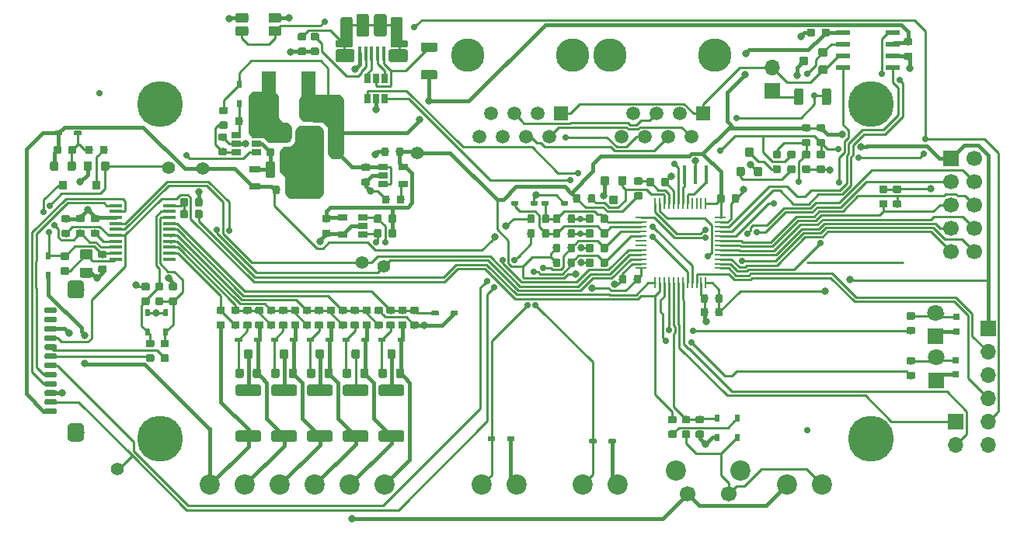
<source format=gtl>
G04 #@! TF.GenerationSoftware,KiCad,Pcbnew,(2017-05-10 revision 747583606)-makepkg*
G04 #@! TF.CreationDate,2017-05-29T23:21:34+02:00*
G04 #@! TF.ProjectId,BMS-5s,424D532D35732E6B696361645F706362,rev?*
G04 #@! TF.FileFunction,Copper,L1,Top,Signal*
G04 #@! TF.FilePolarity,Positive*
%FSLAX46Y46*%
G04 Gerber Fmt 4.6, Leading zero omitted, Abs format (unit mm)*
G04 Created by KiCad (PCBNEW (2017-05-10 revision 747583606)-makepkg) date 05/29/17 23:21:34*
%MOMM*%
%LPD*%
G01*
G04 APERTURE LIST*
%ADD10C,0.150000*%
%ADD11C,0.700000*%
%ADD12C,1.500000*%
%ADD13R,1.500000X1.500000*%
%ADD14C,3.650000*%
%ADD15R,0.400000X2.000000*%
%ADD16C,1.700000*%
%ADD17R,1.700000X1.700000*%
%ADD18R,0.800000X0.800000*%
%ADD19C,2.200000*%
%ADD20R,1.450000X0.450000*%
%ADD21R,1.550000X0.600000*%
%ADD22C,0.600000*%
%ADD23C,1.800000*%
%ADD24C,1.430000*%
%ADD25O,1.200000X1.700000*%
%ADD26C,1.100000*%
%ADD27R,0.400000X1.650000*%
%ADD28C,1.400000*%
%ADD29C,1.300000*%
%ADD30C,0.800000*%
%ADD31R,0.650000X1.060000*%
%ADD32C,0.900000*%
%ADD33O,1.700000X1.700000*%
%ADD34C,1.000000*%
%ADD35C,0.500000*%
%ADD36R,1.060000X0.650000*%
%ADD37C,1.050000*%
%ADD38R,1.501140X5.300980*%
%ADD39R,0.250000X1.300000*%
%ADD40R,1.300000X0.250000*%
%ADD41C,1.200000*%
%ADD42C,5.000000*%
%ADD43R,2.400000X1.500000*%
%ADD44R,1.050000X1.500000*%
%ADD45R,1.300000X0.700000*%
%ADD46R,1.800000X1.800000*%
%ADD47C,0.250000*%
%ADD48C,0.400000*%
%ADD49C,0.254000*%
G04 APERTURE END LIST*
D10*
D11*
X178300000Y-106100000D03*
D12*
X158055000Y-74080000D03*
X159325000Y-71540000D03*
X160595000Y-74080000D03*
X161865000Y-71540000D03*
X163135000Y-74080000D03*
X164405000Y-71540000D03*
X165675000Y-74080000D03*
D13*
X166945000Y-71540000D03*
D14*
X168215000Y-65190000D03*
X156785000Y-65190000D03*
D12*
X142555000Y-74080000D03*
X143825000Y-71540000D03*
X145095000Y-74080000D03*
X146365000Y-71540000D03*
X147635000Y-74080000D03*
X148905000Y-71540000D03*
X150175000Y-74080000D03*
D13*
X151445000Y-71540000D03*
D14*
X152715000Y-65190000D03*
X141285000Y-65190000D03*
D15*
X166100000Y-78200000D03*
X164900000Y-78200000D03*
X167300000Y-78200000D03*
D16*
X196500000Y-86580000D03*
X193960000Y-86580000D03*
X196500000Y-84040000D03*
X193960000Y-84040000D03*
X196500000Y-81500000D03*
X193960000Y-81500000D03*
X196500000Y-78960000D03*
X193960000Y-78960000D03*
X196500000Y-76420000D03*
D17*
X193960000Y-76420000D03*
D18*
X194500000Y-98400000D03*
X194500000Y-100000000D03*
X194600000Y-95300000D03*
X194600000Y-93700000D03*
D19*
X179885001Y-111997500D03*
X176075001Y-111997500D03*
D20*
X102930493Y-81562609D03*
X102930493Y-82212609D03*
X102930493Y-82862609D03*
X102930493Y-83512609D03*
X102930493Y-84162609D03*
X102930493Y-84812609D03*
X102930493Y-85462609D03*
X102930493Y-86112609D03*
X102930493Y-86762609D03*
X102930493Y-87412609D03*
X108830493Y-87412609D03*
X108830493Y-86762609D03*
X108830493Y-86112609D03*
X108830493Y-85462609D03*
X108830493Y-84812609D03*
X108830493Y-84162609D03*
X108830493Y-83512609D03*
X108830493Y-82862609D03*
X108830493Y-82212609D03*
X108830493Y-81562609D03*
D21*
X187600000Y-66505000D03*
X187600000Y-65235000D03*
X187600000Y-63965000D03*
X187600000Y-62695000D03*
X182200000Y-62695000D03*
X182200000Y-63965000D03*
X182200000Y-65235000D03*
X182200000Y-66505000D03*
D10*
G36*
X96364703Y-103700722D02*
X96379264Y-103702882D01*
X96393543Y-103706459D01*
X96407403Y-103711418D01*
X96420710Y-103717712D01*
X96433336Y-103725280D01*
X96445159Y-103734048D01*
X96456066Y-103743934D01*
X96465952Y-103754841D01*
X96474720Y-103766664D01*
X96482288Y-103779290D01*
X96488582Y-103792597D01*
X96493541Y-103806457D01*
X96497118Y-103820736D01*
X96499278Y-103835297D01*
X96500000Y-103850000D01*
X96500000Y-104150000D01*
X96499278Y-104164703D01*
X96497118Y-104179264D01*
X96493541Y-104193543D01*
X96488582Y-104207403D01*
X96482288Y-104220710D01*
X96474720Y-104233336D01*
X96465952Y-104245159D01*
X96456066Y-104256066D01*
X96445159Y-104265952D01*
X96433336Y-104274720D01*
X96420710Y-104282288D01*
X96407403Y-104288582D01*
X96393543Y-104293541D01*
X96379264Y-104297118D01*
X96364703Y-104299278D01*
X96350000Y-104300000D01*
X95350000Y-104300000D01*
X95335297Y-104299278D01*
X95320736Y-104297118D01*
X95306457Y-104293541D01*
X95292597Y-104288582D01*
X95279290Y-104282288D01*
X95266664Y-104274720D01*
X95254841Y-104265952D01*
X95243934Y-104256066D01*
X95234048Y-104245159D01*
X95225280Y-104233336D01*
X95217712Y-104220710D01*
X95211418Y-104207403D01*
X95206459Y-104193543D01*
X95202882Y-104179264D01*
X95200722Y-104164703D01*
X95200000Y-104150000D01*
X95200000Y-103850000D01*
X95200722Y-103835297D01*
X95202882Y-103820736D01*
X95206459Y-103806457D01*
X95211418Y-103792597D01*
X95217712Y-103779290D01*
X95225280Y-103766664D01*
X95234048Y-103754841D01*
X95243934Y-103743934D01*
X95254841Y-103734048D01*
X95266664Y-103725280D01*
X95279290Y-103717712D01*
X95292597Y-103711418D01*
X95306457Y-103706459D01*
X95320736Y-103702882D01*
X95335297Y-103700722D01*
X95350000Y-103700000D01*
X96350000Y-103700000D01*
X96364703Y-103700722D01*
X96364703Y-103700722D01*
G37*
D22*
X95850000Y-104000000D03*
D10*
G36*
X96364703Y-102700722D02*
X96379264Y-102702882D01*
X96393543Y-102706459D01*
X96407403Y-102711418D01*
X96420710Y-102717712D01*
X96433336Y-102725280D01*
X96445159Y-102734048D01*
X96456066Y-102743934D01*
X96465952Y-102754841D01*
X96474720Y-102766664D01*
X96482288Y-102779290D01*
X96488582Y-102792597D01*
X96493541Y-102806457D01*
X96497118Y-102820736D01*
X96499278Y-102835297D01*
X96500000Y-102850000D01*
X96500000Y-103150000D01*
X96499278Y-103164703D01*
X96497118Y-103179264D01*
X96493541Y-103193543D01*
X96488582Y-103207403D01*
X96482288Y-103220710D01*
X96474720Y-103233336D01*
X96465952Y-103245159D01*
X96456066Y-103256066D01*
X96445159Y-103265952D01*
X96433336Y-103274720D01*
X96420710Y-103282288D01*
X96407403Y-103288582D01*
X96393543Y-103293541D01*
X96379264Y-103297118D01*
X96364703Y-103299278D01*
X96350000Y-103300000D01*
X95350000Y-103300000D01*
X95335297Y-103299278D01*
X95320736Y-103297118D01*
X95306457Y-103293541D01*
X95292597Y-103288582D01*
X95279290Y-103282288D01*
X95266664Y-103274720D01*
X95254841Y-103265952D01*
X95243934Y-103256066D01*
X95234048Y-103245159D01*
X95225280Y-103233336D01*
X95217712Y-103220710D01*
X95211418Y-103207403D01*
X95206459Y-103193543D01*
X95202882Y-103179264D01*
X95200722Y-103164703D01*
X95200000Y-103150000D01*
X95200000Y-102850000D01*
X95200722Y-102835297D01*
X95202882Y-102820736D01*
X95206459Y-102806457D01*
X95211418Y-102792597D01*
X95217712Y-102779290D01*
X95225280Y-102766664D01*
X95234048Y-102754841D01*
X95243934Y-102743934D01*
X95254841Y-102734048D01*
X95266664Y-102725280D01*
X95279290Y-102717712D01*
X95292597Y-102711418D01*
X95306457Y-102706459D01*
X95320736Y-102702882D01*
X95335297Y-102700722D01*
X95350000Y-102700000D01*
X96350000Y-102700000D01*
X96364703Y-102700722D01*
X96364703Y-102700722D01*
G37*
D22*
X95850000Y-103000000D03*
D10*
G36*
X96364703Y-101700722D02*
X96379264Y-101702882D01*
X96393543Y-101706459D01*
X96407403Y-101711418D01*
X96420710Y-101717712D01*
X96433336Y-101725280D01*
X96445159Y-101734048D01*
X96456066Y-101743934D01*
X96465952Y-101754841D01*
X96474720Y-101766664D01*
X96482288Y-101779290D01*
X96488582Y-101792597D01*
X96493541Y-101806457D01*
X96497118Y-101820736D01*
X96499278Y-101835297D01*
X96500000Y-101850000D01*
X96500000Y-102150000D01*
X96499278Y-102164703D01*
X96497118Y-102179264D01*
X96493541Y-102193543D01*
X96488582Y-102207403D01*
X96482288Y-102220710D01*
X96474720Y-102233336D01*
X96465952Y-102245159D01*
X96456066Y-102256066D01*
X96445159Y-102265952D01*
X96433336Y-102274720D01*
X96420710Y-102282288D01*
X96407403Y-102288582D01*
X96393543Y-102293541D01*
X96379264Y-102297118D01*
X96364703Y-102299278D01*
X96350000Y-102300000D01*
X95350000Y-102300000D01*
X95335297Y-102299278D01*
X95320736Y-102297118D01*
X95306457Y-102293541D01*
X95292597Y-102288582D01*
X95279290Y-102282288D01*
X95266664Y-102274720D01*
X95254841Y-102265952D01*
X95243934Y-102256066D01*
X95234048Y-102245159D01*
X95225280Y-102233336D01*
X95217712Y-102220710D01*
X95211418Y-102207403D01*
X95206459Y-102193543D01*
X95202882Y-102179264D01*
X95200722Y-102164703D01*
X95200000Y-102150000D01*
X95200000Y-101850000D01*
X95200722Y-101835297D01*
X95202882Y-101820736D01*
X95206459Y-101806457D01*
X95211418Y-101792597D01*
X95217712Y-101779290D01*
X95225280Y-101766664D01*
X95234048Y-101754841D01*
X95243934Y-101743934D01*
X95254841Y-101734048D01*
X95266664Y-101725280D01*
X95279290Y-101717712D01*
X95292597Y-101711418D01*
X95306457Y-101706459D01*
X95320736Y-101702882D01*
X95335297Y-101700722D01*
X95350000Y-101700000D01*
X96350000Y-101700000D01*
X96364703Y-101700722D01*
X96364703Y-101700722D01*
G37*
D22*
X95850000Y-102000000D03*
D10*
G36*
X96364703Y-100700722D02*
X96379264Y-100702882D01*
X96393543Y-100706459D01*
X96407403Y-100711418D01*
X96420710Y-100717712D01*
X96433336Y-100725280D01*
X96445159Y-100734048D01*
X96456066Y-100743934D01*
X96465952Y-100754841D01*
X96474720Y-100766664D01*
X96482288Y-100779290D01*
X96488582Y-100792597D01*
X96493541Y-100806457D01*
X96497118Y-100820736D01*
X96499278Y-100835297D01*
X96500000Y-100850000D01*
X96500000Y-101150000D01*
X96499278Y-101164703D01*
X96497118Y-101179264D01*
X96493541Y-101193543D01*
X96488582Y-101207403D01*
X96482288Y-101220710D01*
X96474720Y-101233336D01*
X96465952Y-101245159D01*
X96456066Y-101256066D01*
X96445159Y-101265952D01*
X96433336Y-101274720D01*
X96420710Y-101282288D01*
X96407403Y-101288582D01*
X96393543Y-101293541D01*
X96379264Y-101297118D01*
X96364703Y-101299278D01*
X96350000Y-101300000D01*
X95350000Y-101300000D01*
X95335297Y-101299278D01*
X95320736Y-101297118D01*
X95306457Y-101293541D01*
X95292597Y-101288582D01*
X95279290Y-101282288D01*
X95266664Y-101274720D01*
X95254841Y-101265952D01*
X95243934Y-101256066D01*
X95234048Y-101245159D01*
X95225280Y-101233336D01*
X95217712Y-101220710D01*
X95211418Y-101207403D01*
X95206459Y-101193543D01*
X95202882Y-101179264D01*
X95200722Y-101164703D01*
X95200000Y-101150000D01*
X95200000Y-100850000D01*
X95200722Y-100835297D01*
X95202882Y-100820736D01*
X95206459Y-100806457D01*
X95211418Y-100792597D01*
X95217712Y-100779290D01*
X95225280Y-100766664D01*
X95234048Y-100754841D01*
X95243934Y-100743934D01*
X95254841Y-100734048D01*
X95266664Y-100725280D01*
X95279290Y-100717712D01*
X95292597Y-100711418D01*
X95306457Y-100706459D01*
X95320736Y-100702882D01*
X95335297Y-100700722D01*
X95350000Y-100700000D01*
X96350000Y-100700000D01*
X96364703Y-100700722D01*
X96364703Y-100700722D01*
G37*
D22*
X95850000Y-101000000D03*
D10*
G36*
X96364703Y-99700722D02*
X96379264Y-99702882D01*
X96393543Y-99706459D01*
X96407403Y-99711418D01*
X96420710Y-99717712D01*
X96433336Y-99725280D01*
X96445159Y-99734048D01*
X96456066Y-99743934D01*
X96465952Y-99754841D01*
X96474720Y-99766664D01*
X96482288Y-99779290D01*
X96488582Y-99792597D01*
X96493541Y-99806457D01*
X96497118Y-99820736D01*
X96499278Y-99835297D01*
X96500000Y-99850000D01*
X96500000Y-100150000D01*
X96499278Y-100164703D01*
X96497118Y-100179264D01*
X96493541Y-100193543D01*
X96488582Y-100207403D01*
X96482288Y-100220710D01*
X96474720Y-100233336D01*
X96465952Y-100245159D01*
X96456066Y-100256066D01*
X96445159Y-100265952D01*
X96433336Y-100274720D01*
X96420710Y-100282288D01*
X96407403Y-100288582D01*
X96393543Y-100293541D01*
X96379264Y-100297118D01*
X96364703Y-100299278D01*
X96350000Y-100300000D01*
X95350000Y-100300000D01*
X95335297Y-100299278D01*
X95320736Y-100297118D01*
X95306457Y-100293541D01*
X95292597Y-100288582D01*
X95279290Y-100282288D01*
X95266664Y-100274720D01*
X95254841Y-100265952D01*
X95243934Y-100256066D01*
X95234048Y-100245159D01*
X95225280Y-100233336D01*
X95217712Y-100220710D01*
X95211418Y-100207403D01*
X95206459Y-100193543D01*
X95202882Y-100179264D01*
X95200722Y-100164703D01*
X95200000Y-100150000D01*
X95200000Y-99850000D01*
X95200722Y-99835297D01*
X95202882Y-99820736D01*
X95206459Y-99806457D01*
X95211418Y-99792597D01*
X95217712Y-99779290D01*
X95225280Y-99766664D01*
X95234048Y-99754841D01*
X95243934Y-99743934D01*
X95254841Y-99734048D01*
X95266664Y-99725280D01*
X95279290Y-99717712D01*
X95292597Y-99711418D01*
X95306457Y-99706459D01*
X95320736Y-99702882D01*
X95335297Y-99700722D01*
X95350000Y-99700000D01*
X96350000Y-99700000D01*
X96364703Y-99700722D01*
X96364703Y-99700722D01*
G37*
D22*
X95850000Y-100000000D03*
D10*
G36*
X96364703Y-98700722D02*
X96379264Y-98702882D01*
X96393543Y-98706459D01*
X96407403Y-98711418D01*
X96420710Y-98717712D01*
X96433336Y-98725280D01*
X96445159Y-98734048D01*
X96456066Y-98743934D01*
X96465952Y-98754841D01*
X96474720Y-98766664D01*
X96482288Y-98779290D01*
X96488582Y-98792597D01*
X96493541Y-98806457D01*
X96497118Y-98820736D01*
X96499278Y-98835297D01*
X96500000Y-98850000D01*
X96500000Y-99150000D01*
X96499278Y-99164703D01*
X96497118Y-99179264D01*
X96493541Y-99193543D01*
X96488582Y-99207403D01*
X96482288Y-99220710D01*
X96474720Y-99233336D01*
X96465952Y-99245159D01*
X96456066Y-99256066D01*
X96445159Y-99265952D01*
X96433336Y-99274720D01*
X96420710Y-99282288D01*
X96407403Y-99288582D01*
X96393543Y-99293541D01*
X96379264Y-99297118D01*
X96364703Y-99299278D01*
X96350000Y-99300000D01*
X95350000Y-99300000D01*
X95335297Y-99299278D01*
X95320736Y-99297118D01*
X95306457Y-99293541D01*
X95292597Y-99288582D01*
X95279290Y-99282288D01*
X95266664Y-99274720D01*
X95254841Y-99265952D01*
X95243934Y-99256066D01*
X95234048Y-99245159D01*
X95225280Y-99233336D01*
X95217712Y-99220710D01*
X95211418Y-99207403D01*
X95206459Y-99193543D01*
X95202882Y-99179264D01*
X95200722Y-99164703D01*
X95200000Y-99150000D01*
X95200000Y-98850000D01*
X95200722Y-98835297D01*
X95202882Y-98820736D01*
X95206459Y-98806457D01*
X95211418Y-98792597D01*
X95217712Y-98779290D01*
X95225280Y-98766664D01*
X95234048Y-98754841D01*
X95243934Y-98743934D01*
X95254841Y-98734048D01*
X95266664Y-98725280D01*
X95279290Y-98717712D01*
X95292597Y-98711418D01*
X95306457Y-98706459D01*
X95320736Y-98702882D01*
X95335297Y-98700722D01*
X95350000Y-98700000D01*
X96350000Y-98700000D01*
X96364703Y-98700722D01*
X96364703Y-98700722D01*
G37*
D22*
X95850000Y-99000000D03*
D10*
G36*
X96364703Y-97700722D02*
X96379264Y-97702882D01*
X96393543Y-97706459D01*
X96407403Y-97711418D01*
X96420710Y-97717712D01*
X96433336Y-97725280D01*
X96445159Y-97734048D01*
X96456066Y-97743934D01*
X96465952Y-97754841D01*
X96474720Y-97766664D01*
X96482288Y-97779290D01*
X96488582Y-97792597D01*
X96493541Y-97806457D01*
X96497118Y-97820736D01*
X96499278Y-97835297D01*
X96500000Y-97850000D01*
X96500000Y-98150000D01*
X96499278Y-98164703D01*
X96497118Y-98179264D01*
X96493541Y-98193543D01*
X96488582Y-98207403D01*
X96482288Y-98220710D01*
X96474720Y-98233336D01*
X96465952Y-98245159D01*
X96456066Y-98256066D01*
X96445159Y-98265952D01*
X96433336Y-98274720D01*
X96420710Y-98282288D01*
X96407403Y-98288582D01*
X96393543Y-98293541D01*
X96379264Y-98297118D01*
X96364703Y-98299278D01*
X96350000Y-98300000D01*
X95350000Y-98300000D01*
X95335297Y-98299278D01*
X95320736Y-98297118D01*
X95306457Y-98293541D01*
X95292597Y-98288582D01*
X95279290Y-98282288D01*
X95266664Y-98274720D01*
X95254841Y-98265952D01*
X95243934Y-98256066D01*
X95234048Y-98245159D01*
X95225280Y-98233336D01*
X95217712Y-98220710D01*
X95211418Y-98207403D01*
X95206459Y-98193543D01*
X95202882Y-98179264D01*
X95200722Y-98164703D01*
X95200000Y-98150000D01*
X95200000Y-97850000D01*
X95200722Y-97835297D01*
X95202882Y-97820736D01*
X95206459Y-97806457D01*
X95211418Y-97792597D01*
X95217712Y-97779290D01*
X95225280Y-97766664D01*
X95234048Y-97754841D01*
X95243934Y-97743934D01*
X95254841Y-97734048D01*
X95266664Y-97725280D01*
X95279290Y-97717712D01*
X95292597Y-97711418D01*
X95306457Y-97706459D01*
X95320736Y-97702882D01*
X95335297Y-97700722D01*
X95350000Y-97700000D01*
X96350000Y-97700000D01*
X96364703Y-97700722D01*
X96364703Y-97700722D01*
G37*
D22*
X95850000Y-98000000D03*
D10*
G36*
X96364703Y-96700722D02*
X96379264Y-96702882D01*
X96393543Y-96706459D01*
X96407403Y-96711418D01*
X96420710Y-96717712D01*
X96433336Y-96725280D01*
X96445159Y-96734048D01*
X96456066Y-96743934D01*
X96465952Y-96754841D01*
X96474720Y-96766664D01*
X96482288Y-96779290D01*
X96488582Y-96792597D01*
X96493541Y-96806457D01*
X96497118Y-96820736D01*
X96499278Y-96835297D01*
X96500000Y-96850000D01*
X96500000Y-97150000D01*
X96499278Y-97164703D01*
X96497118Y-97179264D01*
X96493541Y-97193543D01*
X96488582Y-97207403D01*
X96482288Y-97220710D01*
X96474720Y-97233336D01*
X96465952Y-97245159D01*
X96456066Y-97256066D01*
X96445159Y-97265952D01*
X96433336Y-97274720D01*
X96420710Y-97282288D01*
X96407403Y-97288582D01*
X96393543Y-97293541D01*
X96379264Y-97297118D01*
X96364703Y-97299278D01*
X96350000Y-97300000D01*
X95350000Y-97300000D01*
X95335297Y-97299278D01*
X95320736Y-97297118D01*
X95306457Y-97293541D01*
X95292597Y-97288582D01*
X95279290Y-97282288D01*
X95266664Y-97274720D01*
X95254841Y-97265952D01*
X95243934Y-97256066D01*
X95234048Y-97245159D01*
X95225280Y-97233336D01*
X95217712Y-97220710D01*
X95211418Y-97207403D01*
X95206459Y-97193543D01*
X95202882Y-97179264D01*
X95200722Y-97164703D01*
X95200000Y-97150000D01*
X95200000Y-96850000D01*
X95200722Y-96835297D01*
X95202882Y-96820736D01*
X95206459Y-96806457D01*
X95211418Y-96792597D01*
X95217712Y-96779290D01*
X95225280Y-96766664D01*
X95234048Y-96754841D01*
X95243934Y-96743934D01*
X95254841Y-96734048D01*
X95266664Y-96725280D01*
X95279290Y-96717712D01*
X95292597Y-96711418D01*
X95306457Y-96706459D01*
X95320736Y-96702882D01*
X95335297Y-96700722D01*
X95350000Y-96700000D01*
X96350000Y-96700000D01*
X96364703Y-96700722D01*
X96364703Y-96700722D01*
G37*
D22*
X95850000Y-97000000D03*
D10*
G36*
X96364703Y-95700722D02*
X96379264Y-95702882D01*
X96393543Y-95706459D01*
X96407403Y-95711418D01*
X96420710Y-95717712D01*
X96433336Y-95725280D01*
X96445159Y-95734048D01*
X96456066Y-95743934D01*
X96465952Y-95754841D01*
X96474720Y-95766664D01*
X96482288Y-95779290D01*
X96488582Y-95792597D01*
X96493541Y-95806457D01*
X96497118Y-95820736D01*
X96499278Y-95835297D01*
X96500000Y-95850000D01*
X96500000Y-96150000D01*
X96499278Y-96164703D01*
X96497118Y-96179264D01*
X96493541Y-96193543D01*
X96488582Y-96207403D01*
X96482288Y-96220710D01*
X96474720Y-96233336D01*
X96465952Y-96245159D01*
X96456066Y-96256066D01*
X96445159Y-96265952D01*
X96433336Y-96274720D01*
X96420710Y-96282288D01*
X96407403Y-96288582D01*
X96393543Y-96293541D01*
X96379264Y-96297118D01*
X96364703Y-96299278D01*
X96350000Y-96300000D01*
X95350000Y-96300000D01*
X95335297Y-96299278D01*
X95320736Y-96297118D01*
X95306457Y-96293541D01*
X95292597Y-96288582D01*
X95279290Y-96282288D01*
X95266664Y-96274720D01*
X95254841Y-96265952D01*
X95243934Y-96256066D01*
X95234048Y-96245159D01*
X95225280Y-96233336D01*
X95217712Y-96220710D01*
X95211418Y-96207403D01*
X95206459Y-96193543D01*
X95202882Y-96179264D01*
X95200722Y-96164703D01*
X95200000Y-96150000D01*
X95200000Y-95850000D01*
X95200722Y-95835297D01*
X95202882Y-95820736D01*
X95206459Y-95806457D01*
X95211418Y-95792597D01*
X95217712Y-95779290D01*
X95225280Y-95766664D01*
X95234048Y-95754841D01*
X95243934Y-95743934D01*
X95254841Y-95734048D01*
X95266664Y-95725280D01*
X95279290Y-95717712D01*
X95292597Y-95711418D01*
X95306457Y-95706459D01*
X95320736Y-95702882D01*
X95335297Y-95700722D01*
X95350000Y-95700000D01*
X96350000Y-95700000D01*
X96364703Y-95700722D01*
X96364703Y-95700722D01*
G37*
D22*
X95850000Y-96000000D03*
D10*
G36*
X96364703Y-94700722D02*
X96379264Y-94702882D01*
X96393543Y-94706459D01*
X96407403Y-94711418D01*
X96420710Y-94717712D01*
X96433336Y-94725280D01*
X96445159Y-94734048D01*
X96456066Y-94743934D01*
X96465952Y-94754841D01*
X96474720Y-94766664D01*
X96482288Y-94779290D01*
X96488582Y-94792597D01*
X96493541Y-94806457D01*
X96497118Y-94820736D01*
X96499278Y-94835297D01*
X96500000Y-94850000D01*
X96500000Y-95150000D01*
X96499278Y-95164703D01*
X96497118Y-95179264D01*
X96493541Y-95193543D01*
X96488582Y-95207403D01*
X96482288Y-95220710D01*
X96474720Y-95233336D01*
X96465952Y-95245159D01*
X96456066Y-95256066D01*
X96445159Y-95265952D01*
X96433336Y-95274720D01*
X96420710Y-95282288D01*
X96407403Y-95288582D01*
X96393543Y-95293541D01*
X96379264Y-95297118D01*
X96364703Y-95299278D01*
X96350000Y-95300000D01*
X95350000Y-95300000D01*
X95335297Y-95299278D01*
X95320736Y-95297118D01*
X95306457Y-95293541D01*
X95292597Y-95288582D01*
X95279290Y-95282288D01*
X95266664Y-95274720D01*
X95254841Y-95265952D01*
X95243934Y-95256066D01*
X95234048Y-95245159D01*
X95225280Y-95233336D01*
X95217712Y-95220710D01*
X95211418Y-95207403D01*
X95206459Y-95193543D01*
X95202882Y-95179264D01*
X95200722Y-95164703D01*
X95200000Y-95150000D01*
X95200000Y-94850000D01*
X95200722Y-94835297D01*
X95202882Y-94820736D01*
X95206459Y-94806457D01*
X95211418Y-94792597D01*
X95217712Y-94779290D01*
X95225280Y-94766664D01*
X95234048Y-94754841D01*
X95243934Y-94743934D01*
X95254841Y-94734048D01*
X95266664Y-94725280D01*
X95279290Y-94717712D01*
X95292597Y-94711418D01*
X95306457Y-94706459D01*
X95320736Y-94702882D01*
X95335297Y-94700722D01*
X95350000Y-94700000D01*
X96350000Y-94700000D01*
X96364703Y-94700722D01*
X96364703Y-94700722D01*
G37*
D22*
X95850000Y-95000000D03*
D10*
G36*
X96364703Y-93700722D02*
X96379264Y-93702882D01*
X96393543Y-93706459D01*
X96407403Y-93711418D01*
X96420710Y-93717712D01*
X96433336Y-93725280D01*
X96445159Y-93734048D01*
X96456066Y-93743934D01*
X96465952Y-93754841D01*
X96474720Y-93766664D01*
X96482288Y-93779290D01*
X96488582Y-93792597D01*
X96493541Y-93806457D01*
X96497118Y-93820736D01*
X96499278Y-93835297D01*
X96500000Y-93850000D01*
X96500000Y-94150000D01*
X96499278Y-94164703D01*
X96497118Y-94179264D01*
X96493541Y-94193543D01*
X96488582Y-94207403D01*
X96482288Y-94220710D01*
X96474720Y-94233336D01*
X96465952Y-94245159D01*
X96456066Y-94256066D01*
X96445159Y-94265952D01*
X96433336Y-94274720D01*
X96420710Y-94282288D01*
X96407403Y-94288582D01*
X96393543Y-94293541D01*
X96379264Y-94297118D01*
X96364703Y-94299278D01*
X96350000Y-94300000D01*
X95350000Y-94300000D01*
X95335297Y-94299278D01*
X95320736Y-94297118D01*
X95306457Y-94293541D01*
X95292597Y-94288582D01*
X95279290Y-94282288D01*
X95266664Y-94274720D01*
X95254841Y-94265952D01*
X95243934Y-94256066D01*
X95234048Y-94245159D01*
X95225280Y-94233336D01*
X95217712Y-94220710D01*
X95211418Y-94207403D01*
X95206459Y-94193543D01*
X95202882Y-94179264D01*
X95200722Y-94164703D01*
X95200000Y-94150000D01*
X95200000Y-93850000D01*
X95200722Y-93835297D01*
X95202882Y-93820736D01*
X95206459Y-93806457D01*
X95211418Y-93792597D01*
X95217712Y-93779290D01*
X95225280Y-93766664D01*
X95234048Y-93754841D01*
X95243934Y-93743934D01*
X95254841Y-93734048D01*
X95266664Y-93725280D01*
X95279290Y-93717712D01*
X95292597Y-93711418D01*
X95306457Y-93706459D01*
X95320736Y-93702882D01*
X95335297Y-93700722D01*
X95350000Y-93700000D01*
X96350000Y-93700000D01*
X96364703Y-93700722D01*
X96364703Y-93700722D01*
G37*
D22*
X95850000Y-94000000D03*
D10*
G36*
X96364703Y-92700722D02*
X96379264Y-92702882D01*
X96393543Y-92706459D01*
X96407403Y-92711418D01*
X96420710Y-92717712D01*
X96433336Y-92725280D01*
X96445159Y-92734048D01*
X96456066Y-92743934D01*
X96465952Y-92754841D01*
X96474720Y-92766664D01*
X96482288Y-92779290D01*
X96488582Y-92792597D01*
X96493541Y-92806457D01*
X96497118Y-92820736D01*
X96499278Y-92835297D01*
X96500000Y-92850000D01*
X96500000Y-93150000D01*
X96499278Y-93164703D01*
X96497118Y-93179264D01*
X96493541Y-93193543D01*
X96488582Y-93207403D01*
X96482288Y-93220710D01*
X96474720Y-93233336D01*
X96465952Y-93245159D01*
X96456066Y-93256066D01*
X96445159Y-93265952D01*
X96433336Y-93274720D01*
X96420710Y-93282288D01*
X96407403Y-93288582D01*
X96393543Y-93293541D01*
X96379264Y-93297118D01*
X96364703Y-93299278D01*
X96350000Y-93300000D01*
X95350000Y-93300000D01*
X95335297Y-93299278D01*
X95320736Y-93297118D01*
X95306457Y-93293541D01*
X95292597Y-93288582D01*
X95279290Y-93282288D01*
X95266664Y-93274720D01*
X95254841Y-93265952D01*
X95243934Y-93256066D01*
X95234048Y-93245159D01*
X95225280Y-93233336D01*
X95217712Y-93220710D01*
X95211418Y-93207403D01*
X95206459Y-93193543D01*
X95202882Y-93179264D01*
X95200722Y-93164703D01*
X95200000Y-93150000D01*
X95200000Y-92850000D01*
X95200722Y-92835297D01*
X95202882Y-92820736D01*
X95206459Y-92806457D01*
X95211418Y-92792597D01*
X95217712Y-92779290D01*
X95225280Y-92766664D01*
X95234048Y-92754841D01*
X95243934Y-92743934D01*
X95254841Y-92734048D01*
X95266664Y-92725280D01*
X95279290Y-92717712D01*
X95292597Y-92711418D01*
X95306457Y-92706459D01*
X95320736Y-92702882D01*
X95335297Y-92700722D01*
X95350000Y-92700000D01*
X96350000Y-92700000D01*
X96364703Y-92700722D01*
X96364703Y-92700722D01*
G37*
D22*
X95850000Y-93000000D03*
D10*
G36*
X99094108Y-105302167D02*
X99137791Y-105308647D01*
X99180628Y-105319377D01*
X99222208Y-105334254D01*
X99262129Y-105353135D01*
X99300007Y-105375839D01*
X99335477Y-105402145D01*
X99368198Y-105431802D01*
X99397855Y-105464523D01*
X99424161Y-105499993D01*
X99446865Y-105537871D01*
X99465746Y-105577792D01*
X99480623Y-105619372D01*
X99491353Y-105662209D01*
X99497833Y-105705892D01*
X99500000Y-105750000D01*
X99500000Y-106850000D01*
X99497833Y-106894108D01*
X99491353Y-106937791D01*
X99480623Y-106980628D01*
X99465746Y-107022208D01*
X99446865Y-107062129D01*
X99424161Y-107100007D01*
X99397855Y-107135477D01*
X99368198Y-107168198D01*
X99335477Y-107197855D01*
X99300007Y-107224161D01*
X99262129Y-107246865D01*
X99222208Y-107265746D01*
X99180628Y-107280623D01*
X99137791Y-107291353D01*
X99094108Y-107297833D01*
X99050000Y-107300000D01*
X98150000Y-107300000D01*
X98105892Y-107297833D01*
X98062209Y-107291353D01*
X98019372Y-107280623D01*
X97977792Y-107265746D01*
X97937871Y-107246865D01*
X97899993Y-107224161D01*
X97864523Y-107197855D01*
X97831802Y-107168198D01*
X97802145Y-107135477D01*
X97775839Y-107100007D01*
X97753135Y-107062129D01*
X97734254Y-107022208D01*
X97719377Y-106980628D01*
X97708647Y-106937791D01*
X97702167Y-106894108D01*
X97700000Y-106850000D01*
X97700000Y-105750000D01*
X97702167Y-105705892D01*
X97708647Y-105662209D01*
X97719377Y-105619372D01*
X97734254Y-105577792D01*
X97753135Y-105537871D01*
X97775839Y-105499993D01*
X97802145Y-105464523D01*
X97831802Y-105431802D01*
X97864523Y-105402145D01*
X97899993Y-105375839D01*
X97937871Y-105353135D01*
X97977792Y-105334254D01*
X98019372Y-105319377D01*
X98062209Y-105308647D01*
X98105892Y-105302167D01*
X98150000Y-105300000D01*
X99050000Y-105300000D01*
X99094108Y-105302167D01*
X99094108Y-105302167D01*
G37*
D23*
X98600000Y-106300000D03*
D10*
G36*
X99094108Y-89702167D02*
X99137791Y-89708647D01*
X99180628Y-89719377D01*
X99222208Y-89734254D01*
X99262129Y-89753135D01*
X99300007Y-89775839D01*
X99335477Y-89802145D01*
X99368198Y-89831802D01*
X99397855Y-89864523D01*
X99424161Y-89899993D01*
X99446865Y-89937871D01*
X99465746Y-89977792D01*
X99480623Y-90019372D01*
X99491353Y-90062209D01*
X99497833Y-90105892D01*
X99500000Y-90150000D01*
X99500000Y-91250000D01*
X99497833Y-91294108D01*
X99491353Y-91337791D01*
X99480623Y-91380628D01*
X99465746Y-91422208D01*
X99446865Y-91462129D01*
X99424161Y-91500007D01*
X99397855Y-91535477D01*
X99368198Y-91568198D01*
X99335477Y-91597855D01*
X99300007Y-91624161D01*
X99262129Y-91646865D01*
X99222208Y-91665746D01*
X99180628Y-91680623D01*
X99137791Y-91691353D01*
X99094108Y-91697833D01*
X99050000Y-91700000D01*
X98150000Y-91700000D01*
X98105892Y-91697833D01*
X98062209Y-91691353D01*
X98019372Y-91680623D01*
X97977792Y-91665746D01*
X97937871Y-91646865D01*
X97899993Y-91624161D01*
X97864523Y-91597855D01*
X97831802Y-91568198D01*
X97802145Y-91535477D01*
X97775839Y-91500007D01*
X97753135Y-91462129D01*
X97734254Y-91422208D01*
X97719377Y-91380628D01*
X97708647Y-91337791D01*
X97702167Y-91294108D01*
X97700000Y-91250000D01*
X97700000Y-90150000D01*
X97702167Y-90105892D01*
X97708647Y-90062209D01*
X97719377Y-90019372D01*
X97734254Y-89977792D01*
X97753135Y-89937871D01*
X97775839Y-89899993D01*
X97802145Y-89864523D01*
X97831802Y-89831802D01*
X97864523Y-89802145D01*
X97899993Y-89775839D01*
X97937871Y-89753135D01*
X97977792Y-89734254D01*
X98019372Y-89719377D01*
X98062209Y-89708647D01*
X98105892Y-89702167D01*
X98150000Y-89700000D01*
X99050000Y-89700000D01*
X99094108Y-89702167D01*
X99094108Y-89702167D01*
G37*
D23*
X98600000Y-90700000D03*
D10*
G36*
X130272541Y-60651721D02*
X130307245Y-60656869D01*
X130341277Y-60665394D01*
X130374309Y-60677213D01*
X130406024Y-60692213D01*
X130436116Y-60710250D01*
X130464296Y-60731149D01*
X130490291Y-60754709D01*
X130513851Y-60780704D01*
X130534750Y-60808884D01*
X130552787Y-60838976D01*
X130567787Y-60870691D01*
X130579606Y-60903723D01*
X130588131Y-60937755D01*
X130593279Y-60972459D01*
X130595000Y-61007500D01*
X130595000Y-62792500D01*
X130593279Y-62827541D01*
X130588131Y-62862245D01*
X130579606Y-62896277D01*
X130567787Y-62929309D01*
X130552787Y-62961024D01*
X130534750Y-62991116D01*
X130513851Y-63019296D01*
X130490291Y-63045291D01*
X130464296Y-63068851D01*
X130436116Y-63089750D01*
X130406024Y-63107787D01*
X130374309Y-63122787D01*
X130341277Y-63134606D01*
X130307245Y-63143131D01*
X130272541Y-63148279D01*
X130237500Y-63150000D01*
X129522500Y-63150000D01*
X129487459Y-63148279D01*
X129452755Y-63143131D01*
X129418723Y-63134606D01*
X129385691Y-63122787D01*
X129353976Y-63107787D01*
X129323884Y-63089750D01*
X129295704Y-63068851D01*
X129269709Y-63045291D01*
X129246149Y-63019296D01*
X129225250Y-62991116D01*
X129207213Y-62961024D01*
X129192213Y-62929309D01*
X129180394Y-62896277D01*
X129171869Y-62862245D01*
X129166721Y-62827541D01*
X129165000Y-62792500D01*
X129165000Y-61007500D01*
X129166721Y-60972459D01*
X129171869Y-60937755D01*
X129180394Y-60903723D01*
X129192213Y-60870691D01*
X129207213Y-60838976D01*
X129225250Y-60808884D01*
X129246149Y-60780704D01*
X129269709Y-60754709D01*
X129295704Y-60731149D01*
X129323884Y-60710250D01*
X129353976Y-60692213D01*
X129385691Y-60677213D01*
X129418723Y-60665394D01*
X129452755Y-60656869D01*
X129487459Y-60651721D01*
X129522500Y-60650000D01*
X130237500Y-60650000D01*
X130272541Y-60651721D01*
X130272541Y-60651721D01*
G37*
D24*
X129880000Y-61900000D03*
D10*
G36*
X132192541Y-60651721D02*
X132227245Y-60656869D01*
X132261277Y-60665394D01*
X132294309Y-60677213D01*
X132326024Y-60692213D01*
X132356116Y-60710250D01*
X132384296Y-60731149D01*
X132410291Y-60754709D01*
X132433851Y-60780704D01*
X132454750Y-60808884D01*
X132472787Y-60838976D01*
X132487787Y-60870691D01*
X132499606Y-60903723D01*
X132508131Y-60937755D01*
X132513279Y-60972459D01*
X132515000Y-61007500D01*
X132515000Y-62792500D01*
X132513279Y-62827541D01*
X132508131Y-62862245D01*
X132499606Y-62896277D01*
X132487787Y-62929309D01*
X132472787Y-62961024D01*
X132454750Y-62991116D01*
X132433851Y-63019296D01*
X132410291Y-63045291D01*
X132384296Y-63068851D01*
X132356116Y-63089750D01*
X132326024Y-63107787D01*
X132294309Y-63122787D01*
X132261277Y-63134606D01*
X132227245Y-63143131D01*
X132192541Y-63148279D01*
X132157500Y-63150000D01*
X131442500Y-63150000D01*
X131407459Y-63148279D01*
X131372755Y-63143131D01*
X131338723Y-63134606D01*
X131305691Y-63122787D01*
X131273976Y-63107787D01*
X131243884Y-63089750D01*
X131215704Y-63068851D01*
X131189709Y-63045291D01*
X131166149Y-63019296D01*
X131145250Y-62991116D01*
X131127213Y-62961024D01*
X131112213Y-62929309D01*
X131100394Y-62896277D01*
X131091869Y-62862245D01*
X131086721Y-62827541D01*
X131085000Y-62792500D01*
X131085000Y-61007500D01*
X131086721Y-60972459D01*
X131091869Y-60937755D01*
X131100394Y-60903723D01*
X131112213Y-60870691D01*
X131127213Y-60838976D01*
X131145250Y-60808884D01*
X131166149Y-60780704D01*
X131189709Y-60754709D01*
X131215704Y-60731149D01*
X131243884Y-60710250D01*
X131273976Y-60692213D01*
X131305691Y-60677213D01*
X131338723Y-60665394D01*
X131372755Y-60656869D01*
X131407459Y-60651721D01*
X131442500Y-60650000D01*
X132157500Y-60650000D01*
X132192541Y-60651721D01*
X132192541Y-60651721D01*
G37*
D24*
X131800000Y-61900000D03*
D25*
X128110000Y-62140000D03*
X133570000Y-62140000D03*
D26*
X128420000Y-65220000D03*
X133260000Y-65220000D03*
D27*
X129540000Y-65020000D03*
X130190000Y-65020000D03*
X130840000Y-65020000D03*
X131490000Y-65020000D03*
X132140000Y-65020000D03*
D10*
G36*
X128737445Y-64521348D02*
X128764625Y-64525380D01*
X128791280Y-64532057D01*
X128817151Y-64541314D01*
X128841991Y-64553062D01*
X128865560Y-64567189D01*
X128887630Y-64583557D01*
X128907990Y-64602010D01*
X128926443Y-64622370D01*
X128942811Y-64644440D01*
X128956938Y-64668009D01*
X128968686Y-64692849D01*
X128977943Y-64718720D01*
X128984620Y-64745375D01*
X128988652Y-64772555D01*
X128990000Y-64800000D01*
X128990000Y-65640000D01*
X128988652Y-65667445D01*
X128984620Y-65694625D01*
X128977943Y-65721280D01*
X128968686Y-65747151D01*
X128956938Y-65771991D01*
X128942811Y-65795560D01*
X128926443Y-65817630D01*
X128907990Y-65837990D01*
X128887630Y-65856443D01*
X128865560Y-65872811D01*
X128841991Y-65886938D01*
X128817151Y-65898686D01*
X128791280Y-65907943D01*
X128764625Y-65914620D01*
X128737445Y-65918652D01*
X128710000Y-65920000D01*
X127170000Y-65920000D01*
X127142555Y-65918652D01*
X127115375Y-65914620D01*
X127088720Y-65907943D01*
X127062849Y-65898686D01*
X127038009Y-65886938D01*
X127014440Y-65872811D01*
X126992370Y-65856443D01*
X126972010Y-65837990D01*
X126953557Y-65817630D01*
X126937189Y-65795560D01*
X126923062Y-65771991D01*
X126911314Y-65747151D01*
X126902057Y-65721280D01*
X126895380Y-65694625D01*
X126891348Y-65667445D01*
X126890000Y-65640000D01*
X126890000Y-64800000D01*
X126891348Y-64772555D01*
X126895380Y-64745375D01*
X126902057Y-64718720D01*
X126911314Y-64692849D01*
X126923062Y-64668009D01*
X126937189Y-64644440D01*
X126953557Y-64622370D01*
X126972010Y-64602010D01*
X126992370Y-64583557D01*
X127014440Y-64567189D01*
X127038009Y-64553062D01*
X127062849Y-64541314D01*
X127088720Y-64532057D01*
X127115375Y-64525380D01*
X127142555Y-64521348D01*
X127170000Y-64520000D01*
X128710000Y-64520000D01*
X128737445Y-64521348D01*
X128737445Y-64521348D01*
G37*
D28*
X127940000Y-65220000D03*
D10*
G36*
X134537445Y-64521348D02*
X134564625Y-64525380D01*
X134591280Y-64532057D01*
X134617151Y-64541314D01*
X134641991Y-64553062D01*
X134665560Y-64567189D01*
X134687630Y-64583557D01*
X134707990Y-64602010D01*
X134726443Y-64622370D01*
X134742811Y-64644440D01*
X134756938Y-64668009D01*
X134768686Y-64692849D01*
X134777943Y-64718720D01*
X134784620Y-64745375D01*
X134788652Y-64772555D01*
X134790000Y-64800000D01*
X134790000Y-65640000D01*
X134788652Y-65667445D01*
X134784620Y-65694625D01*
X134777943Y-65721280D01*
X134768686Y-65747151D01*
X134756938Y-65771991D01*
X134742811Y-65795560D01*
X134726443Y-65817630D01*
X134707990Y-65837990D01*
X134687630Y-65856443D01*
X134665560Y-65872811D01*
X134641991Y-65886938D01*
X134617151Y-65898686D01*
X134591280Y-65907943D01*
X134564625Y-65914620D01*
X134537445Y-65918652D01*
X134510000Y-65920000D01*
X132970000Y-65920000D01*
X132942555Y-65918652D01*
X132915375Y-65914620D01*
X132888720Y-65907943D01*
X132862849Y-65898686D01*
X132838009Y-65886938D01*
X132814440Y-65872811D01*
X132792370Y-65856443D01*
X132772010Y-65837990D01*
X132753557Y-65817630D01*
X132737189Y-65795560D01*
X132723062Y-65771991D01*
X132711314Y-65747151D01*
X132702057Y-65721280D01*
X132695380Y-65694625D01*
X132691348Y-65667445D01*
X132690000Y-65640000D01*
X132690000Y-64800000D01*
X132691348Y-64772555D01*
X132695380Y-64745375D01*
X132702057Y-64718720D01*
X132711314Y-64692849D01*
X132723062Y-64668009D01*
X132737189Y-64644440D01*
X132753557Y-64622370D01*
X132772010Y-64602010D01*
X132792370Y-64583557D01*
X132814440Y-64567189D01*
X132838009Y-64553062D01*
X132862849Y-64541314D01*
X132888720Y-64532057D01*
X132915375Y-64525380D01*
X132942555Y-64521348D01*
X132970000Y-64520000D01*
X134510000Y-64520000D01*
X134537445Y-64521348D01*
X134537445Y-64521348D01*
G37*
D28*
X133740000Y-65220000D03*
D10*
G36*
X133980484Y-60996252D02*
X134005723Y-60999996D01*
X134030474Y-61006196D01*
X134054498Y-61014791D01*
X134077563Y-61025700D01*
X134099448Y-61038818D01*
X134119942Y-61054017D01*
X134138848Y-61071152D01*
X134155983Y-61090058D01*
X134171182Y-61110552D01*
X134184300Y-61132437D01*
X134195209Y-61155502D01*
X134203804Y-61179526D01*
X134210004Y-61204277D01*
X134213748Y-61229516D01*
X134215000Y-61255000D01*
X134215000Y-63785000D01*
X134213748Y-63810484D01*
X134210004Y-63835723D01*
X134203804Y-63860474D01*
X134195209Y-63884498D01*
X134184300Y-63907563D01*
X134171182Y-63929448D01*
X134155983Y-63949942D01*
X134138848Y-63968848D01*
X134119942Y-63985983D01*
X134099448Y-64001182D01*
X134077563Y-64014300D01*
X134054498Y-64025209D01*
X134030474Y-64033804D01*
X134005723Y-64040004D01*
X133980484Y-64043748D01*
X133955000Y-64045000D01*
X133175000Y-64045000D01*
X133149516Y-64043748D01*
X133124277Y-64040004D01*
X133099526Y-64033804D01*
X133075502Y-64025209D01*
X133052437Y-64014300D01*
X133030552Y-64001182D01*
X133010058Y-63985983D01*
X132991152Y-63968848D01*
X132974017Y-63949942D01*
X132958818Y-63929448D01*
X132945700Y-63907563D01*
X132934791Y-63884498D01*
X132926196Y-63860474D01*
X132919996Y-63835723D01*
X132916252Y-63810484D01*
X132915000Y-63785000D01*
X132915000Y-61255000D01*
X132916252Y-61229516D01*
X132919996Y-61204277D01*
X132926196Y-61179526D01*
X132934791Y-61155502D01*
X132945700Y-61132437D01*
X132958818Y-61110552D01*
X132974017Y-61090058D01*
X132991152Y-61071152D01*
X133010058Y-61054017D01*
X133030552Y-61038818D01*
X133052437Y-61025700D01*
X133075502Y-61014791D01*
X133099526Y-61006196D01*
X133124277Y-60999996D01*
X133149516Y-60996252D01*
X133175000Y-60995000D01*
X133955000Y-60995000D01*
X133980484Y-60996252D01*
X133980484Y-60996252D01*
G37*
D29*
X133565000Y-62520000D03*
D10*
G36*
X128530484Y-60996252D02*
X128555723Y-60999996D01*
X128580474Y-61006196D01*
X128604498Y-61014791D01*
X128627563Y-61025700D01*
X128649448Y-61038818D01*
X128669942Y-61054017D01*
X128688848Y-61071152D01*
X128705983Y-61090058D01*
X128721182Y-61110552D01*
X128734300Y-61132437D01*
X128745209Y-61155502D01*
X128753804Y-61179526D01*
X128760004Y-61204277D01*
X128763748Y-61229516D01*
X128765000Y-61255000D01*
X128765000Y-63785000D01*
X128763748Y-63810484D01*
X128760004Y-63835723D01*
X128753804Y-63860474D01*
X128745209Y-63884498D01*
X128734300Y-63907563D01*
X128721182Y-63929448D01*
X128705983Y-63949942D01*
X128688848Y-63968848D01*
X128669942Y-63985983D01*
X128649448Y-64001182D01*
X128627563Y-64014300D01*
X128604498Y-64025209D01*
X128580474Y-64033804D01*
X128555723Y-64040004D01*
X128530484Y-64043748D01*
X128505000Y-64045000D01*
X127725000Y-64045000D01*
X127699516Y-64043748D01*
X127674277Y-64040004D01*
X127649526Y-64033804D01*
X127625502Y-64025209D01*
X127602437Y-64014300D01*
X127580552Y-64001182D01*
X127560058Y-63985983D01*
X127541152Y-63968848D01*
X127524017Y-63949942D01*
X127508818Y-63929448D01*
X127495700Y-63907563D01*
X127484791Y-63884498D01*
X127476196Y-63860474D01*
X127469996Y-63835723D01*
X127466252Y-63810484D01*
X127465000Y-63785000D01*
X127465000Y-61255000D01*
X127466252Y-61229516D01*
X127469996Y-61204277D01*
X127476196Y-61179526D01*
X127484791Y-61155502D01*
X127495700Y-61132437D01*
X127508818Y-61110552D01*
X127524017Y-61090058D01*
X127541152Y-61071152D01*
X127560058Y-61054017D01*
X127580552Y-61038818D01*
X127602437Y-61025700D01*
X127625502Y-61014791D01*
X127649526Y-61006196D01*
X127674277Y-60999996D01*
X127699516Y-60996252D01*
X127725000Y-60995000D01*
X128505000Y-60995000D01*
X128530484Y-60996252D01*
X128530484Y-60996252D01*
G37*
D29*
X128115000Y-62520000D03*
D10*
G36*
X128620683Y-63520770D02*
X128636214Y-63523074D01*
X128651446Y-63526890D01*
X128666229Y-63532179D01*
X128680423Y-63538893D01*
X128693891Y-63546965D01*
X128706503Y-63556318D01*
X128718137Y-63566863D01*
X128728682Y-63578497D01*
X128738035Y-63591109D01*
X128746107Y-63604577D01*
X128752821Y-63618771D01*
X128758110Y-63633554D01*
X128761926Y-63648786D01*
X128764230Y-63664317D01*
X128765000Y-63680000D01*
X128765000Y-64160000D01*
X128764230Y-64175683D01*
X128761926Y-64191214D01*
X128758110Y-64206446D01*
X128752821Y-64221229D01*
X128746107Y-64235423D01*
X128738035Y-64248891D01*
X128728682Y-64261503D01*
X128718137Y-64273137D01*
X128706503Y-64283682D01*
X128693891Y-64293035D01*
X128680423Y-64301107D01*
X128666229Y-64307821D01*
X128651446Y-64313110D01*
X128636214Y-64316926D01*
X128620683Y-64319230D01*
X128605000Y-64320000D01*
X127075000Y-64320000D01*
X127059317Y-64319230D01*
X127043786Y-64316926D01*
X127028554Y-64313110D01*
X127013771Y-64307821D01*
X126999577Y-64301107D01*
X126986109Y-64293035D01*
X126973497Y-64283682D01*
X126961863Y-64273137D01*
X126951318Y-64261503D01*
X126941965Y-64248891D01*
X126933893Y-64235423D01*
X126927179Y-64221229D01*
X126921890Y-64206446D01*
X126918074Y-64191214D01*
X126915770Y-64175683D01*
X126915000Y-64160000D01*
X126915000Y-63680000D01*
X126915770Y-63664317D01*
X126918074Y-63648786D01*
X126921890Y-63633554D01*
X126927179Y-63618771D01*
X126933893Y-63604577D01*
X126941965Y-63591109D01*
X126951318Y-63578497D01*
X126961863Y-63566863D01*
X126973497Y-63556318D01*
X126986109Y-63546965D01*
X126999577Y-63538893D01*
X127013771Y-63532179D01*
X127028554Y-63526890D01*
X127043786Y-63523074D01*
X127059317Y-63520770D01*
X127075000Y-63520000D01*
X128605000Y-63520000D01*
X128620683Y-63520770D01*
X128620683Y-63520770D01*
G37*
D30*
X127840000Y-63920000D03*
D10*
G36*
X134620683Y-63520770D02*
X134636214Y-63523074D01*
X134651446Y-63526890D01*
X134666229Y-63532179D01*
X134680423Y-63538893D01*
X134693891Y-63546965D01*
X134706503Y-63556318D01*
X134718137Y-63566863D01*
X134728682Y-63578497D01*
X134738035Y-63591109D01*
X134746107Y-63604577D01*
X134752821Y-63618771D01*
X134758110Y-63633554D01*
X134761926Y-63648786D01*
X134764230Y-63664317D01*
X134765000Y-63680000D01*
X134765000Y-64160000D01*
X134764230Y-64175683D01*
X134761926Y-64191214D01*
X134758110Y-64206446D01*
X134752821Y-64221229D01*
X134746107Y-64235423D01*
X134738035Y-64248891D01*
X134728682Y-64261503D01*
X134718137Y-64273137D01*
X134706503Y-64283682D01*
X134693891Y-64293035D01*
X134680423Y-64301107D01*
X134666229Y-64307821D01*
X134651446Y-64313110D01*
X134636214Y-64316926D01*
X134620683Y-64319230D01*
X134605000Y-64320000D01*
X133075000Y-64320000D01*
X133059317Y-64319230D01*
X133043786Y-64316926D01*
X133028554Y-64313110D01*
X133013771Y-64307821D01*
X132999577Y-64301107D01*
X132986109Y-64293035D01*
X132973497Y-64283682D01*
X132961863Y-64273137D01*
X132951318Y-64261503D01*
X132941965Y-64248891D01*
X132933893Y-64235423D01*
X132927179Y-64221229D01*
X132921890Y-64206446D01*
X132918074Y-64191214D01*
X132915770Y-64175683D01*
X132915000Y-64160000D01*
X132915000Y-63680000D01*
X132915770Y-63664317D01*
X132918074Y-63648786D01*
X132921890Y-63633554D01*
X132927179Y-63618771D01*
X132933893Y-63604577D01*
X132941965Y-63591109D01*
X132951318Y-63578497D01*
X132961863Y-63566863D01*
X132973497Y-63556318D01*
X132986109Y-63546965D01*
X132999577Y-63538893D01*
X133013771Y-63532179D01*
X133028554Y-63526890D01*
X133043786Y-63523074D01*
X133059317Y-63520770D01*
X133075000Y-63520000D01*
X134605000Y-63520000D01*
X134620683Y-63520770D01*
X134620683Y-63520770D01*
G37*
D30*
X133840000Y-63920000D03*
D31*
X130350000Y-69900000D03*
X131300000Y-69900000D03*
X132250000Y-69900000D03*
X132250000Y-67700000D03*
X130350000Y-67700000D03*
X131300000Y-67700000D03*
D19*
X142845000Y-112000000D03*
X146655000Y-112000000D03*
X157655000Y-112000000D03*
X153845000Y-112000000D03*
D10*
G36*
X97705683Y-88300770D02*
X97721214Y-88303074D01*
X97736446Y-88306890D01*
X97751229Y-88312179D01*
X97765423Y-88318893D01*
X97778891Y-88326965D01*
X97791503Y-88336318D01*
X97803137Y-88346863D01*
X97813682Y-88358497D01*
X97823035Y-88371109D01*
X97831107Y-88384577D01*
X97837821Y-88398771D01*
X97843110Y-88413554D01*
X97846926Y-88428786D01*
X97849230Y-88444317D01*
X97850000Y-88460000D01*
X97850000Y-88940000D01*
X97849230Y-88955683D01*
X97846926Y-88971214D01*
X97843110Y-88986446D01*
X97837821Y-89001229D01*
X97831107Y-89015423D01*
X97823035Y-89028891D01*
X97813682Y-89041503D01*
X97803137Y-89053137D01*
X97791503Y-89063682D01*
X97778891Y-89073035D01*
X97765423Y-89081107D01*
X97751229Y-89087821D01*
X97736446Y-89093110D01*
X97721214Y-89096926D01*
X97705683Y-89099230D01*
X97690000Y-89100000D01*
X97110000Y-89100000D01*
X97094317Y-89099230D01*
X97078786Y-89096926D01*
X97063554Y-89093110D01*
X97048771Y-89087821D01*
X97034577Y-89081107D01*
X97021109Y-89073035D01*
X97008497Y-89063682D01*
X96996863Y-89053137D01*
X96986318Y-89041503D01*
X96976965Y-89028891D01*
X96968893Y-89015423D01*
X96962179Y-89001229D01*
X96956890Y-88986446D01*
X96953074Y-88971214D01*
X96950770Y-88955683D01*
X96950000Y-88940000D01*
X96950000Y-88460000D01*
X96950770Y-88444317D01*
X96953074Y-88428786D01*
X96956890Y-88413554D01*
X96962179Y-88398771D01*
X96968893Y-88384577D01*
X96976965Y-88371109D01*
X96986318Y-88358497D01*
X96996863Y-88346863D01*
X97008497Y-88336318D01*
X97021109Y-88326965D01*
X97034577Y-88318893D01*
X97048771Y-88312179D01*
X97063554Y-88306890D01*
X97078786Y-88303074D01*
X97094317Y-88300770D01*
X97110000Y-88300000D01*
X97690000Y-88300000D01*
X97705683Y-88300770D01*
X97705683Y-88300770D01*
G37*
D30*
X97400000Y-88700000D03*
D10*
G36*
X97705683Y-86700770D02*
X97721214Y-86703074D01*
X97736446Y-86706890D01*
X97751229Y-86712179D01*
X97765423Y-86718893D01*
X97778891Y-86726965D01*
X97791503Y-86736318D01*
X97803137Y-86746863D01*
X97813682Y-86758497D01*
X97823035Y-86771109D01*
X97831107Y-86784577D01*
X97837821Y-86798771D01*
X97843110Y-86813554D01*
X97846926Y-86828786D01*
X97849230Y-86844317D01*
X97850000Y-86860000D01*
X97850000Y-87340000D01*
X97849230Y-87355683D01*
X97846926Y-87371214D01*
X97843110Y-87386446D01*
X97837821Y-87401229D01*
X97831107Y-87415423D01*
X97823035Y-87428891D01*
X97813682Y-87441503D01*
X97803137Y-87453137D01*
X97791503Y-87463682D01*
X97778891Y-87473035D01*
X97765423Y-87481107D01*
X97751229Y-87487821D01*
X97736446Y-87493110D01*
X97721214Y-87496926D01*
X97705683Y-87499230D01*
X97690000Y-87500000D01*
X97110000Y-87500000D01*
X97094317Y-87499230D01*
X97078786Y-87496926D01*
X97063554Y-87493110D01*
X97048771Y-87487821D01*
X97034577Y-87481107D01*
X97021109Y-87473035D01*
X97008497Y-87463682D01*
X96996863Y-87453137D01*
X96986318Y-87441503D01*
X96976965Y-87428891D01*
X96968893Y-87415423D01*
X96962179Y-87401229D01*
X96956890Y-87386446D01*
X96953074Y-87371214D01*
X96950770Y-87355683D01*
X96950000Y-87340000D01*
X96950000Y-86860000D01*
X96950770Y-86844317D01*
X96953074Y-86828786D01*
X96956890Y-86813554D01*
X96962179Y-86798771D01*
X96968893Y-86784577D01*
X96976965Y-86771109D01*
X96986318Y-86758497D01*
X96996863Y-86746863D01*
X97008497Y-86736318D01*
X97021109Y-86726965D01*
X97034577Y-86718893D01*
X97048771Y-86712179D01*
X97063554Y-86706890D01*
X97078786Y-86703074D01*
X97094317Y-86700770D01*
X97110000Y-86700000D01*
X97690000Y-86700000D01*
X97705683Y-86700770D01*
X97705683Y-86700770D01*
G37*
D30*
X97400000Y-87100000D03*
D10*
G36*
X98437643Y-76750867D02*
X98455116Y-76753459D01*
X98472251Y-76757751D01*
X98488883Y-76763702D01*
X98504851Y-76771254D01*
X98520003Y-76780335D01*
X98534191Y-76790858D01*
X98547279Y-76802721D01*
X98559142Y-76815809D01*
X98569665Y-76829997D01*
X98578746Y-76845149D01*
X98586298Y-76861117D01*
X98592249Y-76877749D01*
X98596541Y-76894884D01*
X98599133Y-76912357D01*
X98600000Y-76930000D01*
X98600000Y-77570000D01*
X98599133Y-77587643D01*
X98596541Y-77605116D01*
X98592249Y-77622251D01*
X98586298Y-77638883D01*
X98578746Y-77654851D01*
X98569665Y-77670003D01*
X98559142Y-77684191D01*
X98547279Y-77697279D01*
X98534191Y-77709142D01*
X98520003Y-77719665D01*
X98504851Y-77728746D01*
X98488883Y-77736298D01*
X98472251Y-77742249D01*
X98455116Y-77746541D01*
X98437643Y-77749133D01*
X98420000Y-77750000D01*
X97880000Y-77750000D01*
X97862357Y-77749133D01*
X97844884Y-77746541D01*
X97827749Y-77742249D01*
X97811117Y-77736298D01*
X97795149Y-77728746D01*
X97779997Y-77719665D01*
X97765809Y-77709142D01*
X97752721Y-77697279D01*
X97740858Y-77684191D01*
X97730335Y-77670003D01*
X97721254Y-77654851D01*
X97713702Y-77638883D01*
X97707751Y-77622251D01*
X97703459Y-77605116D01*
X97700867Y-77587643D01*
X97700000Y-77570000D01*
X97700000Y-76930000D01*
X97700867Y-76912357D01*
X97703459Y-76894884D01*
X97707751Y-76877749D01*
X97713702Y-76861117D01*
X97721254Y-76845149D01*
X97730335Y-76829997D01*
X97740858Y-76815809D01*
X97752721Y-76802721D01*
X97765809Y-76790858D01*
X97779997Y-76780335D01*
X97795149Y-76771254D01*
X97811117Y-76763702D01*
X97827749Y-76757751D01*
X97844884Y-76753459D01*
X97862357Y-76750867D01*
X97880000Y-76750000D01*
X98420000Y-76750000D01*
X98437643Y-76750867D01*
X98437643Y-76750867D01*
G37*
D32*
X98150000Y-77250000D03*
D10*
G36*
X96537643Y-76750867D02*
X96555116Y-76753459D01*
X96572251Y-76757751D01*
X96588883Y-76763702D01*
X96604851Y-76771254D01*
X96620003Y-76780335D01*
X96634191Y-76790858D01*
X96647279Y-76802721D01*
X96659142Y-76815809D01*
X96669665Y-76829997D01*
X96678746Y-76845149D01*
X96686298Y-76861117D01*
X96692249Y-76877749D01*
X96696541Y-76894884D01*
X96699133Y-76912357D01*
X96700000Y-76930000D01*
X96700000Y-77570000D01*
X96699133Y-77587643D01*
X96696541Y-77605116D01*
X96692249Y-77622251D01*
X96686298Y-77638883D01*
X96678746Y-77654851D01*
X96669665Y-77670003D01*
X96659142Y-77684191D01*
X96647279Y-77697279D01*
X96634191Y-77709142D01*
X96620003Y-77719665D01*
X96604851Y-77728746D01*
X96588883Y-77736298D01*
X96572251Y-77742249D01*
X96555116Y-77746541D01*
X96537643Y-77749133D01*
X96520000Y-77750000D01*
X95980000Y-77750000D01*
X95962357Y-77749133D01*
X95944884Y-77746541D01*
X95927749Y-77742249D01*
X95911117Y-77736298D01*
X95895149Y-77728746D01*
X95879997Y-77719665D01*
X95865809Y-77709142D01*
X95852721Y-77697279D01*
X95840858Y-77684191D01*
X95830335Y-77670003D01*
X95821254Y-77654851D01*
X95813702Y-77638883D01*
X95807751Y-77622251D01*
X95803459Y-77605116D01*
X95800867Y-77587643D01*
X95800000Y-77570000D01*
X95800000Y-76930000D01*
X95800867Y-76912357D01*
X95803459Y-76894884D01*
X95807751Y-76877749D01*
X95813702Y-76861117D01*
X95821254Y-76845149D01*
X95830335Y-76829997D01*
X95840858Y-76815809D01*
X95852721Y-76802721D01*
X95865809Y-76790858D01*
X95879997Y-76780335D01*
X95895149Y-76771254D01*
X95911117Y-76763702D01*
X95927749Y-76757751D01*
X95944884Y-76753459D01*
X95962357Y-76750867D01*
X95980000Y-76750000D01*
X96520000Y-76750000D01*
X96537643Y-76750867D01*
X96537643Y-76750867D01*
G37*
D32*
X96250000Y-77250000D03*
D10*
G36*
X97487643Y-78850867D02*
X97505116Y-78853459D01*
X97522251Y-78857751D01*
X97538883Y-78863702D01*
X97554851Y-78871254D01*
X97570003Y-78880335D01*
X97584191Y-78890858D01*
X97597279Y-78902721D01*
X97609142Y-78915809D01*
X97619665Y-78929997D01*
X97628746Y-78945149D01*
X97636298Y-78961117D01*
X97642249Y-78977749D01*
X97646541Y-78994884D01*
X97649133Y-79012357D01*
X97650000Y-79030000D01*
X97650000Y-79670000D01*
X97649133Y-79687643D01*
X97646541Y-79705116D01*
X97642249Y-79722251D01*
X97636298Y-79738883D01*
X97628746Y-79754851D01*
X97619665Y-79770003D01*
X97609142Y-79784191D01*
X97597279Y-79797279D01*
X97584191Y-79809142D01*
X97570003Y-79819665D01*
X97554851Y-79828746D01*
X97538883Y-79836298D01*
X97522251Y-79842249D01*
X97505116Y-79846541D01*
X97487643Y-79849133D01*
X97470000Y-79850000D01*
X96930000Y-79850000D01*
X96912357Y-79849133D01*
X96894884Y-79846541D01*
X96877749Y-79842249D01*
X96861117Y-79836298D01*
X96845149Y-79828746D01*
X96829997Y-79819665D01*
X96815809Y-79809142D01*
X96802721Y-79797279D01*
X96790858Y-79784191D01*
X96780335Y-79770003D01*
X96771254Y-79754851D01*
X96763702Y-79738883D01*
X96757751Y-79722251D01*
X96753459Y-79705116D01*
X96750867Y-79687643D01*
X96750000Y-79670000D01*
X96750000Y-79030000D01*
X96750867Y-79012357D01*
X96753459Y-78994884D01*
X96757751Y-78977749D01*
X96763702Y-78961117D01*
X96771254Y-78945149D01*
X96780335Y-78929997D01*
X96790858Y-78915809D01*
X96802721Y-78902721D01*
X96815809Y-78890858D01*
X96829997Y-78880335D01*
X96845149Y-78871254D01*
X96861117Y-78863702D01*
X96877749Y-78857751D01*
X96894884Y-78853459D01*
X96912357Y-78850867D01*
X96930000Y-78850000D01*
X97470000Y-78850000D01*
X97487643Y-78850867D01*
X97487643Y-78850867D01*
G37*
D32*
X97200000Y-79350000D03*
D33*
X198000000Y-107700000D03*
X198000000Y-105160000D03*
X198000000Y-102620000D03*
X198000000Y-100080000D03*
X198000000Y-97540000D03*
D17*
X198000000Y-95000000D03*
D10*
G36*
X137819603Y-66800963D02*
X137839018Y-66803843D01*
X137858057Y-66808612D01*
X137876537Y-66815224D01*
X137894279Y-66823616D01*
X137911114Y-66833706D01*
X137926879Y-66845398D01*
X137941421Y-66858579D01*
X137954602Y-66873121D01*
X137966294Y-66888886D01*
X137976384Y-66905721D01*
X137984776Y-66923463D01*
X137991388Y-66941943D01*
X137996157Y-66960982D01*
X137999037Y-66980397D01*
X138000000Y-67000000D01*
X138000000Y-67600000D01*
X137999037Y-67619603D01*
X137996157Y-67639018D01*
X137991388Y-67658057D01*
X137984776Y-67676537D01*
X137976384Y-67694279D01*
X137966294Y-67711114D01*
X137954602Y-67726879D01*
X137941421Y-67741421D01*
X137926879Y-67754602D01*
X137911114Y-67766294D01*
X137894279Y-67776384D01*
X137876537Y-67784776D01*
X137858057Y-67791388D01*
X137839018Y-67796157D01*
X137819603Y-67799037D01*
X137800000Y-67800000D01*
X136400000Y-67800000D01*
X136380397Y-67799037D01*
X136360982Y-67796157D01*
X136341943Y-67791388D01*
X136323463Y-67784776D01*
X136305721Y-67776384D01*
X136288886Y-67766294D01*
X136273121Y-67754602D01*
X136258579Y-67741421D01*
X136245398Y-67726879D01*
X136233706Y-67711114D01*
X136223616Y-67694279D01*
X136215224Y-67676537D01*
X136208612Y-67658057D01*
X136203843Y-67639018D01*
X136200963Y-67619603D01*
X136200000Y-67600000D01*
X136200000Y-67000000D01*
X136200963Y-66980397D01*
X136203843Y-66960982D01*
X136208612Y-66941943D01*
X136215224Y-66923463D01*
X136223616Y-66905721D01*
X136233706Y-66888886D01*
X136245398Y-66873121D01*
X136258579Y-66858579D01*
X136273121Y-66845398D01*
X136288886Y-66833706D01*
X136305721Y-66823616D01*
X136323463Y-66815224D01*
X136341943Y-66808612D01*
X136360982Y-66803843D01*
X136380397Y-66800963D01*
X136400000Y-66800000D01*
X137800000Y-66800000D01*
X137819603Y-66800963D01*
X137819603Y-66800963D01*
G37*
D34*
X137100000Y-67300000D03*
D10*
G36*
X137819603Y-63800963D02*
X137839018Y-63803843D01*
X137858057Y-63808612D01*
X137876537Y-63815224D01*
X137894279Y-63823616D01*
X137911114Y-63833706D01*
X137926879Y-63845398D01*
X137941421Y-63858579D01*
X137954602Y-63873121D01*
X137966294Y-63888886D01*
X137976384Y-63905721D01*
X137984776Y-63923463D01*
X137991388Y-63941943D01*
X137996157Y-63960982D01*
X137999037Y-63980397D01*
X138000000Y-64000000D01*
X138000000Y-64600000D01*
X137999037Y-64619603D01*
X137996157Y-64639018D01*
X137991388Y-64658057D01*
X137984776Y-64676537D01*
X137976384Y-64694279D01*
X137966294Y-64711114D01*
X137954602Y-64726879D01*
X137941421Y-64741421D01*
X137926879Y-64754602D01*
X137911114Y-64766294D01*
X137894279Y-64776384D01*
X137876537Y-64784776D01*
X137858057Y-64791388D01*
X137839018Y-64796157D01*
X137819603Y-64799037D01*
X137800000Y-64800000D01*
X136400000Y-64800000D01*
X136380397Y-64799037D01*
X136360982Y-64796157D01*
X136341943Y-64791388D01*
X136323463Y-64784776D01*
X136305721Y-64776384D01*
X136288886Y-64766294D01*
X136273121Y-64754602D01*
X136258579Y-64741421D01*
X136245398Y-64726879D01*
X136233706Y-64711114D01*
X136223616Y-64694279D01*
X136215224Y-64676537D01*
X136208612Y-64658057D01*
X136203843Y-64639018D01*
X136200963Y-64619603D01*
X136200000Y-64600000D01*
X136200000Y-64000000D01*
X136200963Y-63980397D01*
X136203843Y-63960982D01*
X136208612Y-63941943D01*
X136215224Y-63923463D01*
X136223616Y-63905721D01*
X136233706Y-63888886D01*
X136245398Y-63873121D01*
X136258579Y-63858579D01*
X136273121Y-63845398D01*
X136288886Y-63833706D01*
X136305721Y-63823616D01*
X136323463Y-63815224D01*
X136341943Y-63808612D01*
X136360982Y-63803843D01*
X136380397Y-63800963D01*
X136400000Y-63800000D01*
X137800000Y-63800000D01*
X137819603Y-63800963D01*
X137819603Y-63800963D01*
G37*
D34*
X137100000Y-64300000D03*
D10*
G36*
X172287643Y-75250867D02*
X172305116Y-75253459D01*
X172322251Y-75257751D01*
X172338883Y-75263702D01*
X172354851Y-75271254D01*
X172370003Y-75280335D01*
X172384191Y-75290858D01*
X172397279Y-75302721D01*
X172409142Y-75315809D01*
X172419665Y-75329997D01*
X172428746Y-75345149D01*
X172436298Y-75361117D01*
X172442249Y-75377749D01*
X172446541Y-75394884D01*
X172449133Y-75412357D01*
X172450000Y-75430000D01*
X172450000Y-76070000D01*
X172449133Y-76087643D01*
X172446541Y-76105116D01*
X172442249Y-76122251D01*
X172436298Y-76138883D01*
X172428746Y-76154851D01*
X172419665Y-76170003D01*
X172409142Y-76184191D01*
X172397279Y-76197279D01*
X172384191Y-76209142D01*
X172370003Y-76219665D01*
X172354851Y-76228746D01*
X172338883Y-76236298D01*
X172322251Y-76242249D01*
X172305116Y-76246541D01*
X172287643Y-76249133D01*
X172270000Y-76250000D01*
X171730000Y-76250000D01*
X171712357Y-76249133D01*
X171694884Y-76246541D01*
X171677749Y-76242249D01*
X171661117Y-76236298D01*
X171645149Y-76228746D01*
X171629997Y-76219665D01*
X171615809Y-76209142D01*
X171602721Y-76197279D01*
X171590858Y-76184191D01*
X171580335Y-76170003D01*
X171571254Y-76154851D01*
X171563702Y-76138883D01*
X171557751Y-76122251D01*
X171553459Y-76105116D01*
X171550867Y-76087643D01*
X171550000Y-76070000D01*
X171550000Y-75430000D01*
X171550867Y-75412357D01*
X171553459Y-75394884D01*
X171557751Y-75377749D01*
X171563702Y-75361117D01*
X171571254Y-75345149D01*
X171580335Y-75329997D01*
X171590858Y-75315809D01*
X171602721Y-75302721D01*
X171615809Y-75290858D01*
X171629997Y-75280335D01*
X171645149Y-75271254D01*
X171661117Y-75263702D01*
X171677749Y-75257751D01*
X171694884Y-75253459D01*
X171712357Y-75250867D01*
X171730000Y-75250000D01*
X172270000Y-75250000D01*
X172287643Y-75250867D01*
X172287643Y-75250867D01*
G37*
D32*
X172000000Y-75750000D03*
D10*
G36*
X173237643Y-77350867D02*
X173255116Y-77353459D01*
X173272251Y-77357751D01*
X173288883Y-77363702D01*
X173304851Y-77371254D01*
X173320003Y-77380335D01*
X173334191Y-77390858D01*
X173347279Y-77402721D01*
X173359142Y-77415809D01*
X173369665Y-77429997D01*
X173378746Y-77445149D01*
X173386298Y-77461117D01*
X173392249Y-77477749D01*
X173396541Y-77494884D01*
X173399133Y-77512357D01*
X173400000Y-77530000D01*
X173400000Y-78170000D01*
X173399133Y-78187643D01*
X173396541Y-78205116D01*
X173392249Y-78222251D01*
X173386298Y-78238883D01*
X173378746Y-78254851D01*
X173369665Y-78270003D01*
X173359142Y-78284191D01*
X173347279Y-78297279D01*
X173334191Y-78309142D01*
X173320003Y-78319665D01*
X173304851Y-78328746D01*
X173288883Y-78336298D01*
X173272251Y-78342249D01*
X173255116Y-78346541D01*
X173237643Y-78349133D01*
X173220000Y-78350000D01*
X172680000Y-78350000D01*
X172662357Y-78349133D01*
X172644884Y-78346541D01*
X172627749Y-78342249D01*
X172611117Y-78336298D01*
X172595149Y-78328746D01*
X172579997Y-78319665D01*
X172565809Y-78309142D01*
X172552721Y-78297279D01*
X172540858Y-78284191D01*
X172530335Y-78270003D01*
X172521254Y-78254851D01*
X172513702Y-78238883D01*
X172507751Y-78222251D01*
X172503459Y-78205116D01*
X172500867Y-78187643D01*
X172500000Y-78170000D01*
X172500000Y-77530000D01*
X172500867Y-77512357D01*
X172503459Y-77494884D01*
X172507751Y-77477749D01*
X172513702Y-77461117D01*
X172521254Y-77445149D01*
X172530335Y-77429997D01*
X172540858Y-77415809D01*
X172552721Y-77402721D01*
X172565809Y-77390858D01*
X172579997Y-77380335D01*
X172595149Y-77371254D01*
X172611117Y-77363702D01*
X172627749Y-77357751D01*
X172644884Y-77353459D01*
X172662357Y-77350867D01*
X172680000Y-77350000D01*
X173220000Y-77350000D01*
X173237643Y-77350867D01*
X173237643Y-77350867D01*
G37*
D32*
X172950000Y-77850000D03*
D10*
G36*
X171337643Y-77350867D02*
X171355116Y-77353459D01*
X171372251Y-77357751D01*
X171388883Y-77363702D01*
X171404851Y-77371254D01*
X171420003Y-77380335D01*
X171434191Y-77390858D01*
X171447279Y-77402721D01*
X171459142Y-77415809D01*
X171469665Y-77429997D01*
X171478746Y-77445149D01*
X171486298Y-77461117D01*
X171492249Y-77477749D01*
X171496541Y-77494884D01*
X171499133Y-77512357D01*
X171500000Y-77530000D01*
X171500000Y-78170000D01*
X171499133Y-78187643D01*
X171496541Y-78205116D01*
X171492249Y-78222251D01*
X171486298Y-78238883D01*
X171478746Y-78254851D01*
X171469665Y-78270003D01*
X171459142Y-78284191D01*
X171447279Y-78297279D01*
X171434191Y-78309142D01*
X171420003Y-78319665D01*
X171404851Y-78328746D01*
X171388883Y-78336298D01*
X171372251Y-78342249D01*
X171355116Y-78346541D01*
X171337643Y-78349133D01*
X171320000Y-78350000D01*
X170780000Y-78350000D01*
X170762357Y-78349133D01*
X170744884Y-78346541D01*
X170727749Y-78342249D01*
X170711117Y-78336298D01*
X170695149Y-78328746D01*
X170679997Y-78319665D01*
X170665809Y-78309142D01*
X170652721Y-78297279D01*
X170640858Y-78284191D01*
X170630335Y-78270003D01*
X170621254Y-78254851D01*
X170613702Y-78238883D01*
X170607751Y-78222251D01*
X170603459Y-78205116D01*
X170600867Y-78187643D01*
X170600000Y-78170000D01*
X170600000Y-77530000D01*
X170600867Y-77512357D01*
X170603459Y-77494884D01*
X170607751Y-77477749D01*
X170613702Y-77461117D01*
X170621254Y-77445149D01*
X170630335Y-77429997D01*
X170640858Y-77415809D01*
X170652721Y-77402721D01*
X170665809Y-77390858D01*
X170679997Y-77380335D01*
X170695149Y-77371254D01*
X170711117Y-77363702D01*
X170727749Y-77357751D01*
X170744884Y-77353459D01*
X170762357Y-77350867D01*
X170780000Y-77350000D01*
X171320000Y-77350000D01*
X171337643Y-77350867D01*
X171337643Y-77350867D01*
G37*
D32*
X171050000Y-77850000D03*
D10*
G36*
X101005683Y-82575770D02*
X101021214Y-82578074D01*
X101036446Y-82581890D01*
X101051229Y-82587179D01*
X101065423Y-82593893D01*
X101078891Y-82601965D01*
X101091503Y-82611318D01*
X101103137Y-82621863D01*
X101113682Y-82633497D01*
X101123035Y-82646109D01*
X101131107Y-82659577D01*
X101137821Y-82673771D01*
X101143110Y-82688554D01*
X101146926Y-82703786D01*
X101149230Y-82719317D01*
X101150000Y-82735000D01*
X101150000Y-83215000D01*
X101149230Y-83230683D01*
X101146926Y-83246214D01*
X101143110Y-83261446D01*
X101137821Y-83276229D01*
X101131107Y-83290423D01*
X101123035Y-83303891D01*
X101113682Y-83316503D01*
X101103137Y-83328137D01*
X101091503Y-83338682D01*
X101078891Y-83348035D01*
X101065423Y-83356107D01*
X101051229Y-83362821D01*
X101036446Y-83368110D01*
X101021214Y-83371926D01*
X101005683Y-83374230D01*
X100990000Y-83375000D01*
X100410000Y-83375000D01*
X100394317Y-83374230D01*
X100378786Y-83371926D01*
X100363554Y-83368110D01*
X100348771Y-83362821D01*
X100334577Y-83356107D01*
X100321109Y-83348035D01*
X100308497Y-83338682D01*
X100296863Y-83328137D01*
X100286318Y-83316503D01*
X100276965Y-83303891D01*
X100268893Y-83290423D01*
X100262179Y-83276229D01*
X100256890Y-83261446D01*
X100253074Y-83246214D01*
X100250770Y-83230683D01*
X100250000Y-83215000D01*
X100250000Y-82735000D01*
X100250770Y-82719317D01*
X100253074Y-82703786D01*
X100256890Y-82688554D01*
X100262179Y-82673771D01*
X100268893Y-82659577D01*
X100276965Y-82646109D01*
X100286318Y-82633497D01*
X100296863Y-82621863D01*
X100308497Y-82611318D01*
X100321109Y-82601965D01*
X100334577Y-82593893D01*
X100348771Y-82587179D01*
X100363554Y-82581890D01*
X100378786Y-82578074D01*
X100394317Y-82575770D01*
X100410000Y-82575000D01*
X100990000Y-82575000D01*
X101005683Y-82575770D01*
X101005683Y-82575770D01*
G37*
D30*
X100700000Y-82975000D03*
D10*
G36*
X101005683Y-84175770D02*
X101021214Y-84178074D01*
X101036446Y-84181890D01*
X101051229Y-84187179D01*
X101065423Y-84193893D01*
X101078891Y-84201965D01*
X101091503Y-84211318D01*
X101103137Y-84221863D01*
X101113682Y-84233497D01*
X101123035Y-84246109D01*
X101131107Y-84259577D01*
X101137821Y-84273771D01*
X101143110Y-84288554D01*
X101146926Y-84303786D01*
X101149230Y-84319317D01*
X101150000Y-84335000D01*
X101150000Y-84815000D01*
X101149230Y-84830683D01*
X101146926Y-84846214D01*
X101143110Y-84861446D01*
X101137821Y-84876229D01*
X101131107Y-84890423D01*
X101123035Y-84903891D01*
X101113682Y-84916503D01*
X101103137Y-84928137D01*
X101091503Y-84938682D01*
X101078891Y-84948035D01*
X101065423Y-84956107D01*
X101051229Y-84962821D01*
X101036446Y-84968110D01*
X101021214Y-84971926D01*
X101005683Y-84974230D01*
X100990000Y-84975000D01*
X100410000Y-84975000D01*
X100394317Y-84974230D01*
X100378786Y-84971926D01*
X100363554Y-84968110D01*
X100348771Y-84962821D01*
X100334577Y-84956107D01*
X100321109Y-84948035D01*
X100308497Y-84938682D01*
X100296863Y-84928137D01*
X100286318Y-84916503D01*
X100276965Y-84903891D01*
X100268893Y-84890423D01*
X100262179Y-84876229D01*
X100256890Y-84861446D01*
X100253074Y-84846214D01*
X100250770Y-84830683D01*
X100250000Y-84815000D01*
X100250000Y-84335000D01*
X100250770Y-84319317D01*
X100253074Y-84303786D01*
X100256890Y-84288554D01*
X100262179Y-84273771D01*
X100268893Y-84259577D01*
X100276965Y-84246109D01*
X100286318Y-84233497D01*
X100296863Y-84221863D01*
X100308497Y-84211318D01*
X100321109Y-84201965D01*
X100334577Y-84193893D01*
X100348771Y-84187179D01*
X100363554Y-84181890D01*
X100378786Y-84178074D01*
X100394317Y-84175770D01*
X100410000Y-84175000D01*
X100990000Y-84175000D01*
X101005683Y-84175770D01*
X101005683Y-84175770D01*
G37*
D30*
X100700000Y-84575000D03*
D10*
G36*
X101805683Y-86500770D02*
X101821214Y-86503074D01*
X101836446Y-86506890D01*
X101851229Y-86512179D01*
X101865423Y-86518893D01*
X101878891Y-86526965D01*
X101891503Y-86536318D01*
X101903137Y-86546863D01*
X101913682Y-86558497D01*
X101923035Y-86571109D01*
X101931107Y-86584577D01*
X101937821Y-86598771D01*
X101943110Y-86613554D01*
X101946926Y-86628786D01*
X101949230Y-86644317D01*
X101950000Y-86660000D01*
X101950000Y-87140000D01*
X101949230Y-87155683D01*
X101946926Y-87171214D01*
X101943110Y-87186446D01*
X101937821Y-87201229D01*
X101931107Y-87215423D01*
X101923035Y-87228891D01*
X101913682Y-87241503D01*
X101903137Y-87253137D01*
X101891503Y-87263682D01*
X101878891Y-87273035D01*
X101865423Y-87281107D01*
X101851229Y-87287821D01*
X101836446Y-87293110D01*
X101821214Y-87296926D01*
X101805683Y-87299230D01*
X101790000Y-87300000D01*
X101210000Y-87300000D01*
X101194317Y-87299230D01*
X101178786Y-87296926D01*
X101163554Y-87293110D01*
X101148771Y-87287821D01*
X101134577Y-87281107D01*
X101121109Y-87273035D01*
X101108497Y-87263682D01*
X101096863Y-87253137D01*
X101086318Y-87241503D01*
X101076965Y-87228891D01*
X101068893Y-87215423D01*
X101062179Y-87201229D01*
X101056890Y-87186446D01*
X101053074Y-87171214D01*
X101050770Y-87155683D01*
X101050000Y-87140000D01*
X101050000Y-86660000D01*
X101050770Y-86644317D01*
X101053074Y-86628786D01*
X101056890Y-86613554D01*
X101062179Y-86598771D01*
X101068893Y-86584577D01*
X101076965Y-86571109D01*
X101086318Y-86558497D01*
X101096863Y-86546863D01*
X101108497Y-86536318D01*
X101121109Y-86526965D01*
X101134577Y-86518893D01*
X101148771Y-86512179D01*
X101163554Y-86506890D01*
X101178786Y-86503074D01*
X101194317Y-86500770D01*
X101210000Y-86500000D01*
X101790000Y-86500000D01*
X101805683Y-86500770D01*
X101805683Y-86500770D01*
G37*
D30*
X101500000Y-86900000D03*
D10*
G36*
X101805683Y-88100770D02*
X101821214Y-88103074D01*
X101836446Y-88106890D01*
X101851229Y-88112179D01*
X101865423Y-88118893D01*
X101878891Y-88126965D01*
X101891503Y-88136318D01*
X101903137Y-88146863D01*
X101913682Y-88158497D01*
X101923035Y-88171109D01*
X101931107Y-88184577D01*
X101937821Y-88198771D01*
X101943110Y-88213554D01*
X101946926Y-88228786D01*
X101949230Y-88244317D01*
X101950000Y-88260000D01*
X101950000Y-88740000D01*
X101949230Y-88755683D01*
X101946926Y-88771214D01*
X101943110Y-88786446D01*
X101937821Y-88801229D01*
X101931107Y-88815423D01*
X101923035Y-88828891D01*
X101913682Y-88841503D01*
X101903137Y-88853137D01*
X101891503Y-88863682D01*
X101878891Y-88873035D01*
X101865423Y-88881107D01*
X101851229Y-88887821D01*
X101836446Y-88893110D01*
X101821214Y-88896926D01*
X101805683Y-88899230D01*
X101790000Y-88900000D01*
X101210000Y-88900000D01*
X101194317Y-88899230D01*
X101178786Y-88896926D01*
X101163554Y-88893110D01*
X101148771Y-88887821D01*
X101134577Y-88881107D01*
X101121109Y-88873035D01*
X101108497Y-88863682D01*
X101096863Y-88853137D01*
X101086318Y-88841503D01*
X101076965Y-88828891D01*
X101068893Y-88815423D01*
X101062179Y-88801229D01*
X101056890Y-88786446D01*
X101053074Y-88771214D01*
X101050770Y-88755683D01*
X101050000Y-88740000D01*
X101050000Y-88260000D01*
X101050770Y-88244317D01*
X101053074Y-88228786D01*
X101056890Y-88213554D01*
X101062179Y-88198771D01*
X101068893Y-88184577D01*
X101076965Y-88171109D01*
X101086318Y-88158497D01*
X101096863Y-88146863D01*
X101108497Y-88136318D01*
X101121109Y-88126965D01*
X101134577Y-88118893D01*
X101148771Y-88112179D01*
X101163554Y-88106890D01*
X101178786Y-88103074D01*
X101194317Y-88100770D01*
X101210000Y-88100000D01*
X101790000Y-88100000D01*
X101805683Y-88100770D01*
X101805683Y-88100770D01*
G37*
D30*
X101500000Y-88500000D03*
D10*
G36*
X99405683Y-82575770D02*
X99421214Y-82578074D01*
X99436446Y-82581890D01*
X99451229Y-82587179D01*
X99465423Y-82593893D01*
X99478891Y-82601965D01*
X99491503Y-82611318D01*
X99503137Y-82621863D01*
X99513682Y-82633497D01*
X99523035Y-82646109D01*
X99531107Y-82659577D01*
X99537821Y-82673771D01*
X99543110Y-82688554D01*
X99546926Y-82703786D01*
X99549230Y-82719317D01*
X99550000Y-82735000D01*
X99550000Y-83215000D01*
X99549230Y-83230683D01*
X99546926Y-83246214D01*
X99543110Y-83261446D01*
X99537821Y-83276229D01*
X99531107Y-83290423D01*
X99523035Y-83303891D01*
X99513682Y-83316503D01*
X99503137Y-83328137D01*
X99491503Y-83338682D01*
X99478891Y-83348035D01*
X99465423Y-83356107D01*
X99451229Y-83362821D01*
X99436446Y-83368110D01*
X99421214Y-83371926D01*
X99405683Y-83374230D01*
X99390000Y-83375000D01*
X98810000Y-83375000D01*
X98794317Y-83374230D01*
X98778786Y-83371926D01*
X98763554Y-83368110D01*
X98748771Y-83362821D01*
X98734577Y-83356107D01*
X98721109Y-83348035D01*
X98708497Y-83338682D01*
X98696863Y-83328137D01*
X98686318Y-83316503D01*
X98676965Y-83303891D01*
X98668893Y-83290423D01*
X98662179Y-83276229D01*
X98656890Y-83261446D01*
X98653074Y-83246214D01*
X98650770Y-83230683D01*
X98650000Y-83215000D01*
X98650000Y-82735000D01*
X98650770Y-82719317D01*
X98653074Y-82703786D01*
X98656890Y-82688554D01*
X98662179Y-82673771D01*
X98668893Y-82659577D01*
X98676965Y-82646109D01*
X98686318Y-82633497D01*
X98696863Y-82621863D01*
X98708497Y-82611318D01*
X98721109Y-82601965D01*
X98734577Y-82593893D01*
X98748771Y-82587179D01*
X98763554Y-82581890D01*
X98778786Y-82578074D01*
X98794317Y-82575770D01*
X98810000Y-82575000D01*
X99390000Y-82575000D01*
X99405683Y-82575770D01*
X99405683Y-82575770D01*
G37*
D30*
X99100000Y-82975000D03*
D10*
G36*
X99405683Y-84175770D02*
X99421214Y-84178074D01*
X99436446Y-84181890D01*
X99451229Y-84187179D01*
X99465423Y-84193893D01*
X99478891Y-84201965D01*
X99491503Y-84211318D01*
X99503137Y-84221863D01*
X99513682Y-84233497D01*
X99523035Y-84246109D01*
X99531107Y-84259577D01*
X99537821Y-84273771D01*
X99543110Y-84288554D01*
X99546926Y-84303786D01*
X99549230Y-84319317D01*
X99550000Y-84335000D01*
X99550000Y-84815000D01*
X99549230Y-84830683D01*
X99546926Y-84846214D01*
X99543110Y-84861446D01*
X99537821Y-84876229D01*
X99531107Y-84890423D01*
X99523035Y-84903891D01*
X99513682Y-84916503D01*
X99503137Y-84928137D01*
X99491503Y-84938682D01*
X99478891Y-84948035D01*
X99465423Y-84956107D01*
X99451229Y-84962821D01*
X99436446Y-84968110D01*
X99421214Y-84971926D01*
X99405683Y-84974230D01*
X99390000Y-84975000D01*
X98810000Y-84975000D01*
X98794317Y-84974230D01*
X98778786Y-84971926D01*
X98763554Y-84968110D01*
X98748771Y-84962821D01*
X98734577Y-84956107D01*
X98721109Y-84948035D01*
X98708497Y-84938682D01*
X98696863Y-84928137D01*
X98686318Y-84916503D01*
X98676965Y-84903891D01*
X98668893Y-84890423D01*
X98662179Y-84876229D01*
X98656890Y-84861446D01*
X98653074Y-84846214D01*
X98650770Y-84830683D01*
X98650000Y-84815000D01*
X98650000Y-84335000D01*
X98650770Y-84319317D01*
X98653074Y-84303786D01*
X98656890Y-84288554D01*
X98662179Y-84273771D01*
X98668893Y-84259577D01*
X98676965Y-84246109D01*
X98686318Y-84233497D01*
X98696863Y-84221863D01*
X98708497Y-84211318D01*
X98721109Y-84201965D01*
X98734577Y-84193893D01*
X98748771Y-84187179D01*
X98763554Y-84181890D01*
X98778786Y-84178074D01*
X98794317Y-84175770D01*
X98810000Y-84175000D01*
X99390000Y-84175000D01*
X99405683Y-84175770D01*
X99405683Y-84175770D01*
G37*
D30*
X99100000Y-84575000D03*
D10*
G36*
X120705683Y-79400770D02*
X120721214Y-79403074D01*
X120736446Y-79406890D01*
X120751229Y-79412179D01*
X120765423Y-79418893D01*
X120778891Y-79426965D01*
X120791503Y-79436318D01*
X120803137Y-79446863D01*
X120813682Y-79458497D01*
X120823035Y-79471109D01*
X120831107Y-79484577D01*
X120837821Y-79498771D01*
X120843110Y-79513554D01*
X120846926Y-79528786D01*
X120849230Y-79544317D01*
X120850000Y-79560000D01*
X120850000Y-80140000D01*
X120849230Y-80155683D01*
X120846926Y-80171214D01*
X120843110Y-80186446D01*
X120837821Y-80201229D01*
X120831107Y-80215423D01*
X120823035Y-80228891D01*
X120813682Y-80241503D01*
X120803137Y-80253137D01*
X120791503Y-80263682D01*
X120778891Y-80273035D01*
X120765423Y-80281107D01*
X120751229Y-80287821D01*
X120736446Y-80293110D01*
X120721214Y-80296926D01*
X120705683Y-80299230D01*
X120690000Y-80300000D01*
X120210000Y-80300000D01*
X120194317Y-80299230D01*
X120178786Y-80296926D01*
X120163554Y-80293110D01*
X120148771Y-80287821D01*
X120134577Y-80281107D01*
X120121109Y-80273035D01*
X120108497Y-80263682D01*
X120096863Y-80253137D01*
X120086318Y-80241503D01*
X120076965Y-80228891D01*
X120068893Y-80215423D01*
X120062179Y-80201229D01*
X120056890Y-80186446D01*
X120053074Y-80171214D01*
X120050770Y-80155683D01*
X120050000Y-80140000D01*
X120050000Y-79560000D01*
X120050770Y-79544317D01*
X120053074Y-79528786D01*
X120056890Y-79513554D01*
X120062179Y-79498771D01*
X120068893Y-79484577D01*
X120076965Y-79471109D01*
X120086318Y-79458497D01*
X120096863Y-79446863D01*
X120108497Y-79436318D01*
X120121109Y-79426965D01*
X120134577Y-79418893D01*
X120148771Y-79412179D01*
X120163554Y-79406890D01*
X120178786Y-79403074D01*
X120194317Y-79400770D01*
X120210000Y-79400000D01*
X120690000Y-79400000D01*
X120705683Y-79400770D01*
X120705683Y-79400770D01*
G37*
D30*
X120450000Y-79850000D03*
D10*
G36*
X122305683Y-79400770D02*
X122321214Y-79403074D01*
X122336446Y-79406890D01*
X122351229Y-79412179D01*
X122365423Y-79418893D01*
X122378891Y-79426965D01*
X122391503Y-79436318D01*
X122403137Y-79446863D01*
X122413682Y-79458497D01*
X122423035Y-79471109D01*
X122431107Y-79484577D01*
X122437821Y-79498771D01*
X122443110Y-79513554D01*
X122446926Y-79528786D01*
X122449230Y-79544317D01*
X122450000Y-79560000D01*
X122450000Y-80140000D01*
X122449230Y-80155683D01*
X122446926Y-80171214D01*
X122443110Y-80186446D01*
X122437821Y-80201229D01*
X122431107Y-80215423D01*
X122423035Y-80228891D01*
X122413682Y-80241503D01*
X122403137Y-80253137D01*
X122391503Y-80263682D01*
X122378891Y-80273035D01*
X122365423Y-80281107D01*
X122351229Y-80287821D01*
X122336446Y-80293110D01*
X122321214Y-80296926D01*
X122305683Y-80299230D01*
X122290000Y-80300000D01*
X121810000Y-80300000D01*
X121794317Y-80299230D01*
X121778786Y-80296926D01*
X121763554Y-80293110D01*
X121748771Y-80287821D01*
X121734577Y-80281107D01*
X121721109Y-80273035D01*
X121708497Y-80263682D01*
X121696863Y-80253137D01*
X121686318Y-80241503D01*
X121676965Y-80228891D01*
X121668893Y-80215423D01*
X121662179Y-80201229D01*
X121656890Y-80186446D01*
X121653074Y-80171214D01*
X121650770Y-80155683D01*
X121650000Y-80140000D01*
X121650000Y-79560000D01*
X121650770Y-79544317D01*
X121653074Y-79528786D01*
X121656890Y-79513554D01*
X121662179Y-79498771D01*
X121668893Y-79484577D01*
X121676965Y-79471109D01*
X121686318Y-79458497D01*
X121696863Y-79446863D01*
X121708497Y-79436318D01*
X121721109Y-79426965D01*
X121734577Y-79418893D01*
X121748771Y-79412179D01*
X121763554Y-79406890D01*
X121778786Y-79403074D01*
X121794317Y-79400770D01*
X121810000Y-79400000D01*
X122290000Y-79400000D01*
X122305683Y-79400770D01*
X122305683Y-79400770D01*
G37*
D30*
X122050000Y-79850000D03*
D10*
G36*
X100251564Y-86326059D02*
X100272920Y-86329227D01*
X100293863Y-86334473D01*
X100314190Y-86341747D01*
X100333707Y-86350977D01*
X100352225Y-86362077D01*
X100369567Y-86374938D01*
X100385563Y-86389437D01*
X100400062Y-86405433D01*
X100412923Y-86422775D01*
X100424023Y-86441293D01*
X100433253Y-86460810D01*
X100440527Y-86481137D01*
X100445773Y-86502080D01*
X100448941Y-86523436D01*
X100450000Y-86545000D01*
X100450000Y-87205000D01*
X100448941Y-87226564D01*
X100445773Y-87247920D01*
X100440527Y-87268863D01*
X100433253Y-87289190D01*
X100424023Y-87308707D01*
X100412923Y-87327225D01*
X100400062Y-87344567D01*
X100385563Y-87360563D01*
X100369567Y-87375062D01*
X100352225Y-87387923D01*
X100333707Y-87399023D01*
X100314190Y-87408253D01*
X100293863Y-87415527D01*
X100272920Y-87420773D01*
X100251564Y-87423941D01*
X100230000Y-87425000D01*
X99270000Y-87425000D01*
X99248436Y-87423941D01*
X99227080Y-87420773D01*
X99206137Y-87415527D01*
X99185810Y-87408253D01*
X99166293Y-87399023D01*
X99147775Y-87387923D01*
X99130433Y-87375062D01*
X99114437Y-87360563D01*
X99099938Y-87344567D01*
X99087077Y-87327225D01*
X99075977Y-87308707D01*
X99066747Y-87289190D01*
X99059473Y-87268863D01*
X99054227Y-87247920D01*
X99051059Y-87226564D01*
X99050000Y-87205000D01*
X99050000Y-86545000D01*
X99051059Y-86523436D01*
X99054227Y-86502080D01*
X99059473Y-86481137D01*
X99066747Y-86460810D01*
X99075977Y-86441293D01*
X99087077Y-86422775D01*
X99099938Y-86405433D01*
X99114437Y-86389437D01*
X99130433Y-86374938D01*
X99147775Y-86362077D01*
X99166293Y-86350977D01*
X99185810Y-86341747D01*
X99206137Y-86334473D01*
X99227080Y-86329227D01*
X99248436Y-86326059D01*
X99270000Y-86325000D01*
X100230000Y-86325000D01*
X100251564Y-86326059D01*
X100251564Y-86326059D01*
G37*
D26*
X99750000Y-86875000D03*
D10*
G36*
X100251564Y-88326059D02*
X100272920Y-88329227D01*
X100293863Y-88334473D01*
X100314190Y-88341747D01*
X100333707Y-88350977D01*
X100352225Y-88362077D01*
X100369567Y-88374938D01*
X100385563Y-88389437D01*
X100400062Y-88405433D01*
X100412923Y-88422775D01*
X100424023Y-88441293D01*
X100433253Y-88460810D01*
X100440527Y-88481137D01*
X100445773Y-88502080D01*
X100448941Y-88523436D01*
X100450000Y-88545000D01*
X100450000Y-89205000D01*
X100448941Y-89226564D01*
X100445773Y-89247920D01*
X100440527Y-89268863D01*
X100433253Y-89289190D01*
X100424023Y-89308707D01*
X100412923Y-89327225D01*
X100400062Y-89344567D01*
X100385563Y-89360563D01*
X100369567Y-89375062D01*
X100352225Y-89387923D01*
X100333707Y-89399023D01*
X100314190Y-89408253D01*
X100293863Y-89415527D01*
X100272920Y-89420773D01*
X100251564Y-89423941D01*
X100230000Y-89425000D01*
X99270000Y-89425000D01*
X99248436Y-89423941D01*
X99227080Y-89420773D01*
X99206137Y-89415527D01*
X99185810Y-89408253D01*
X99166293Y-89399023D01*
X99147775Y-89387923D01*
X99130433Y-89375062D01*
X99114437Y-89360563D01*
X99099938Y-89344567D01*
X99087077Y-89327225D01*
X99075977Y-89308707D01*
X99066747Y-89289190D01*
X99059473Y-89268863D01*
X99054227Y-89247920D01*
X99051059Y-89226564D01*
X99050000Y-89205000D01*
X99050000Y-88545000D01*
X99051059Y-88523436D01*
X99054227Y-88502080D01*
X99059473Y-88481137D01*
X99066747Y-88460810D01*
X99075977Y-88441293D01*
X99087077Y-88422775D01*
X99099938Y-88405433D01*
X99114437Y-88389437D01*
X99130433Y-88374938D01*
X99147775Y-88362077D01*
X99166293Y-88350977D01*
X99185810Y-88341747D01*
X99206137Y-88334473D01*
X99227080Y-88329227D01*
X99248436Y-88326059D01*
X99270000Y-88325000D01*
X100230000Y-88325000D01*
X100251564Y-88326059D01*
X100251564Y-88326059D01*
G37*
D26*
X99750000Y-88875000D03*
D10*
G36*
X152159802Y-81050482D02*
X152169509Y-81051921D01*
X152179028Y-81054306D01*
X152188268Y-81057612D01*
X152197140Y-81061808D01*
X152205557Y-81066853D01*
X152213439Y-81072699D01*
X152220711Y-81079289D01*
X152227301Y-81086561D01*
X152233147Y-81094443D01*
X152238192Y-81102860D01*
X152242388Y-81111732D01*
X152245694Y-81120972D01*
X152248079Y-81130491D01*
X152249518Y-81140198D01*
X152250000Y-81150000D01*
X152250000Y-81450000D01*
X152249518Y-81459802D01*
X152248079Y-81469509D01*
X152245694Y-81479028D01*
X152242388Y-81488268D01*
X152238192Y-81497140D01*
X152233147Y-81505557D01*
X152227301Y-81513439D01*
X152220711Y-81520711D01*
X152213439Y-81527301D01*
X152205557Y-81533147D01*
X152197140Y-81538192D01*
X152188268Y-81542388D01*
X152179028Y-81545694D01*
X152169509Y-81548079D01*
X152159802Y-81549518D01*
X152150000Y-81550000D01*
X151550000Y-81550000D01*
X151540198Y-81549518D01*
X151530491Y-81548079D01*
X151520972Y-81545694D01*
X151511732Y-81542388D01*
X151502860Y-81538192D01*
X151494443Y-81533147D01*
X151486561Y-81527301D01*
X151479289Y-81520711D01*
X151472699Y-81513439D01*
X151466853Y-81505557D01*
X151461808Y-81497140D01*
X151457612Y-81488268D01*
X151454306Y-81479028D01*
X151451921Y-81469509D01*
X151450482Y-81459802D01*
X151450000Y-81450000D01*
X151450000Y-81150000D01*
X151450482Y-81140198D01*
X151451921Y-81130491D01*
X151454306Y-81120972D01*
X151457612Y-81111732D01*
X151461808Y-81102860D01*
X151466853Y-81094443D01*
X151472699Y-81086561D01*
X151479289Y-81079289D01*
X151486561Y-81072699D01*
X151494443Y-81066853D01*
X151502860Y-81061808D01*
X151511732Y-81057612D01*
X151520972Y-81054306D01*
X151530491Y-81051921D01*
X151540198Y-81050482D01*
X151550000Y-81050000D01*
X152150000Y-81050000D01*
X152159802Y-81050482D01*
X152159802Y-81050482D01*
G37*
D35*
X151850000Y-81300000D03*
D10*
G36*
X150059802Y-81050482D02*
X150069509Y-81051921D01*
X150079028Y-81054306D01*
X150088268Y-81057612D01*
X150097140Y-81061808D01*
X150105557Y-81066853D01*
X150113439Y-81072699D01*
X150120711Y-81079289D01*
X150127301Y-81086561D01*
X150133147Y-81094443D01*
X150138192Y-81102860D01*
X150142388Y-81111732D01*
X150145694Y-81120972D01*
X150148079Y-81130491D01*
X150149518Y-81140198D01*
X150150000Y-81150000D01*
X150150000Y-81450000D01*
X150149518Y-81459802D01*
X150148079Y-81469509D01*
X150145694Y-81479028D01*
X150142388Y-81488268D01*
X150138192Y-81497140D01*
X150133147Y-81505557D01*
X150127301Y-81513439D01*
X150120711Y-81520711D01*
X150113439Y-81527301D01*
X150105557Y-81533147D01*
X150097140Y-81538192D01*
X150088268Y-81542388D01*
X150079028Y-81545694D01*
X150069509Y-81548079D01*
X150059802Y-81549518D01*
X150050000Y-81550000D01*
X149450000Y-81550000D01*
X149440198Y-81549518D01*
X149430491Y-81548079D01*
X149420972Y-81545694D01*
X149411732Y-81542388D01*
X149402860Y-81538192D01*
X149394443Y-81533147D01*
X149386561Y-81527301D01*
X149379289Y-81520711D01*
X149372699Y-81513439D01*
X149366853Y-81505557D01*
X149361808Y-81497140D01*
X149357612Y-81488268D01*
X149354306Y-81479028D01*
X149351921Y-81469509D01*
X149350482Y-81459802D01*
X149350000Y-81450000D01*
X149350000Y-81150000D01*
X149350482Y-81140198D01*
X149351921Y-81130491D01*
X149354306Y-81120972D01*
X149357612Y-81111732D01*
X149361808Y-81102860D01*
X149366853Y-81094443D01*
X149372699Y-81086561D01*
X149379289Y-81079289D01*
X149386561Y-81072699D01*
X149394443Y-81066853D01*
X149402860Y-81061808D01*
X149411732Y-81057612D01*
X149420972Y-81054306D01*
X149430491Y-81051921D01*
X149440198Y-81050482D01*
X149450000Y-81050000D01*
X150050000Y-81050000D01*
X150059802Y-81050482D01*
X150059802Y-81050482D01*
G37*
D35*
X149750000Y-81300000D03*
D10*
G36*
X146759802Y-81050482D02*
X146769509Y-81051921D01*
X146779028Y-81054306D01*
X146788268Y-81057612D01*
X146797140Y-81061808D01*
X146805557Y-81066853D01*
X146813439Y-81072699D01*
X146820711Y-81079289D01*
X146827301Y-81086561D01*
X146833147Y-81094443D01*
X146838192Y-81102860D01*
X146842388Y-81111732D01*
X146845694Y-81120972D01*
X146848079Y-81130491D01*
X146849518Y-81140198D01*
X146850000Y-81150000D01*
X146850000Y-81450000D01*
X146849518Y-81459802D01*
X146848079Y-81469509D01*
X146845694Y-81479028D01*
X146842388Y-81488268D01*
X146838192Y-81497140D01*
X146833147Y-81505557D01*
X146827301Y-81513439D01*
X146820711Y-81520711D01*
X146813439Y-81527301D01*
X146805557Y-81533147D01*
X146797140Y-81538192D01*
X146788268Y-81542388D01*
X146779028Y-81545694D01*
X146769509Y-81548079D01*
X146759802Y-81549518D01*
X146750000Y-81550000D01*
X146150000Y-81550000D01*
X146140198Y-81549518D01*
X146130491Y-81548079D01*
X146120972Y-81545694D01*
X146111732Y-81542388D01*
X146102860Y-81538192D01*
X146094443Y-81533147D01*
X146086561Y-81527301D01*
X146079289Y-81520711D01*
X146072699Y-81513439D01*
X146066853Y-81505557D01*
X146061808Y-81497140D01*
X146057612Y-81488268D01*
X146054306Y-81479028D01*
X146051921Y-81469509D01*
X146050482Y-81459802D01*
X146050000Y-81450000D01*
X146050000Y-81150000D01*
X146050482Y-81140198D01*
X146051921Y-81130491D01*
X146054306Y-81120972D01*
X146057612Y-81111732D01*
X146061808Y-81102860D01*
X146066853Y-81094443D01*
X146072699Y-81086561D01*
X146079289Y-81079289D01*
X146086561Y-81072699D01*
X146094443Y-81066853D01*
X146102860Y-81061808D01*
X146111732Y-81057612D01*
X146120972Y-81054306D01*
X146130491Y-81051921D01*
X146140198Y-81050482D01*
X146150000Y-81050000D01*
X146750000Y-81050000D01*
X146759802Y-81050482D01*
X146759802Y-81050482D01*
G37*
D35*
X146450000Y-81300000D03*
D10*
G36*
X148859802Y-81050482D02*
X148869509Y-81051921D01*
X148879028Y-81054306D01*
X148888268Y-81057612D01*
X148897140Y-81061808D01*
X148905557Y-81066853D01*
X148913439Y-81072699D01*
X148920711Y-81079289D01*
X148927301Y-81086561D01*
X148933147Y-81094443D01*
X148938192Y-81102860D01*
X148942388Y-81111732D01*
X148945694Y-81120972D01*
X148948079Y-81130491D01*
X148949518Y-81140198D01*
X148950000Y-81150000D01*
X148950000Y-81450000D01*
X148949518Y-81459802D01*
X148948079Y-81469509D01*
X148945694Y-81479028D01*
X148942388Y-81488268D01*
X148938192Y-81497140D01*
X148933147Y-81505557D01*
X148927301Y-81513439D01*
X148920711Y-81520711D01*
X148913439Y-81527301D01*
X148905557Y-81533147D01*
X148897140Y-81538192D01*
X148888268Y-81542388D01*
X148879028Y-81545694D01*
X148869509Y-81548079D01*
X148859802Y-81549518D01*
X148850000Y-81550000D01*
X148250000Y-81550000D01*
X148240198Y-81549518D01*
X148230491Y-81548079D01*
X148220972Y-81545694D01*
X148211732Y-81542388D01*
X148202860Y-81538192D01*
X148194443Y-81533147D01*
X148186561Y-81527301D01*
X148179289Y-81520711D01*
X148172699Y-81513439D01*
X148166853Y-81505557D01*
X148161808Y-81497140D01*
X148157612Y-81488268D01*
X148154306Y-81479028D01*
X148151921Y-81469509D01*
X148150482Y-81459802D01*
X148150000Y-81450000D01*
X148150000Y-81150000D01*
X148150482Y-81140198D01*
X148151921Y-81130491D01*
X148154306Y-81120972D01*
X148157612Y-81111732D01*
X148161808Y-81102860D01*
X148166853Y-81094443D01*
X148172699Y-81086561D01*
X148179289Y-81079289D01*
X148186561Y-81072699D01*
X148194443Y-81066853D01*
X148202860Y-81061808D01*
X148211732Y-81057612D01*
X148220972Y-81054306D01*
X148230491Y-81051921D01*
X148240198Y-81050482D01*
X148250000Y-81050000D01*
X148850000Y-81050000D01*
X148859802Y-81050482D01*
X148859802Y-81050482D01*
G37*
D35*
X148550000Y-81300000D03*
D19*
X132275000Y-112000000D03*
X128465000Y-112000000D03*
X124655000Y-112000000D03*
X120845000Y-112000000D03*
X117035000Y-112000000D03*
X113225000Y-112000000D03*
D11*
X101200000Y-69300000D03*
D10*
G36*
X133355683Y-84150770D02*
X133371214Y-84153074D01*
X133386446Y-84156890D01*
X133401229Y-84162179D01*
X133415423Y-84168893D01*
X133428891Y-84176965D01*
X133441503Y-84186318D01*
X133453137Y-84196863D01*
X133463682Y-84208497D01*
X133473035Y-84221109D01*
X133481107Y-84234577D01*
X133487821Y-84248771D01*
X133493110Y-84263554D01*
X133496926Y-84278786D01*
X133499230Y-84294317D01*
X133500000Y-84310000D01*
X133500000Y-84890000D01*
X133499230Y-84905683D01*
X133496926Y-84921214D01*
X133493110Y-84936446D01*
X133487821Y-84951229D01*
X133481107Y-84965423D01*
X133473035Y-84978891D01*
X133463682Y-84991503D01*
X133453137Y-85003137D01*
X133441503Y-85013682D01*
X133428891Y-85023035D01*
X133415423Y-85031107D01*
X133401229Y-85037821D01*
X133386446Y-85043110D01*
X133371214Y-85046926D01*
X133355683Y-85049230D01*
X133340000Y-85050000D01*
X132860000Y-85050000D01*
X132844317Y-85049230D01*
X132828786Y-85046926D01*
X132813554Y-85043110D01*
X132798771Y-85037821D01*
X132784577Y-85031107D01*
X132771109Y-85023035D01*
X132758497Y-85013682D01*
X132746863Y-85003137D01*
X132736318Y-84991503D01*
X132726965Y-84978891D01*
X132718893Y-84965423D01*
X132712179Y-84951229D01*
X132706890Y-84936446D01*
X132703074Y-84921214D01*
X132700770Y-84905683D01*
X132700000Y-84890000D01*
X132700000Y-84310000D01*
X132700770Y-84294317D01*
X132703074Y-84278786D01*
X132706890Y-84263554D01*
X132712179Y-84248771D01*
X132718893Y-84234577D01*
X132726965Y-84221109D01*
X132736318Y-84208497D01*
X132746863Y-84196863D01*
X132758497Y-84186318D01*
X132771109Y-84176965D01*
X132784577Y-84168893D01*
X132798771Y-84162179D01*
X132813554Y-84156890D01*
X132828786Y-84153074D01*
X132844317Y-84150770D01*
X132860000Y-84150000D01*
X133340000Y-84150000D01*
X133355683Y-84150770D01*
X133355683Y-84150770D01*
G37*
D30*
X133100000Y-84600000D03*
D10*
G36*
X131755683Y-84150770D02*
X131771214Y-84153074D01*
X131786446Y-84156890D01*
X131801229Y-84162179D01*
X131815423Y-84168893D01*
X131828891Y-84176965D01*
X131841503Y-84186318D01*
X131853137Y-84196863D01*
X131863682Y-84208497D01*
X131873035Y-84221109D01*
X131881107Y-84234577D01*
X131887821Y-84248771D01*
X131893110Y-84263554D01*
X131896926Y-84278786D01*
X131899230Y-84294317D01*
X131900000Y-84310000D01*
X131900000Y-84890000D01*
X131899230Y-84905683D01*
X131896926Y-84921214D01*
X131893110Y-84936446D01*
X131887821Y-84951229D01*
X131881107Y-84965423D01*
X131873035Y-84978891D01*
X131863682Y-84991503D01*
X131853137Y-85003137D01*
X131841503Y-85013682D01*
X131828891Y-85023035D01*
X131815423Y-85031107D01*
X131801229Y-85037821D01*
X131786446Y-85043110D01*
X131771214Y-85046926D01*
X131755683Y-85049230D01*
X131740000Y-85050000D01*
X131260000Y-85050000D01*
X131244317Y-85049230D01*
X131228786Y-85046926D01*
X131213554Y-85043110D01*
X131198771Y-85037821D01*
X131184577Y-85031107D01*
X131171109Y-85023035D01*
X131158497Y-85013682D01*
X131146863Y-85003137D01*
X131136318Y-84991503D01*
X131126965Y-84978891D01*
X131118893Y-84965423D01*
X131112179Y-84951229D01*
X131106890Y-84936446D01*
X131103074Y-84921214D01*
X131100770Y-84905683D01*
X131100000Y-84890000D01*
X131100000Y-84310000D01*
X131100770Y-84294317D01*
X131103074Y-84278786D01*
X131106890Y-84263554D01*
X131112179Y-84248771D01*
X131118893Y-84234577D01*
X131126965Y-84221109D01*
X131136318Y-84208497D01*
X131146863Y-84196863D01*
X131158497Y-84186318D01*
X131171109Y-84176965D01*
X131184577Y-84168893D01*
X131198771Y-84162179D01*
X131213554Y-84156890D01*
X131228786Y-84153074D01*
X131244317Y-84150770D01*
X131260000Y-84150000D01*
X131740000Y-84150000D01*
X131755683Y-84150770D01*
X131755683Y-84150770D01*
G37*
D30*
X131500000Y-84600000D03*
D10*
G36*
X126205683Y-84200770D02*
X126221214Y-84203074D01*
X126236446Y-84206890D01*
X126251229Y-84212179D01*
X126265423Y-84218893D01*
X126278891Y-84226965D01*
X126291503Y-84236318D01*
X126303137Y-84246863D01*
X126313682Y-84258497D01*
X126323035Y-84271109D01*
X126331107Y-84284577D01*
X126337821Y-84298771D01*
X126343110Y-84313554D01*
X126346926Y-84328786D01*
X126349230Y-84344317D01*
X126350000Y-84360000D01*
X126350000Y-84840000D01*
X126349230Y-84855683D01*
X126346926Y-84871214D01*
X126343110Y-84886446D01*
X126337821Y-84901229D01*
X126331107Y-84915423D01*
X126323035Y-84928891D01*
X126313682Y-84941503D01*
X126303137Y-84953137D01*
X126291503Y-84963682D01*
X126278891Y-84973035D01*
X126265423Y-84981107D01*
X126251229Y-84987821D01*
X126236446Y-84993110D01*
X126221214Y-84996926D01*
X126205683Y-84999230D01*
X126190000Y-85000000D01*
X125610000Y-85000000D01*
X125594317Y-84999230D01*
X125578786Y-84996926D01*
X125563554Y-84993110D01*
X125548771Y-84987821D01*
X125534577Y-84981107D01*
X125521109Y-84973035D01*
X125508497Y-84963682D01*
X125496863Y-84953137D01*
X125486318Y-84941503D01*
X125476965Y-84928891D01*
X125468893Y-84915423D01*
X125462179Y-84901229D01*
X125456890Y-84886446D01*
X125453074Y-84871214D01*
X125450770Y-84855683D01*
X125450000Y-84840000D01*
X125450000Y-84360000D01*
X125450770Y-84344317D01*
X125453074Y-84328786D01*
X125456890Y-84313554D01*
X125462179Y-84298771D01*
X125468893Y-84284577D01*
X125476965Y-84271109D01*
X125486318Y-84258497D01*
X125496863Y-84246863D01*
X125508497Y-84236318D01*
X125521109Y-84226965D01*
X125534577Y-84218893D01*
X125548771Y-84212179D01*
X125563554Y-84206890D01*
X125578786Y-84203074D01*
X125594317Y-84200770D01*
X125610000Y-84200000D01*
X126190000Y-84200000D01*
X126205683Y-84200770D01*
X126205683Y-84200770D01*
G37*
D30*
X125900000Y-84600000D03*
D10*
G36*
X126205683Y-82600770D02*
X126221214Y-82603074D01*
X126236446Y-82606890D01*
X126251229Y-82612179D01*
X126265423Y-82618893D01*
X126278891Y-82626965D01*
X126291503Y-82636318D01*
X126303137Y-82646863D01*
X126313682Y-82658497D01*
X126323035Y-82671109D01*
X126331107Y-82684577D01*
X126337821Y-82698771D01*
X126343110Y-82713554D01*
X126346926Y-82728786D01*
X126349230Y-82744317D01*
X126350000Y-82760000D01*
X126350000Y-83240000D01*
X126349230Y-83255683D01*
X126346926Y-83271214D01*
X126343110Y-83286446D01*
X126337821Y-83301229D01*
X126331107Y-83315423D01*
X126323035Y-83328891D01*
X126313682Y-83341503D01*
X126303137Y-83353137D01*
X126291503Y-83363682D01*
X126278891Y-83373035D01*
X126265423Y-83381107D01*
X126251229Y-83387821D01*
X126236446Y-83393110D01*
X126221214Y-83396926D01*
X126205683Y-83399230D01*
X126190000Y-83400000D01*
X125610000Y-83400000D01*
X125594317Y-83399230D01*
X125578786Y-83396926D01*
X125563554Y-83393110D01*
X125548771Y-83387821D01*
X125534577Y-83381107D01*
X125521109Y-83373035D01*
X125508497Y-83363682D01*
X125496863Y-83353137D01*
X125486318Y-83341503D01*
X125476965Y-83328891D01*
X125468893Y-83315423D01*
X125462179Y-83301229D01*
X125456890Y-83286446D01*
X125453074Y-83271214D01*
X125450770Y-83255683D01*
X125450000Y-83240000D01*
X125450000Y-82760000D01*
X125450770Y-82744317D01*
X125453074Y-82728786D01*
X125456890Y-82713554D01*
X125462179Y-82698771D01*
X125468893Y-82684577D01*
X125476965Y-82671109D01*
X125486318Y-82658497D01*
X125496863Y-82646863D01*
X125508497Y-82636318D01*
X125521109Y-82626965D01*
X125534577Y-82618893D01*
X125548771Y-82612179D01*
X125563554Y-82606890D01*
X125578786Y-82603074D01*
X125594317Y-82600770D01*
X125610000Y-82600000D01*
X126190000Y-82600000D01*
X126205683Y-82600770D01*
X126205683Y-82600770D01*
G37*
D30*
X125900000Y-83000000D03*
D36*
X129900000Y-84750000D03*
X129900000Y-83800000D03*
X129900000Y-82850000D03*
X127700000Y-82850000D03*
X127700000Y-84750000D03*
D10*
G36*
X154855683Y-84150770D02*
X154871214Y-84153074D01*
X154886446Y-84156890D01*
X154901229Y-84162179D01*
X154915423Y-84168893D01*
X154928891Y-84176965D01*
X154941503Y-84186318D01*
X154953137Y-84196863D01*
X154963682Y-84208497D01*
X154973035Y-84221109D01*
X154981107Y-84234577D01*
X154987821Y-84248771D01*
X154993110Y-84263554D01*
X154996926Y-84278786D01*
X154999230Y-84294317D01*
X155000000Y-84310000D01*
X155000000Y-84890000D01*
X154999230Y-84905683D01*
X154996926Y-84921214D01*
X154993110Y-84936446D01*
X154987821Y-84951229D01*
X154981107Y-84965423D01*
X154973035Y-84978891D01*
X154963682Y-84991503D01*
X154953137Y-85003137D01*
X154941503Y-85013682D01*
X154928891Y-85023035D01*
X154915423Y-85031107D01*
X154901229Y-85037821D01*
X154886446Y-85043110D01*
X154871214Y-85046926D01*
X154855683Y-85049230D01*
X154840000Y-85050000D01*
X154360000Y-85050000D01*
X154344317Y-85049230D01*
X154328786Y-85046926D01*
X154313554Y-85043110D01*
X154298771Y-85037821D01*
X154284577Y-85031107D01*
X154271109Y-85023035D01*
X154258497Y-85013682D01*
X154246863Y-85003137D01*
X154236318Y-84991503D01*
X154226965Y-84978891D01*
X154218893Y-84965423D01*
X154212179Y-84951229D01*
X154206890Y-84936446D01*
X154203074Y-84921214D01*
X154200770Y-84905683D01*
X154200000Y-84890000D01*
X154200000Y-84310000D01*
X154200770Y-84294317D01*
X154203074Y-84278786D01*
X154206890Y-84263554D01*
X154212179Y-84248771D01*
X154218893Y-84234577D01*
X154226965Y-84221109D01*
X154236318Y-84208497D01*
X154246863Y-84196863D01*
X154258497Y-84186318D01*
X154271109Y-84176965D01*
X154284577Y-84168893D01*
X154298771Y-84162179D01*
X154313554Y-84156890D01*
X154328786Y-84153074D01*
X154344317Y-84150770D01*
X154360000Y-84150000D01*
X154840000Y-84150000D01*
X154855683Y-84150770D01*
X154855683Y-84150770D01*
G37*
D30*
X154600000Y-84600000D03*
D10*
G36*
X156455683Y-84150770D02*
X156471214Y-84153074D01*
X156486446Y-84156890D01*
X156501229Y-84162179D01*
X156515423Y-84168893D01*
X156528891Y-84176965D01*
X156541503Y-84186318D01*
X156553137Y-84196863D01*
X156563682Y-84208497D01*
X156573035Y-84221109D01*
X156581107Y-84234577D01*
X156587821Y-84248771D01*
X156593110Y-84263554D01*
X156596926Y-84278786D01*
X156599230Y-84294317D01*
X156600000Y-84310000D01*
X156600000Y-84890000D01*
X156599230Y-84905683D01*
X156596926Y-84921214D01*
X156593110Y-84936446D01*
X156587821Y-84951229D01*
X156581107Y-84965423D01*
X156573035Y-84978891D01*
X156563682Y-84991503D01*
X156553137Y-85003137D01*
X156541503Y-85013682D01*
X156528891Y-85023035D01*
X156515423Y-85031107D01*
X156501229Y-85037821D01*
X156486446Y-85043110D01*
X156471214Y-85046926D01*
X156455683Y-85049230D01*
X156440000Y-85050000D01*
X155960000Y-85050000D01*
X155944317Y-85049230D01*
X155928786Y-85046926D01*
X155913554Y-85043110D01*
X155898771Y-85037821D01*
X155884577Y-85031107D01*
X155871109Y-85023035D01*
X155858497Y-85013682D01*
X155846863Y-85003137D01*
X155836318Y-84991503D01*
X155826965Y-84978891D01*
X155818893Y-84965423D01*
X155812179Y-84951229D01*
X155806890Y-84936446D01*
X155803074Y-84921214D01*
X155800770Y-84905683D01*
X155800000Y-84890000D01*
X155800000Y-84310000D01*
X155800770Y-84294317D01*
X155803074Y-84278786D01*
X155806890Y-84263554D01*
X155812179Y-84248771D01*
X155818893Y-84234577D01*
X155826965Y-84221109D01*
X155836318Y-84208497D01*
X155846863Y-84196863D01*
X155858497Y-84186318D01*
X155871109Y-84176965D01*
X155884577Y-84168893D01*
X155898771Y-84162179D01*
X155913554Y-84156890D01*
X155928786Y-84153074D01*
X155944317Y-84150770D01*
X155960000Y-84150000D01*
X156440000Y-84150000D01*
X156455683Y-84150770D01*
X156455683Y-84150770D01*
G37*
D30*
X156200000Y-84600000D03*
D10*
G36*
X120810584Y-60576011D02*
X120830969Y-60579035D01*
X120850960Y-60584043D01*
X120870364Y-60590985D01*
X120888993Y-60599797D01*
X120906670Y-60610391D01*
X120923223Y-60622668D01*
X120938492Y-60636508D01*
X120952332Y-60651777D01*
X120964609Y-60668330D01*
X120975203Y-60686007D01*
X120984015Y-60704636D01*
X120990957Y-60724040D01*
X120995965Y-60744031D01*
X120998989Y-60764416D01*
X121000000Y-60785000D01*
X121000000Y-61415000D01*
X120998989Y-61435584D01*
X120995965Y-61455969D01*
X120990957Y-61475960D01*
X120984015Y-61495364D01*
X120975203Y-61513993D01*
X120964609Y-61531670D01*
X120952332Y-61548223D01*
X120938492Y-61563492D01*
X120923223Y-61577332D01*
X120906670Y-61589609D01*
X120888993Y-61600203D01*
X120870364Y-61609015D01*
X120850960Y-61615957D01*
X120830969Y-61620965D01*
X120810584Y-61623989D01*
X120790000Y-61625000D01*
X119810000Y-61625000D01*
X119789416Y-61623989D01*
X119769031Y-61620965D01*
X119749040Y-61615957D01*
X119729636Y-61609015D01*
X119711007Y-61600203D01*
X119693330Y-61589609D01*
X119676777Y-61577332D01*
X119661508Y-61563492D01*
X119647668Y-61548223D01*
X119635391Y-61531670D01*
X119624797Y-61513993D01*
X119615985Y-61495364D01*
X119609043Y-61475960D01*
X119604035Y-61455969D01*
X119601011Y-61435584D01*
X119600000Y-61415000D01*
X119600000Y-60785000D01*
X119601011Y-60764416D01*
X119604035Y-60744031D01*
X119609043Y-60724040D01*
X119615985Y-60704636D01*
X119624797Y-60686007D01*
X119635391Y-60668330D01*
X119647668Y-60651777D01*
X119661508Y-60636508D01*
X119676777Y-60622668D01*
X119693330Y-60610391D01*
X119711007Y-60599797D01*
X119729636Y-60590985D01*
X119749040Y-60584043D01*
X119769031Y-60579035D01*
X119789416Y-60576011D01*
X119810000Y-60575000D01*
X120790000Y-60575000D01*
X120810584Y-60576011D01*
X120810584Y-60576011D01*
G37*
D37*
X120300000Y-61100000D03*
D10*
G36*
X117210584Y-60576011D02*
X117230969Y-60579035D01*
X117250960Y-60584043D01*
X117270364Y-60590985D01*
X117288993Y-60599797D01*
X117306670Y-60610391D01*
X117323223Y-60622668D01*
X117338492Y-60636508D01*
X117352332Y-60651777D01*
X117364609Y-60668330D01*
X117375203Y-60686007D01*
X117384015Y-60704636D01*
X117390957Y-60724040D01*
X117395965Y-60744031D01*
X117398989Y-60764416D01*
X117400000Y-60785000D01*
X117400000Y-61415000D01*
X117398989Y-61435584D01*
X117395965Y-61455969D01*
X117390957Y-61475960D01*
X117384015Y-61495364D01*
X117375203Y-61513993D01*
X117364609Y-61531670D01*
X117352332Y-61548223D01*
X117338492Y-61563492D01*
X117323223Y-61577332D01*
X117306670Y-61589609D01*
X117288993Y-61600203D01*
X117270364Y-61609015D01*
X117250960Y-61615957D01*
X117230969Y-61620965D01*
X117210584Y-61623989D01*
X117190000Y-61625000D01*
X116210000Y-61625000D01*
X116189416Y-61623989D01*
X116169031Y-61620965D01*
X116149040Y-61615957D01*
X116129636Y-61609015D01*
X116111007Y-61600203D01*
X116093330Y-61589609D01*
X116076777Y-61577332D01*
X116061508Y-61563492D01*
X116047668Y-61548223D01*
X116035391Y-61531670D01*
X116024797Y-61513993D01*
X116015985Y-61495364D01*
X116009043Y-61475960D01*
X116004035Y-61455969D01*
X116001011Y-61435584D01*
X116000000Y-61415000D01*
X116000000Y-60785000D01*
X116001011Y-60764416D01*
X116004035Y-60744031D01*
X116009043Y-60724040D01*
X116015985Y-60704636D01*
X116024797Y-60686007D01*
X116035391Y-60668330D01*
X116047668Y-60651777D01*
X116061508Y-60636508D01*
X116076777Y-60622668D01*
X116093330Y-60610391D01*
X116111007Y-60599797D01*
X116129636Y-60590985D01*
X116149040Y-60584043D01*
X116169031Y-60579035D01*
X116189416Y-60576011D01*
X116210000Y-60575000D01*
X117190000Y-60575000D01*
X117210584Y-60576011D01*
X117210584Y-60576011D01*
G37*
D37*
X116700000Y-61100000D03*
D10*
G36*
X120810584Y-62016011D02*
X120830969Y-62019035D01*
X120850960Y-62024043D01*
X120870364Y-62030985D01*
X120888993Y-62039797D01*
X120906670Y-62050391D01*
X120923223Y-62062668D01*
X120938492Y-62076508D01*
X120952332Y-62091777D01*
X120964609Y-62108330D01*
X120975203Y-62126007D01*
X120984015Y-62144636D01*
X120990957Y-62164040D01*
X120995965Y-62184031D01*
X120998989Y-62204416D01*
X121000000Y-62225000D01*
X121000000Y-62855000D01*
X120998989Y-62875584D01*
X120995965Y-62895969D01*
X120990957Y-62915960D01*
X120984015Y-62935364D01*
X120975203Y-62953993D01*
X120964609Y-62971670D01*
X120952332Y-62988223D01*
X120938492Y-63003492D01*
X120923223Y-63017332D01*
X120906670Y-63029609D01*
X120888993Y-63040203D01*
X120870364Y-63049015D01*
X120850960Y-63055957D01*
X120830969Y-63060965D01*
X120810584Y-63063989D01*
X120790000Y-63065000D01*
X119810000Y-63065000D01*
X119789416Y-63063989D01*
X119769031Y-63060965D01*
X119749040Y-63055957D01*
X119729636Y-63049015D01*
X119711007Y-63040203D01*
X119693330Y-63029609D01*
X119676777Y-63017332D01*
X119661508Y-63003492D01*
X119647668Y-62988223D01*
X119635391Y-62971670D01*
X119624797Y-62953993D01*
X119615985Y-62935364D01*
X119609043Y-62915960D01*
X119604035Y-62895969D01*
X119601011Y-62875584D01*
X119600000Y-62855000D01*
X119600000Y-62225000D01*
X119601011Y-62204416D01*
X119604035Y-62184031D01*
X119609043Y-62164040D01*
X119615985Y-62144636D01*
X119624797Y-62126007D01*
X119635391Y-62108330D01*
X119647668Y-62091777D01*
X119661508Y-62076508D01*
X119676777Y-62062668D01*
X119693330Y-62050391D01*
X119711007Y-62039797D01*
X119729636Y-62030985D01*
X119749040Y-62024043D01*
X119769031Y-62019035D01*
X119789416Y-62016011D01*
X119810000Y-62015000D01*
X120790000Y-62015000D01*
X120810584Y-62016011D01*
X120810584Y-62016011D01*
G37*
D37*
X120300000Y-62540000D03*
D10*
G36*
X117210584Y-62016011D02*
X117230969Y-62019035D01*
X117250960Y-62024043D01*
X117270364Y-62030985D01*
X117288993Y-62039797D01*
X117306670Y-62050391D01*
X117323223Y-62062668D01*
X117338492Y-62076508D01*
X117352332Y-62091777D01*
X117364609Y-62108330D01*
X117375203Y-62126007D01*
X117384015Y-62144636D01*
X117390957Y-62164040D01*
X117395965Y-62184031D01*
X117398989Y-62204416D01*
X117400000Y-62225000D01*
X117400000Y-62855000D01*
X117398989Y-62875584D01*
X117395965Y-62895969D01*
X117390957Y-62915960D01*
X117384015Y-62935364D01*
X117375203Y-62953993D01*
X117364609Y-62971670D01*
X117352332Y-62988223D01*
X117338492Y-63003492D01*
X117323223Y-63017332D01*
X117306670Y-63029609D01*
X117288993Y-63040203D01*
X117270364Y-63049015D01*
X117250960Y-63055957D01*
X117230969Y-63060965D01*
X117210584Y-63063989D01*
X117190000Y-63065000D01*
X116210000Y-63065000D01*
X116189416Y-63063989D01*
X116169031Y-63060965D01*
X116149040Y-63055957D01*
X116129636Y-63049015D01*
X116111007Y-63040203D01*
X116093330Y-63029609D01*
X116076777Y-63017332D01*
X116061508Y-63003492D01*
X116047668Y-62988223D01*
X116035391Y-62971670D01*
X116024797Y-62953993D01*
X116015985Y-62935364D01*
X116009043Y-62915960D01*
X116004035Y-62895969D01*
X116001011Y-62875584D01*
X116000000Y-62855000D01*
X116000000Y-62225000D01*
X116001011Y-62204416D01*
X116004035Y-62184031D01*
X116009043Y-62164040D01*
X116015985Y-62144636D01*
X116024797Y-62126007D01*
X116035391Y-62108330D01*
X116047668Y-62091777D01*
X116061508Y-62076508D01*
X116076777Y-62062668D01*
X116093330Y-62050391D01*
X116111007Y-62039797D01*
X116129636Y-62030985D01*
X116149040Y-62024043D01*
X116169031Y-62019035D01*
X116189416Y-62016011D01*
X116210000Y-62015000D01*
X117190000Y-62015000D01*
X117210584Y-62016011D01*
X117210584Y-62016011D01*
G37*
D37*
X116700000Y-62540000D03*
D38*
X119641000Y-69600000D03*
X123959000Y-69600000D03*
D10*
G36*
X97009802Y-73400482D02*
X97019509Y-73401921D01*
X97029028Y-73404306D01*
X97038268Y-73407612D01*
X97047140Y-73411808D01*
X97055557Y-73416853D01*
X97063439Y-73422699D01*
X97070711Y-73429289D01*
X97077301Y-73436561D01*
X97083147Y-73444443D01*
X97088192Y-73452860D01*
X97092388Y-73461732D01*
X97095694Y-73470972D01*
X97098079Y-73480491D01*
X97099518Y-73490198D01*
X97100000Y-73500000D01*
X97100000Y-73800000D01*
X97099518Y-73809802D01*
X97098079Y-73819509D01*
X97095694Y-73829028D01*
X97092388Y-73838268D01*
X97088192Y-73847140D01*
X97083147Y-73855557D01*
X97077301Y-73863439D01*
X97070711Y-73870711D01*
X97063439Y-73877301D01*
X97055557Y-73883147D01*
X97047140Y-73888192D01*
X97038268Y-73892388D01*
X97029028Y-73895694D01*
X97019509Y-73898079D01*
X97009802Y-73899518D01*
X97000000Y-73900000D01*
X96400000Y-73900000D01*
X96390198Y-73899518D01*
X96380491Y-73898079D01*
X96370972Y-73895694D01*
X96361732Y-73892388D01*
X96352860Y-73888192D01*
X96344443Y-73883147D01*
X96336561Y-73877301D01*
X96329289Y-73870711D01*
X96322699Y-73863439D01*
X96316853Y-73855557D01*
X96311808Y-73847140D01*
X96307612Y-73838268D01*
X96304306Y-73829028D01*
X96301921Y-73819509D01*
X96300482Y-73809802D01*
X96300000Y-73800000D01*
X96300000Y-73500000D01*
X96300482Y-73490198D01*
X96301921Y-73480491D01*
X96304306Y-73470972D01*
X96307612Y-73461732D01*
X96311808Y-73452860D01*
X96316853Y-73444443D01*
X96322699Y-73436561D01*
X96329289Y-73429289D01*
X96336561Y-73422699D01*
X96344443Y-73416853D01*
X96352860Y-73411808D01*
X96361732Y-73407612D01*
X96370972Y-73404306D01*
X96380491Y-73401921D01*
X96390198Y-73400482D01*
X96400000Y-73400000D01*
X97000000Y-73400000D01*
X97009802Y-73400482D01*
X97009802Y-73400482D01*
G37*
D35*
X96700000Y-73650000D03*
D10*
G36*
X99109802Y-73400482D02*
X99119509Y-73401921D01*
X99129028Y-73404306D01*
X99138268Y-73407612D01*
X99147140Y-73411808D01*
X99155557Y-73416853D01*
X99163439Y-73422699D01*
X99170711Y-73429289D01*
X99177301Y-73436561D01*
X99183147Y-73444443D01*
X99188192Y-73452860D01*
X99192388Y-73461732D01*
X99195694Y-73470972D01*
X99198079Y-73480491D01*
X99199518Y-73490198D01*
X99200000Y-73500000D01*
X99200000Y-73800000D01*
X99199518Y-73809802D01*
X99198079Y-73819509D01*
X99195694Y-73829028D01*
X99192388Y-73838268D01*
X99188192Y-73847140D01*
X99183147Y-73855557D01*
X99177301Y-73863439D01*
X99170711Y-73870711D01*
X99163439Y-73877301D01*
X99155557Y-73883147D01*
X99147140Y-73888192D01*
X99138268Y-73892388D01*
X99129028Y-73895694D01*
X99119509Y-73898079D01*
X99109802Y-73899518D01*
X99100000Y-73900000D01*
X98500000Y-73900000D01*
X98490198Y-73899518D01*
X98480491Y-73898079D01*
X98470972Y-73895694D01*
X98461732Y-73892388D01*
X98452860Y-73888192D01*
X98444443Y-73883147D01*
X98436561Y-73877301D01*
X98429289Y-73870711D01*
X98422699Y-73863439D01*
X98416853Y-73855557D01*
X98411808Y-73847140D01*
X98407612Y-73838268D01*
X98404306Y-73829028D01*
X98401921Y-73819509D01*
X98400482Y-73809802D01*
X98400000Y-73800000D01*
X98400000Y-73500000D01*
X98400482Y-73490198D01*
X98401921Y-73480491D01*
X98404306Y-73470972D01*
X98407612Y-73461732D01*
X98411808Y-73452860D01*
X98416853Y-73444443D01*
X98422699Y-73436561D01*
X98429289Y-73429289D01*
X98436561Y-73422699D01*
X98444443Y-73416853D01*
X98452860Y-73411808D01*
X98461732Y-73407612D01*
X98470972Y-73404306D01*
X98480491Y-73401921D01*
X98490198Y-73400482D01*
X98500000Y-73400000D01*
X99100000Y-73400000D01*
X99109802Y-73400482D01*
X99109802Y-73400482D01*
G37*
D35*
X98800000Y-73650000D03*
D10*
G36*
X116559802Y-70050482D02*
X116569509Y-70051921D01*
X116579028Y-70054306D01*
X116588268Y-70057612D01*
X116597140Y-70061808D01*
X116605557Y-70066853D01*
X116613439Y-70072699D01*
X116620711Y-70079289D01*
X116627301Y-70086561D01*
X116633147Y-70094443D01*
X116638192Y-70102860D01*
X116642388Y-70111732D01*
X116645694Y-70120972D01*
X116648079Y-70130491D01*
X116649518Y-70140198D01*
X116650000Y-70150000D01*
X116650000Y-70750000D01*
X116649518Y-70759802D01*
X116648079Y-70769509D01*
X116645694Y-70779028D01*
X116642388Y-70788268D01*
X116638192Y-70797140D01*
X116633147Y-70805557D01*
X116627301Y-70813439D01*
X116620711Y-70820711D01*
X116613439Y-70827301D01*
X116605557Y-70833147D01*
X116597140Y-70838192D01*
X116588268Y-70842388D01*
X116579028Y-70845694D01*
X116569509Y-70848079D01*
X116559802Y-70849518D01*
X116550000Y-70850000D01*
X116250000Y-70850000D01*
X116240198Y-70849518D01*
X116230491Y-70848079D01*
X116220972Y-70845694D01*
X116211732Y-70842388D01*
X116202860Y-70838192D01*
X116194443Y-70833147D01*
X116186561Y-70827301D01*
X116179289Y-70820711D01*
X116172699Y-70813439D01*
X116166853Y-70805557D01*
X116161808Y-70797140D01*
X116157612Y-70788268D01*
X116154306Y-70779028D01*
X116151921Y-70769509D01*
X116150482Y-70759802D01*
X116150000Y-70750000D01*
X116150000Y-70150000D01*
X116150482Y-70140198D01*
X116151921Y-70130491D01*
X116154306Y-70120972D01*
X116157612Y-70111732D01*
X116161808Y-70102860D01*
X116166853Y-70094443D01*
X116172699Y-70086561D01*
X116179289Y-70079289D01*
X116186561Y-70072699D01*
X116194443Y-70066853D01*
X116202860Y-70061808D01*
X116211732Y-70057612D01*
X116220972Y-70054306D01*
X116230491Y-70051921D01*
X116240198Y-70050482D01*
X116250000Y-70050000D01*
X116550000Y-70050000D01*
X116559802Y-70050482D01*
X116559802Y-70050482D01*
G37*
D35*
X116400000Y-70450000D03*
D10*
G36*
X116559802Y-67950482D02*
X116569509Y-67951921D01*
X116579028Y-67954306D01*
X116588268Y-67957612D01*
X116597140Y-67961808D01*
X116605557Y-67966853D01*
X116613439Y-67972699D01*
X116620711Y-67979289D01*
X116627301Y-67986561D01*
X116633147Y-67994443D01*
X116638192Y-68002860D01*
X116642388Y-68011732D01*
X116645694Y-68020972D01*
X116648079Y-68030491D01*
X116649518Y-68040198D01*
X116650000Y-68050000D01*
X116650000Y-68650000D01*
X116649518Y-68659802D01*
X116648079Y-68669509D01*
X116645694Y-68679028D01*
X116642388Y-68688268D01*
X116638192Y-68697140D01*
X116633147Y-68705557D01*
X116627301Y-68713439D01*
X116620711Y-68720711D01*
X116613439Y-68727301D01*
X116605557Y-68733147D01*
X116597140Y-68738192D01*
X116588268Y-68742388D01*
X116579028Y-68745694D01*
X116569509Y-68748079D01*
X116559802Y-68749518D01*
X116550000Y-68750000D01*
X116250000Y-68750000D01*
X116240198Y-68749518D01*
X116230491Y-68748079D01*
X116220972Y-68745694D01*
X116211732Y-68742388D01*
X116202860Y-68738192D01*
X116194443Y-68733147D01*
X116186561Y-68727301D01*
X116179289Y-68720711D01*
X116172699Y-68713439D01*
X116166853Y-68705557D01*
X116161808Y-68697140D01*
X116157612Y-68688268D01*
X116154306Y-68679028D01*
X116151921Y-68669509D01*
X116150482Y-68659802D01*
X116150000Y-68650000D01*
X116150000Y-68050000D01*
X116150482Y-68040198D01*
X116151921Y-68030491D01*
X116154306Y-68020972D01*
X116157612Y-68011732D01*
X116161808Y-68002860D01*
X116166853Y-67994443D01*
X116172699Y-67986561D01*
X116179289Y-67979289D01*
X116186561Y-67972699D01*
X116194443Y-67966853D01*
X116202860Y-67961808D01*
X116211732Y-67957612D01*
X116220972Y-67954306D01*
X116230491Y-67951921D01*
X116240198Y-67950482D01*
X116250000Y-67950000D01*
X116550000Y-67950000D01*
X116559802Y-67950482D01*
X116559802Y-67950482D01*
G37*
D35*
X116400000Y-68350000D03*
D28*
X135800000Y-75800000D03*
X129800000Y-87800000D03*
X132200000Y-88200000D03*
X108675000Y-77475000D03*
X103150000Y-110300000D03*
X112450000Y-77500000D03*
X126100000Y-70500000D03*
D10*
G36*
X112255683Y-80750770D02*
X112271214Y-80753074D01*
X112286446Y-80756890D01*
X112301229Y-80762179D01*
X112315423Y-80768893D01*
X112328891Y-80776965D01*
X112341503Y-80786318D01*
X112353137Y-80796863D01*
X112363682Y-80808497D01*
X112373035Y-80821109D01*
X112381107Y-80834577D01*
X112387821Y-80848771D01*
X112393110Y-80863554D01*
X112396926Y-80878786D01*
X112399230Y-80894317D01*
X112400000Y-80910000D01*
X112400000Y-81490000D01*
X112399230Y-81505683D01*
X112396926Y-81521214D01*
X112393110Y-81536446D01*
X112387821Y-81551229D01*
X112381107Y-81565423D01*
X112373035Y-81578891D01*
X112363682Y-81591503D01*
X112353137Y-81603137D01*
X112341503Y-81613682D01*
X112328891Y-81623035D01*
X112315423Y-81631107D01*
X112301229Y-81637821D01*
X112286446Y-81643110D01*
X112271214Y-81646926D01*
X112255683Y-81649230D01*
X112240000Y-81650000D01*
X111760000Y-81650000D01*
X111744317Y-81649230D01*
X111728786Y-81646926D01*
X111713554Y-81643110D01*
X111698771Y-81637821D01*
X111684577Y-81631107D01*
X111671109Y-81623035D01*
X111658497Y-81613682D01*
X111646863Y-81603137D01*
X111636318Y-81591503D01*
X111626965Y-81578891D01*
X111618893Y-81565423D01*
X111612179Y-81551229D01*
X111606890Y-81536446D01*
X111603074Y-81521214D01*
X111600770Y-81505683D01*
X111600000Y-81490000D01*
X111600000Y-80910000D01*
X111600770Y-80894317D01*
X111603074Y-80878786D01*
X111606890Y-80863554D01*
X111612179Y-80848771D01*
X111618893Y-80834577D01*
X111626965Y-80821109D01*
X111636318Y-80808497D01*
X111646863Y-80796863D01*
X111658497Y-80786318D01*
X111671109Y-80776965D01*
X111684577Y-80768893D01*
X111698771Y-80762179D01*
X111713554Y-80756890D01*
X111728786Y-80753074D01*
X111744317Y-80750770D01*
X111760000Y-80750000D01*
X112240000Y-80750000D01*
X112255683Y-80750770D01*
X112255683Y-80750770D01*
G37*
D30*
X112000000Y-81200000D03*
D10*
G36*
X110655683Y-80750770D02*
X110671214Y-80753074D01*
X110686446Y-80756890D01*
X110701229Y-80762179D01*
X110715423Y-80768893D01*
X110728891Y-80776965D01*
X110741503Y-80786318D01*
X110753137Y-80796863D01*
X110763682Y-80808497D01*
X110773035Y-80821109D01*
X110781107Y-80834577D01*
X110787821Y-80848771D01*
X110793110Y-80863554D01*
X110796926Y-80878786D01*
X110799230Y-80894317D01*
X110800000Y-80910000D01*
X110800000Y-81490000D01*
X110799230Y-81505683D01*
X110796926Y-81521214D01*
X110793110Y-81536446D01*
X110787821Y-81551229D01*
X110781107Y-81565423D01*
X110773035Y-81578891D01*
X110763682Y-81591503D01*
X110753137Y-81603137D01*
X110741503Y-81613682D01*
X110728891Y-81623035D01*
X110715423Y-81631107D01*
X110701229Y-81637821D01*
X110686446Y-81643110D01*
X110671214Y-81646926D01*
X110655683Y-81649230D01*
X110640000Y-81650000D01*
X110160000Y-81650000D01*
X110144317Y-81649230D01*
X110128786Y-81646926D01*
X110113554Y-81643110D01*
X110098771Y-81637821D01*
X110084577Y-81631107D01*
X110071109Y-81623035D01*
X110058497Y-81613682D01*
X110046863Y-81603137D01*
X110036318Y-81591503D01*
X110026965Y-81578891D01*
X110018893Y-81565423D01*
X110012179Y-81551229D01*
X110006890Y-81536446D01*
X110003074Y-81521214D01*
X110000770Y-81505683D01*
X110000000Y-81490000D01*
X110000000Y-80910000D01*
X110000770Y-80894317D01*
X110003074Y-80878786D01*
X110006890Y-80863554D01*
X110012179Y-80848771D01*
X110018893Y-80834577D01*
X110026965Y-80821109D01*
X110036318Y-80808497D01*
X110046863Y-80796863D01*
X110058497Y-80786318D01*
X110071109Y-80776965D01*
X110084577Y-80768893D01*
X110098771Y-80762179D01*
X110113554Y-80756890D01*
X110128786Y-80753074D01*
X110144317Y-80750770D01*
X110160000Y-80750000D01*
X110640000Y-80750000D01*
X110655683Y-80750770D01*
X110655683Y-80750770D01*
G37*
D30*
X110400000Y-81200000D03*
D10*
G36*
X133355683Y-82550770D02*
X133371214Y-82553074D01*
X133386446Y-82556890D01*
X133401229Y-82562179D01*
X133415423Y-82568893D01*
X133428891Y-82576965D01*
X133441503Y-82586318D01*
X133453137Y-82596863D01*
X133463682Y-82608497D01*
X133473035Y-82621109D01*
X133481107Y-82634577D01*
X133487821Y-82648771D01*
X133493110Y-82663554D01*
X133496926Y-82678786D01*
X133499230Y-82694317D01*
X133500000Y-82710000D01*
X133500000Y-83290000D01*
X133499230Y-83305683D01*
X133496926Y-83321214D01*
X133493110Y-83336446D01*
X133487821Y-83351229D01*
X133481107Y-83365423D01*
X133473035Y-83378891D01*
X133463682Y-83391503D01*
X133453137Y-83403137D01*
X133441503Y-83413682D01*
X133428891Y-83423035D01*
X133415423Y-83431107D01*
X133401229Y-83437821D01*
X133386446Y-83443110D01*
X133371214Y-83446926D01*
X133355683Y-83449230D01*
X133340000Y-83450000D01*
X132860000Y-83450000D01*
X132844317Y-83449230D01*
X132828786Y-83446926D01*
X132813554Y-83443110D01*
X132798771Y-83437821D01*
X132784577Y-83431107D01*
X132771109Y-83423035D01*
X132758497Y-83413682D01*
X132746863Y-83403137D01*
X132736318Y-83391503D01*
X132726965Y-83378891D01*
X132718893Y-83365423D01*
X132712179Y-83351229D01*
X132706890Y-83336446D01*
X132703074Y-83321214D01*
X132700770Y-83305683D01*
X132700000Y-83290000D01*
X132700000Y-82710000D01*
X132700770Y-82694317D01*
X132703074Y-82678786D01*
X132706890Y-82663554D01*
X132712179Y-82648771D01*
X132718893Y-82634577D01*
X132726965Y-82621109D01*
X132736318Y-82608497D01*
X132746863Y-82596863D01*
X132758497Y-82586318D01*
X132771109Y-82576965D01*
X132784577Y-82568893D01*
X132798771Y-82562179D01*
X132813554Y-82556890D01*
X132828786Y-82553074D01*
X132844317Y-82550770D01*
X132860000Y-82550000D01*
X133340000Y-82550000D01*
X133355683Y-82550770D01*
X133355683Y-82550770D01*
G37*
D30*
X133100000Y-83000000D03*
D10*
G36*
X131755683Y-82550770D02*
X131771214Y-82553074D01*
X131786446Y-82556890D01*
X131801229Y-82562179D01*
X131815423Y-82568893D01*
X131828891Y-82576965D01*
X131841503Y-82586318D01*
X131853137Y-82596863D01*
X131863682Y-82608497D01*
X131873035Y-82621109D01*
X131881107Y-82634577D01*
X131887821Y-82648771D01*
X131893110Y-82663554D01*
X131896926Y-82678786D01*
X131899230Y-82694317D01*
X131900000Y-82710000D01*
X131900000Y-83290000D01*
X131899230Y-83305683D01*
X131896926Y-83321214D01*
X131893110Y-83336446D01*
X131887821Y-83351229D01*
X131881107Y-83365423D01*
X131873035Y-83378891D01*
X131863682Y-83391503D01*
X131853137Y-83403137D01*
X131841503Y-83413682D01*
X131828891Y-83423035D01*
X131815423Y-83431107D01*
X131801229Y-83437821D01*
X131786446Y-83443110D01*
X131771214Y-83446926D01*
X131755683Y-83449230D01*
X131740000Y-83450000D01*
X131260000Y-83450000D01*
X131244317Y-83449230D01*
X131228786Y-83446926D01*
X131213554Y-83443110D01*
X131198771Y-83437821D01*
X131184577Y-83431107D01*
X131171109Y-83423035D01*
X131158497Y-83413682D01*
X131146863Y-83403137D01*
X131136318Y-83391503D01*
X131126965Y-83378891D01*
X131118893Y-83365423D01*
X131112179Y-83351229D01*
X131106890Y-83336446D01*
X131103074Y-83321214D01*
X131100770Y-83305683D01*
X131100000Y-83290000D01*
X131100000Y-82710000D01*
X131100770Y-82694317D01*
X131103074Y-82678786D01*
X131106890Y-82663554D01*
X131112179Y-82648771D01*
X131118893Y-82634577D01*
X131126965Y-82621109D01*
X131136318Y-82608497D01*
X131146863Y-82596863D01*
X131158497Y-82586318D01*
X131171109Y-82576965D01*
X131184577Y-82568893D01*
X131198771Y-82562179D01*
X131213554Y-82556890D01*
X131228786Y-82553074D01*
X131244317Y-82550770D01*
X131260000Y-82550000D01*
X131740000Y-82550000D01*
X131755683Y-82550770D01*
X131755683Y-82550770D01*
G37*
D30*
X131500000Y-83000000D03*
D10*
G36*
X109505683Y-90000770D02*
X109521214Y-90003074D01*
X109536446Y-90006890D01*
X109551229Y-90012179D01*
X109565423Y-90018893D01*
X109578891Y-90026965D01*
X109591503Y-90036318D01*
X109603137Y-90046863D01*
X109613682Y-90058497D01*
X109623035Y-90071109D01*
X109631107Y-90084577D01*
X109637821Y-90098771D01*
X109643110Y-90113554D01*
X109646926Y-90128786D01*
X109649230Y-90144317D01*
X109650000Y-90160000D01*
X109650000Y-90640000D01*
X109649230Y-90655683D01*
X109646926Y-90671214D01*
X109643110Y-90686446D01*
X109637821Y-90701229D01*
X109631107Y-90715423D01*
X109623035Y-90728891D01*
X109613682Y-90741503D01*
X109603137Y-90753137D01*
X109591503Y-90763682D01*
X109578891Y-90773035D01*
X109565423Y-90781107D01*
X109551229Y-90787821D01*
X109536446Y-90793110D01*
X109521214Y-90796926D01*
X109505683Y-90799230D01*
X109490000Y-90800000D01*
X108910000Y-90800000D01*
X108894317Y-90799230D01*
X108878786Y-90796926D01*
X108863554Y-90793110D01*
X108848771Y-90787821D01*
X108834577Y-90781107D01*
X108821109Y-90773035D01*
X108808497Y-90763682D01*
X108796863Y-90753137D01*
X108786318Y-90741503D01*
X108776965Y-90728891D01*
X108768893Y-90715423D01*
X108762179Y-90701229D01*
X108756890Y-90686446D01*
X108753074Y-90671214D01*
X108750770Y-90655683D01*
X108750000Y-90640000D01*
X108750000Y-90160000D01*
X108750770Y-90144317D01*
X108753074Y-90128786D01*
X108756890Y-90113554D01*
X108762179Y-90098771D01*
X108768893Y-90084577D01*
X108776965Y-90071109D01*
X108786318Y-90058497D01*
X108796863Y-90046863D01*
X108808497Y-90036318D01*
X108821109Y-90026965D01*
X108834577Y-90018893D01*
X108848771Y-90012179D01*
X108863554Y-90006890D01*
X108878786Y-90003074D01*
X108894317Y-90000770D01*
X108910000Y-90000000D01*
X109490000Y-90000000D01*
X109505683Y-90000770D01*
X109505683Y-90000770D01*
G37*
D30*
X109200000Y-90400000D03*
D10*
G36*
X109505683Y-91600770D02*
X109521214Y-91603074D01*
X109536446Y-91606890D01*
X109551229Y-91612179D01*
X109565423Y-91618893D01*
X109578891Y-91626965D01*
X109591503Y-91636318D01*
X109603137Y-91646863D01*
X109613682Y-91658497D01*
X109623035Y-91671109D01*
X109631107Y-91684577D01*
X109637821Y-91698771D01*
X109643110Y-91713554D01*
X109646926Y-91728786D01*
X109649230Y-91744317D01*
X109650000Y-91760000D01*
X109650000Y-92240000D01*
X109649230Y-92255683D01*
X109646926Y-92271214D01*
X109643110Y-92286446D01*
X109637821Y-92301229D01*
X109631107Y-92315423D01*
X109623035Y-92328891D01*
X109613682Y-92341503D01*
X109603137Y-92353137D01*
X109591503Y-92363682D01*
X109578891Y-92373035D01*
X109565423Y-92381107D01*
X109551229Y-92387821D01*
X109536446Y-92393110D01*
X109521214Y-92396926D01*
X109505683Y-92399230D01*
X109490000Y-92400000D01*
X108910000Y-92400000D01*
X108894317Y-92399230D01*
X108878786Y-92396926D01*
X108863554Y-92393110D01*
X108848771Y-92387821D01*
X108834577Y-92381107D01*
X108821109Y-92373035D01*
X108808497Y-92363682D01*
X108796863Y-92353137D01*
X108786318Y-92341503D01*
X108776965Y-92328891D01*
X108768893Y-92315423D01*
X108762179Y-92301229D01*
X108756890Y-92286446D01*
X108753074Y-92271214D01*
X108750770Y-92255683D01*
X108750000Y-92240000D01*
X108750000Y-91760000D01*
X108750770Y-91744317D01*
X108753074Y-91728786D01*
X108756890Y-91713554D01*
X108762179Y-91698771D01*
X108768893Y-91684577D01*
X108776965Y-91671109D01*
X108786318Y-91658497D01*
X108796863Y-91646863D01*
X108808497Y-91636318D01*
X108821109Y-91626965D01*
X108834577Y-91618893D01*
X108848771Y-91612179D01*
X108863554Y-91606890D01*
X108878786Y-91603074D01*
X108894317Y-91600770D01*
X108910000Y-91600000D01*
X109490000Y-91600000D01*
X109505683Y-91600770D01*
X109505683Y-91600770D01*
G37*
D30*
X109200000Y-92000000D03*
D39*
X167250000Y-81300000D03*
X166750000Y-81300000D03*
X166250000Y-81300000D03*
X165750000Y-81300000D03*
X165250000Y-81300000D03*
X164750000Y-81300000D03*
X164250000Y-81300000D03*
X163750000Y-81300000D03*
X163250000Y-81300000D03*
X162750000Y-81300000D03*
X162250000Y-81300000D03*
X161750000Y-81300000D03*
D40*
X160150000Y-82900000D03*
X160150000Y-83400000D03*
X160150000Y-83900000D03*
X160150000Y-84400000D03*
X160150000Y-84900000D03*
X160150000Y-85400000D03*
X160150000Y-85900000D03*
X160150000Y-86400000D03*
X160150000Y-86900000D03*
X160150000Y-87400000D03*
X160150000Y-87900000D03*
X160150000Y-88400000D03*
D39*
X161750000Y-90000000D03*
X162250000Y-90000000D03*
X162750000Y-90000000D03*
X163250000Y-90000000D03*
X163750000Y-90000000D03*
X164250000Y-90000000D03*
X164750000Y-90000000D03*
X165250000Y-90000000D03*
X165750000Y-90000000D03*
X166250000Y-90000000D03*
X166750000Y-90000000D03*
X167250000Y-90000000D03*
D40*
X168850000Y-88400000D03*
X168850000Y-87900000D03*
X168850000Y-87400000D03*
X168850000Y-86900000D03*
X168850000Y-86400000D03*
X168850000Y-85900000D03*
X168850000Y-85400000D03*
X168850000Y-84900000D03*
X168850000Y-84400000D03*
X168850000Y-83900000D03*
X168850000Y-83400000D03*
X168850000Y-82900000D03*
D10*
G36*
X118905683Y-94200770D02*
X118921214Y-94203074D01*
X118936446Y-94206890D01*
X118951229Y-94212179D01*
X118965423Y-94218893D01*
X118978891Y-94226965D01*
X118991503Y-94236318D01*
X119003137Y-94246863D01*
X119013682Y-94258497D01*
X119023035Y-94271109D01*
X119031107Y-94284577D01*
X119037821Y-94298771D01*
X119043110Y-94313554D01*
X119046926Y-94328786D01*
X119049230Y-94344317D01*
X119050000Y-94360000D01*
X119050000Y-94840000D01*
X119049230Y-94855683D01*
X119046926Y-94871214D01*
X119043110Y-94886446D01*
X119037821Y-94901229D01*
X119031107Y-94915423D01*
X119023035Y-94928891D01*
X119013682Y-94941503D01*
X119003137Y-94953137D01*
X118991503Y-94963682D01*
X118978891Y-94973035D01*
X118965423Y-94981107D01*
X118951229Y-94987821D01*
X118936446Y-94993110D01*
X118921214Y-94996926D01*
X118905683Y-94999230D01*
X118890000Y-95000000D01*
X118310000Y-95000000D01*
X118294317Y-94999230D01*
X118278786Y-94996926D01*
X118263554Y-94993110D01*
X118248771Y-94987821D01*
X118234577Y-94981107D01*
X118221109Y-94973035D01*
X118208497Y-94963682D01*
X118196863Y-94953137D01*
X118186318Y-94941503D01*
X118176965Y-94928891D01*
X118168893Y-94915423D01*
X118162179Y-94901229D01*
X118156890Y-94886446D01*
X118153074Y-94871214D01*
X118150770Y-94855683D01*
X118150000Y-94840000D01*
X118150000Y-94360000D01*
X118150770Y-94344317D01*
X118153074Y-94328786D01*
X118156890Y-94313554D01*
X118162179Y-94298771D01*
X118168893Y-94284577D01*
X118176965Y-94271109D01*
X118186318Y-94258497D01*
X118196863Y-94246863D01*
X118208497Y-94236318D01*
X118221109Y-94226965D01*
X118234577Y-94218893D01*
X118248771Y-94212179D01*
X118263554Y-94206890D01*
X118278786Y-94203074D01*
X118294317Y-94200770D01*
X118310000Y-94200000D01*
X118890000Y-94200000D01*
X118905683Y-94200770D01*
X118905683Y-94200770D01*
G37*
D30*
X118600000Y-94600000D03*
D10*
G36*
X118905683Y-92600770D02*
X118921214Y-92603074D01*
X118936446Y-92606890D01*
X118951229Y-92612179D01*
X118965423Y-92618893D01*
X118978891Y-92626965D01*
X118991503Y-92636318D01*
X119003137Y-92646863D01*
X119013682Y-92658497D01*
X119023035Y-92671109D01*
X119031107Y-92684577D01*
X119037821Y-92698771D01*
X119043110Y-92713554D01*
X119046926Y-92728786D01*
X119049230Y-92744317D01*
X119050000Y-92760000D01*
X119050000Y-93240000D01*
X119049230Y-93255683D01*
X119046926Y-93271214D01*
X119043110Y-93286446D01*
X119037821Y-93301229D01*
X119031107Y-93315423D01*
X119023035Y-93328891D01*
X119013682Y-93341503D01*
X119003137Y-93353137D01*
X118991503Y-93363682D01*
X118978891Y-93373035D01*
X118965423Y-93381107D01*
X118951229Y-93387821D01*
X118936446Y-93393110D01*
X118921214Y-93396926D01*
X118905683Y-93399230D01*
X118890000Y-93400000D01*
X118310000Y-93400000D01*
X118294317Y-93399230D01*
X118278786Y-93396926D01*
X118263554Y-93393110D01*
X118248771Y-93387821D01*
X118234577Y-93381107D01*
X118221109Y-93373035D01*
X118208497Y-93363682D01*
X118196863Y-93353137D01*
X118186318Y-93341503D01*
X118176965Y-93328891D01*
X118168893Y-93315423D01*
X118162179Y-93301229D01*
X118156890Y-93286446D01*
X118153074Y-93271214D01*
X118150770Y-93255683D01*
X118150000Y-93240000D01*
X118150000Y-92760000D01*
X118150770Y-92744317D01*
X118153074Y-92728786D01*
X118156890Y-92713554D01*
X118162179Y-92698771D01*
X118168893Y-92684577D01*
X118176965Y-92671109D01*
X118186318Y-92658497D01*
X118196863Y-92646863D01*
X118208497Y-92636318D01*
X118221109Y-92626965D01*
X118234577Y-92618893D01*
X118248771Y-92612179D01*
X118263554Y-92606890D01*
X118278786Y-92603074D01*
X118294317Y-92600770D01*
X118310000Y-92600000D01*
X118890000Y-92600000D01*
X118905683Y-92600770D01*
X118905683Y-92600770D01*
G37*
D30*
X118600000Y-93000000D03*
D10*
G36*
X128005683Y-92600770D02*
X128021214Y-92603074D01*
X128036446Y-92606890D01*
X128051229Y-92612179D01*
X128065423Y-92618893D01*
X128078891Y-92626965D01*
X128091503Y-92636318D01*
X128103137Y-92646863D01*
X128113682Y-92658497D01*
X128123035Y-92671109D01*
X128131107Y-92684577D01*
X128137821Y-92698771D01*
X128143110Y-92713554D01*
X128146926Y-92728786D01*
X128149230Y-92744317D01*
X128150000Y-92760000D01*
X128150000Y-93240000D01*
X128149230Y-93255683D01*
X128146926Y-93271214D01*
X128143110Y-93286446D01*
X128137821Y-93301229D01*
X128131107Y-93315423D01*
X128123035Y-93328891D01*
X128113682Y-93341503D01*
X128103137Y-93353137D01*
X128091503Y-93363682D01*
X128078891Y-93373035D01*
X128065423Y-93381107D01*
X128051229Y-93387821D01*
X128036446Y-93393110D01*
X128021214Y-93396926D01*
X128005683Y-93399230D01*
X127990000Y-93400000D01*
X127410000Y-93400000D01*
X127394317Y-93399230D01*
X127378786Y-93396926D01*
X127363554Y-93393110D01*
X127348771Y-93387821D01*
X127334577Y-93381107D01*
X127321109Y-93373035D01*
X127308497Y-93363682D01*
X127296863Y-93353137D01*
X127286318Y-93341503D01*
X127276965Y-93328891D01*
X127268893Y-93315423D01*
X127262179Y-93301229D01*
X127256890Y-93286446D01*
X127253074Y-93271214D01*
X127250770Y-93255683D01*
X127250000Y-93240000D01*
X127250000Y-92760000D01*
X127250770Y-92744317D01*
X127253074Y-92728786D01*
X127256890Y-92713554D01*
X127262179Y-92698771D01*
X127268893Y-92684577D01*
X127276965Y-92671109D01*
X127286318Y-92658497D01*
X127296863Y-92646863D01*
X127308497Y-92636318D01*
X127321109Y-92626965D01*
X127334577Y-92618893D01*
X127348771Y-92612179D01*
X127363554Y-92606890D01*
X127378786Y-92603074D01*
X127394317Y-92600770D01*
X127410000Y-92600000D01*
X127990000Y-92600000D01*
X128005683Y-92600770D01*
X128005683Y-92600770D01*
G37*
D30*
X127700000Y-93000000D03*
D10*
G36*
X128005683Y-94200770D02*
X128021214Y-94203074D01*
X128036446Y-94206890D01*
X128051229Y-94212179D01*
X128065423Y-94218893D01*
X128078891Y-94226965D01*
X128091503Y-94236318D01*
X128103137Y-94246863D01*
X128113682Y-94258497D01*
X128123035Y-94271109D01*
X128131107Y-94284577D01*
X128137821Y-94298771D01*
X128143110Y-94313554D01*
X128146926Y-94328786D01*
X128149230Y-94344317D01*
X128150000Y-94360000D01*
X128150000Y-94840000D01*
X128149230Y-94855683D01*
X128146926Y-94871214D01*
X128143110Y-94886446D01*
X128137821Y-94901229D01*
X128131107Y-94915423D01*
X128123035Y-94928891D01*
X128113682Y-94941503D01*
X128103137Y-94953137D01*
X128091503Y-94963682D01*
X128078891Y-94973035D01*
X128065423Y-94981107D01*
X128051229Y-94987821D01*
X128036446Y-94993110D01*
X128021214Y-94996926D01*
X128005683Y-94999230D01*
X127990000Y-95000000D01*
X127410000Y-95000000D01*
X127394317Y-94999230D01*
X127378786Y-94996926D01*
X127363554Y-94993110D01*
X127348771Y-94987821D01*
X127334577Y-94981107D01*
X127321109Y-94973035D01*
X127308497Y-94963682D01*
X127296863Y-94953137D01*
X127286318Y-94941503D01*
X127276965Y-94928891D01*
X127268893Y-94915423D01*
X127262179Y-94901229D01*
X127256890Y-94886446D01*
X127253074Y-94871214D01*
X127250770Y-94855683D01*
X127250000Y-94840000D01*
X127250000Y-94360000D01*
X127250770Y-94344317D01*
X127253074Y-94328786D01*
X127256890Y-94313554D01*
X127262179Y-94298771D01*
X127268893Y-94284577D01*
X127276965Y-94271109D01*
X127286318Y-94258497D01*
X127296863Y-94246863D01*
X127308497Y-94236318D01*
X127321109Y-94226965D01*
X127334577Y-94218893D01*
X127348771Y-94212179D01*
X127363554Y-94206890D01*
X127378786Y-94203074D01*
X127394317Y-94200770D01*
X127410000Y-94200000D01*
X127990000Y-94200000D01*
X128005683Y-94200770D01*
X128005683Y-94200770D01*
G37*
D30*
X127700000Y-94600000D03*
D10*
G36*
X107005683Y-96200770D02*
X107021214Y-96203074D01*
X107036446Y-96206890D01*
X107051229Y-96212179D01*
X107065423Y-96218893D01*
X107078891Y-96226965D01*
X107091503Y-96236318D01*
X107103137Y-96246863D01*
X107113682Y-96258497D01*
X107123035Y-96271109D01*
X107131107Y-96284577D01*
X107137821Y-96298771D01*
X107143110Y-96313554D01*
X107146926Y-96328786D01*
X107149230Y-96344317D01*
X107150000Y-96360000D01*
X107150000Y-96840000D01*
X107149230Y-96855683D01*
X107146926Y-96871214D01*
X107143110Y-96886446D01*
X107137821Y-96901229D01*
X107131107Y-96915423D01*
X107123035Y-96928891D01*
X107113682Y-96941503D01*
X107103137Y-96953137D01*
X107091503Y-96963682D01*
X107078891Y-96973035D01*
X107065423Y-96981107D01*
X107051229Y-96987821D01*
X107036446Y-96993110D01*
X107021214Y-96996926D01*
X107005683Y-96999230D01*
X106990000Y-97000000D01*
X106410000Y-97000000D01*
X106394317Y-96999230D01*
X106378786Y-96996926D01*
X106363554Y-96993110D01*
X106348771Y-96987821D01*
X106334577Y-96981107D01*
X106321109Y-96973035D01*
X106308497Y-96963682D01*
X106296863Y-96953137D01*
X106286318Y-96941503D01*
X106276965Y-96928891D01*
X106268893Y-96915423D01*
X106262179Y-96901229D01*
X106256890Y-96886446D01*
X106253074Y-96871214D01*
X106250770Y-96855683D01*
X106250000Y-96840000D01*
X106250000Y-96360000D01*
X106250770Y-96344317D01*
X106253074Y-96328786D01*
X106256890Y-96313554D01*
X106262179Y-96298771D01*
X106268893Y-96284577D01*
X106276965Y-96271109D01*
X106286318Y-96258497D01*
X106296863Y-96246863D01*
X106308497Y-96236318D01*
X106321109Y-96226965D01*
X106334577Y-96218893D01*
X106348771Y-96212179D01*
X106363554Y-96206890D01*
X106378786Y-96203074D01*
X106394317Y-96200770D01*
X106410000Y-96200000D01*
X106990000Y-96200000D01*
X107005683Y-96200770D01*
X107005683Y-96200770D01*
G37*
D30*
X106700000Y-96600000D03*
D10*
G36*
X107005683Y-97800770D02*
X107021214Y-97803074D01*
X107036446Y-97806890D01*
X107051229Y-97812179D01*
X107065423Y-97818893D01*
X107078891Y-97826965D01*
X107091503Y-97836318D01*
X107103137Y-97846863D01*
X107113682Y-97858497D01*
X107123035Y-97871109D01*
X107131107Y-97884577D01*
X107137821Y-97898771D01*
X107143110Y-97913554D01*
X107146926Y-97928786D01*
X107149230Y-97944317D01*
X107150000Y-97960000D01*
X107150000Y-98440000D01*
X107149230Y-98455683D01*
X107146926Y-98471214D01*
X107143110Y-98486446D01*
X107137821Y-98501229D01*
X107131107Y-98515423D01*
X107123035Y-98528891D01*
X107113682Y-98541503D01*
X107103137Y-98553137D01*
X107091503Y-98563682D01*
X107078891Y-98573035D01*
X107065423Y-98581107D01*
X107051229Y-98587821D01*
X107036446Y-98593110D01*
X107021214Y-98596926D01*
X107005683Y-98599230D01*
X106990000Y-98600000D01*
X106410000Y-98600000D01*
X106394317Y-98599230D01*
X106378786Y-98596926D01*
X106363554Y-98593110D01*
X106348771Y-98587821D01*
X106334577Y-98581107D01*
X106321109Y-98573035D01*
X106308497Y-98563682D01*
X106296863Y-98553137D01*
X106286318Y-98541503D01*
X106276965Y-98528891D01*
X106268893Y-98515423D01*
X106262179Y-98501229D01*
X106256890Y-98486446D01*
X106253074Y-98471214D01*
X106250770Y-98455683D01*
X106250000Y-98440000D01*
X106250000Y-97960000D01*
X106250770Y-97944317D01*
X106253074Y-97928786D01*
X106256890Y-97913554D01*
X106262179Y-97898771D01*
X106268893Y-97884577D01*
X106276965Y-97871109D01*
X106286318Y-97858497D01*
X106296863Y-97846863D01*
X106308497Y-97836318D01*
X106321109Y-97826965D01*
X106334577Y-97818893D01*
X106348771Y-97812179D01*
X106363554Y-97806890D01*
X106378786Y-97803074D01*
X106394317Y-97800770D01*
X106410000Y-97800000D01*
X106990000Y-97800000D01*
X107005683Y-97800770D01*
X107005683Y-97800770D01*
G37*
D30*
X106700000Y-98200000D03*
D10*
G36*
X108559802Y-94950482D02*
X108569509Y-94951921D01*
X108579028Y-94954306D01*
X108588268Y-94957612D01*
X108597140Y-94961808D01*
X108605557Y-94966853D01*
X108613439Y-94972699D01*
X108620711Y-94979289D01*
X108627301Y-94986561D01*
X108633147Y-94994443D01*
X108638192Y-95002860D01*
X108642388Y-95011732D01*
X108645694Y-95020972D01*
X108648079Y-95030491D01*
X108649518Y-95040198D01*
X108650000Y-95050000D01*
X108650000Y-95650000D01*
X108649518Y-95659802D01*
X108648079Y-95669509D01*
X108645694Y-95679028D01*
X108642388Y-95688268D01*
X108638192Y-95697140D01*
X108633147Y-95705557D01*
X108627301Y-95713439D01*
X108620711Y-95720711D01*
X108613439Y-95727301D01*
X108605557Y-95733147D01*
X108597140Y-95738192D01*
X108588268Y-95742388D01*
X108579028Y-95745694D01*
X108569509Y-95748079D01*
X108559802Y-95749518D01*
X108550000Y-95750000D01*
X108250000Y-95750000D01*
X108240198Y-95749518D01*
X108230491Y-95748079D01*
X108220972Y-95745694D01*
X108211732Y-95742388D01*
X108202860Y-95738192D01*
X108194443Y-95733147D01*
X108186561Y-95727301D01*
X108179289Y-95720711D01*
X108172699Y-95713439D01*
X108166853Y-95705557D01*
X108161808Y-95697140D01*
X108157612Y-95688268D01*
X108154306Y-95679028D01*
X108151921Y-95669509D01*
X108150482Y-95659802D01*
X108150000Y-95650000D01*
X108150000Y-95050000D01*
X108150482Y-95040198D01*
X108151921Y-95030491D01*
X108154306Y-95020972D01*
X108157612Y-95011732D01*
X108161808Y-95002860D01*
X108166853Y-94994443D01*
X108172699Y-94986561D01*
X108179289Y-94979289D01*
X108186561Y-94972699D01*
X108194443Y-94966853D01*
X108202860Y-94961808D01*
X108211732Y-94957612D01*
X108220972Y-94954306D01*
X108230491Y-94951921D01*
X108240198Y-94950482D01*
X108250000Y-94950000D01*
X108550000Y-94950000D01*
X108559802Y-94950482D01*
X108559802Y-94950482D01*
G37*
D35*
X108400000Y-95350000D03*
D10*
G36*
X108559802Y-92850482D02*
X108569509Y-92851921D01*
X108579028Y-92854306D01*
X108588268Y-92857612D01*
X108597140Y-92861808D01*
X108605557Y-92866853D01*
X108613439Y-92872699D01*
X108620711Y-92879289D01*
X108627301Y-92886561D01*
X108633147Y-92894443D01*
X108638192Y-92902860D01*
X108642388Y-92911732D01*
X108645694Y-92920972D01*
X108648079Y-92930491D01*
X108649518Y-92940198D01*
X108650000Y-92950000D01*
X108650000Y-93550000D01*
X108649518Y-93559802D01*
X108648079Y-93569509D01*
X108645694Y-93579028D01*
X108642388Y-93588268D01*
X108638192Y-93597140D01*
X108633147Y-93605557D01*
X108627301Y-93613439D01*
X108620711Y-93620711D01*
X108613439Y-93627301D01*
X108605557Y-93633147D01*
X108597140Y-93638192D01*
X108588268Y-93642388D01*
X108579028Y-93645694D01*
X108569509Y-93648079D01*
X108559802Y-93649518D01*
X108550000Y-93650000D01*
X108250000Y-93650000D01*
X108240198Y-93649518D01*
X108230491Y-93648079D01*
X108220972Y-93645694D01*
X108211732Y-93642388D01*
X108202860Y-93638192D01*
X108194443Y-93633147D01*
X108186561Y-93627301D01*
X108179289Y-93620711D01*
X108172699Y-93613439D01*
X108166853Y-93605557D01*
X108161808Y-93597140D01*
X108157612Y-93588268D01*
X108154306Y-93579028D01*
X108151921Y-93569509D01*
X108150482Y-93559802D01*
X108150000Y-93550000D01*
X108150000Y-92950000D01*
X108150482Y-92940198D01*
X108151921Y-92930491D01*
X108154306Y-92920972D01*
X108157612Y-92911732D01*
X108161808Y-92902860D01*
X108166853Y-92894443D01*
X108172699Y-92886561D01*
X108179289Y-92879289D01*
X108186561Y-92872699D01*
X108194443Y-92866853D01*
X108202860Y-92861808D01*
X108211732Y-92857612D01*
X108220972Y-92854306D01*
X108230491Y-92851921D01*
X108240198Y-92850482D01*
X108250000Y-92850000D01*
X108550000Y-92850000D01*
X108559802Y-92850482D01*
X108559802Y-92850482D01*
G37*
D35*
X108400000Y-93250000D03*
D17*
X174500000Y-69040000D03*
D33*
X174500000Y-66500000D03*
D10*
G36*
X106505683Y-90000770D02*
X106521214Y-90003074D01*
X106536446Y-90006890D01*
X106551229Y-90012179D01*
X106565423Y-90018893D01*
X106578891Y-90026965D01*
X106591503Y-90036318D01*
X106603137Y-90046863D01*
X106613682Y-90058497D01*
X106623035Y-90071109D01*
X106631107Y-90084577D01*
X106637821Y-90098771D01*
X106643110Y-90113554D01*
X106646926Y-90128786D01*
X106649230Y-90144317D01*
X106650000Y-90160000D01*
X106650000Y-90640000D01*
X106649230Y-90655683D01*
X106646926Y-90671214D01*
X106643110Y-90686446D01*
X106637821Y-90701229D01*
X106631107Y-90715423D01*
X106623035Y-90728891D01*
X106613682Y-90741503D01*
X106603137Y-90753137D01*
X106591503Y-90763682D01*
X106578891Y-90773035D01*
X106565423Y-90781107D01*
X106551229Y-90787821D01*
X106536446Y-90793110D01*
X106521214Y-90796926D01*
X106505683Y-90799230D01*
X106490000Y-90800000D01*
X105910000Y-90800000D01*
X105894317Y-90799230D01*
X105878786Y-90796926D01*
X105863554Y-90793110D01*
X105848771Y-90787821D01*
X105834577Y-90781107D01*
X105821109Y-90773035D01*
X105808497Y-90763682D01*
X105796863Y-90753137D01*
X105786318Y-90741503D01*
X105776965Y-90728891D01*
X105768893Y-90715423D01*
X105762179Y-90701229D01*
X105756890Y-90686446D01*
X105753074Y-90671214D01*
X105750770Y-90655683D01*
X105750000Y-90640000D01*
X105750000Y-90160000D01*
X105750770Y-90144317D01*
X105753074Y-90128786D01*
X105756890Y-90113554D01*
X105762179Y-90098771D01*
X105768893Y-90084577D01*
X105776965Y-90071109D01*
X105786318Y-90058497D01*
X105796863Y-90046863D01*
X105808497Y-90036318D01*
X105821109Y-90026965D01*
X105834577Y-90018893D01*
X105848771Y-90012179D01*
X105863554Y-90006890D01*
X105878786Y-90003074D01*
X105894317Y-90000770D01*
X105910000Y-90000000D01*
X106490000Y-90000000D01*
X106505683Y-90000770D01*
X106505683Y-90000770D01*
G37*
D30*
X106200000Y-90400000D03*
D10*
G36*
X106505683Y-91600770D02*
X106521214Y-91603074D01*
X106536446Y-91606890D01*
X106551229Y-91612179D01*
X106565423Y-91618893D01*
X106578891Y-91626965D01*
X106591503Y-91636318D01*
X106603137Y-91646863D01*
X106613682Y-91658497D01*
X106623035Y-91671109D01*
X106631107Y-91684577D01*
X106637821Y-91698771D01*
X106643110Y-91713554D01*
X106646926Y-91728786D01*
X106649230Y-91744317D01*
X106650000Y-91760000D01*
X106650000Y-92240000D01*
X106649230Y-92255683D01*
X106646926Y-92271214D01*
X106643110Y-92286446D01*
X106637821Y-92301229D01*
X106631107Y-92315423D01*
X106623035Y-92328891D01*
X106613682Y-92341503D01*
X106603137Y-92353137D01*
X106591503Y-92363682D01*
X106578891Y-92373035D01*
X106565423Y-92381107D01*
X106551229Y-92387821D01*
X106536446Y-92393110D01*
X106521214Y-92396926D01*
X106505683Y-92399230D01*
X106490000Y-92400000D01*
X105910000Y-92400000D01*
X105894317Y-92399230D01*
X105878786Y-92396926D01*
X105863554Y-92393110D01*
X105848771Y-92387821D01*
X105834577Y-92381107D01*
X105821109Y-92373035D01*
X105808497Y-92363682D01*
X105796863Y-92353137D01*
X105786318Y-92341503D01*
X105776965Y-92328891D01*
X105768893Y-92315423D01*
X105762179Y-92301229D01*
X105756890Y-92286446D01*
X105753074Y-92271214D01*
X105750770Y-92255683D01*
X105750000Y-92240000D01*
X105750000Y-91760000D01*
X105750770Y-91744317D01*
X105753074Y-91728786D01*
X105756890Y-91713554D01*
X105762179Y-91698771D01*
X105768893Y-91684577D01*
X105776965Y-91671109D01*
X105786318Y-91658497D01*
X105796863Y-91646863D01*
X105808497Y-91636318D01*
X105821109Y-91626965D01*
X105834577Y-91618893D01*
X105848771Y-91612179D01*
X105863554Y-91606890D01*
X105878786Y-91603074D01*
X105894317Y-91600770D01*
X105910000Y-91600000D01*
X106490000Y-91600000D01*
X106505683Y-91600770D01*
X106505683Y-91600770D01*
G37*
D30*
X106200000Y-92000000D03*
D10*
G36*
X155259802Y-107000482D02*
X155269509Y-107001921D01*
X155279028Y-107004306D01*
X155288268Y-107007612D01*
X155297140Y-107011808D01*
X155305557Y-107016853D01*
X155313439Y-107022699D01*
X155320711Y-107029289D01*
X155327301Y-107036561D01*
X155333147Y-107044443D01*
X155338192Y-107052860D01*
X155342388Y-107061732D01*
X155345694Y-107070972D01*
X155348079Y-107080491D01*
X155349518Y-107090198D01*
X155350000Y-107100000D01*
X155350000Y-107400000D01*
X155349518Y-107409802D01*
X155348079Y-107419509D01*
X155345694Y-107429028D01*
X155342388Y-107438268D01*
X155338192Y-107447140D01*
X155333147Y-107455557D01*
X155327301Y-107463439D01*
X155320711Y-107470711D01*
X155313439Y-107477301D01*
X155305557Y-107483147D01*
X155297140Y-107488192D01*
X155288268Y-107492388D01*
X155279028Y-107495694D01*
X155269509Y-107498079D01*
X155259802Y-107499518D01*
X155250000Y-107500000D01*
X154650000Y-107500000D01*
X154640198Y-107499518D01*
X154630491Y-107498079D01*
X154620972Y-107495694D01*
X154611732Y-107492388D01*
X154602860Y-107488192D01*
X154594443Y-107483147D01*
X154586561Y-107477301D01*
X154579289Y-107470711D01*
X154572699Y-107463439D01*
X154566853Y-107455557D01*
X154561808Y-107447140D01*
X154557612Y-107438268D01*
X154554306Y-107429028D01*
X154551921Y-107419509D01*
X154550482Y-107409802D01*
X154550000Y-107400000D01*
X154550000Y-107100000D01*
X154550482Y-107090198D01*
X154551921Y-107080491D01*
X154554306Y-107070972D01*
X154557612Y-107061732D01*
X154561808Y-107052860D01*
X154566853Y-107044443D01*
X154572699Y-107036561D01*
X154579289Y-107029289D01*
X154586561Y-107022699D01*
X154594443Y-107016853D01*
X154602860Y-107011808D01*
X154611732Y-107007612D01*
X154620972Y-107004306D01*
X154630491Y-107001921D01*
X154640198Y-107000482D01*
X154650000Y-107000000D01*
X155250000Y-107000000D01*
X155259802Y-107000482D01*
X155259802Y-107000482D01*
G37*
D35*
X154950000Y-107250000D03*
D10*
G36*
X157359802Y-107000482D02*
X157369509Y-107001921D01*
X157379028Y-107004306D01*
X157388268Y-107007612D01*
X157397140Y-107011808D01*
X157405557Y-107016853D01*
X157413439Y-107022699D01*
X157420711Y-107029289D01*
X157427301Y-107036561D01*
X157433147Y-107044443D01*
X157438192Y-107052860D01*
X157442388Y-107061732D01*
X157445694Y-107070972D01*
X157448079Y-107080491D01*
X157449518Y-107090198D01*
X157450000Y-107100000D01*
X157450000Y-107400000D01*
X157449518Y-107409802D01*
X157448079Y-107419509D01*
X157445694Y-107429028D01*
X157442388Y-107438268D01*
X157438192Y-107447140D01*
X157433147Y-107455557D01*
X157427301Y-107463439D01*
X157420711Y-107470711D01*
X157413439Y-107477301D01*
X157405557Y-107483147D01*
X157397140Y-107488192D01*
X157388268Y-107492388D01*
X157379028Y-107495694D01*
X157369509Y-107498079D01*
X157359802Y-107499518D01*
X157350000Y-107500000D01*
X156750000Y-107500000D01*
X156740198Y-107499518D01*
X156730491Y-107498079D01*
X156720972Y-107495694D01*
X156711732Y-107492388D01*
X156702860Y-107488192D01*
X156694443Y-107483147D01*
X156686561Y-107477301D01*
X156679289Y-107470711D01*
X156672699Y-107463439D01*
X156666853Y-107455557D01*
X156661808Y-107447140D01*
X156657612Y-107438268D01*
X156654306Y-107429028D01*
X156651921Y-107419509D01*
X156650482Y-107409802D01*
X156650000Y-107400000D01*
X156650000Y-107100000D01*
X156650482Y-107090198D01*
X156651921Y-107080491D01*
X156654306Y-107070972D01*
X156657612Y-107061732D01*
X156661808Y-107052860D01*
X156666853Y-107044443D01*
X156672699Y-107036561D01*
X156679289Y-107029289D01*
X156686561Y-107022699D01*
X156694443Y-107016853D01*
X156702860Y-107011808D01*
X156711732Y-107007612D01*
X156720972Y-107004306D01*
X156730491Y-107001921D01*
X156740198Y-107000482D01*
X156750000Y-107000000D01*
X157350000Y-107000000D01*
X157359802Y-107000482D01*
X157359802Y-107000482D01*
G37*
D35*
X157050000Y-107250000D03*
D10*
G36*
X144209802Y-106750482D02*
X144219509Y-106751921D01*
X144229028Y-106754306D01*
X144238268Y-106757612D01*
X144247140Y-106761808D01*
X144255557Y-106766853D01*
X144263439Y-106772699D01*
X144270711Y-106779289D01*
X144277301Y-106786561D01*
X144283147Y-106794443D01*
X144288192Y-106802860D01*
X144292388Y-106811732D01*
X144295694Y-106820972D01*
X144298079Y-106830491D01*
X144299518Y-106840198D01*
X144300000Y-106850000D01*
X144300000Y-107150000D01*
X144299518Y-107159802D01*
X144298079Y-107169509D01*
X144295694Y-107179028D01*
X144292388Y-107188268D01*
X144288192Y-107197140D01*
X144283147Y-107205557D01*
X144277301Y-107213439D01*
X144270711Y-107220711D01*
X144263439Y-107227301D01*
X144255557Y-107233147D01*
X144247140Y-107238192D01*
X144238268Y-107242388D01*
X144229028Y-107245694D01*
X144219509Y-107248079D01*
X144209802Y-107249518D01*
X144200000Y-107250000D01*
X143600000Y-107250000D01*
X143590198Y-107249518D01*
X143580491Y-107248079D01*
X143570972Y-107245694D01*
X143561732Y-107242388D01*
X143552860Y-107238192D01*
X143544443Y-107233147D01*
X143536561Y-107227301D01*
X143529289Y-107220711D01*
X143522699Y-107213439D01*
X143516853Y-107205557D01*
X143511808Y-107197140D01*
X143507612Y-107188268D01*
X143504306Y-107179028D01*
X143501921Y-107169509D01*
X143500482Y-107159802D01*
X143500000Y-107150000D01*
X143500000Y-106850000D01*
X143500482Y-106840198D01*
X143501921Y-106830491D01*
X143504306Y-106820972D01*
X143507612Y-106811732D01*
X143511808Y-106802860D01*
X143516853Y-106794443D01*
X143522699Y-106786561D01*
X143529289Y-106779289D01*
X143536561Y-106772699D01*
X143544443Y-106766853D01*
X143552860Y-106761808D01*
X143561732Y-106757612D01*
X143570972Y-106754306D01*
X143580491Y-106751921D01*
X143590198Y-106750482D01*
X143600000Y-106750000D01*
X144200000Y-106750000D01*
X144209802Y-106750482D01*
X144209802Y-106750482D01*
G37*
D35*
X143900000Y-107000000D03*
D10*
G36*
X146309802Y-106750482D02*
X146319509Y-106751921D01*
X146329028Y-106754306D01*
X146338268Y-106757612D01*
X146347140Y-106761808D01*
X146355557Y-106766853D01*
X146363439Y-106772699D01*
X146370711Y-106779289D01*
X146377301Y-106786561D01*
X146383147Y-106794443D01*
X146388192Y-106802860D01*
X146392388Y-106811732D01*
X146395694Y-106820972D01*
X146398079Y-106830491D01*
X146399518Y-106840198D01*
X146400000Y-106850000D01*
X146400000Y-107150000D01*
X146399518Y-107159802D01*
X146398079Y-107169509D01*
X146395694Y-107179028D01*
X146392388Y-107188268D01*
X146388192Y-107197140D01*
X146383147Y-107205557D01*
X146377301Y-107213439D01*
X146370711Y-107220711D01*
X146363439Y-107227301D01*
X146355557Y-107233147D01*
X146347140Y-107238192D01*
X146338268Y-107242388D01*
X146329028Y-107245694D01*
X146319509Y-107248079D01*
X146309802Y-107249518D01*
X146300000Y-107250000D01*
X145700000Y-107250000D01*
X145690198Y-107249518D01*
X145680491Y-107248079D01*
X145670972Y-107245694D01*
X145661732Y-107242388D01*
X145652860Y-107238192D01*
X145644443Y-107233147D01*
X145636561Y-107227301D01*
X145629289Y-107220711D01*
X145622699Y-107213439D01*
X145616853Y-107205557D01*
X145611808Y-107197140D01*
X145607612Y-107188268D01*
X145604306Y-107179028D01*
X145601921Y-107169509D01*
X145600482Y-107159802D01*
X145600000Y-107150000D01*
X145600000Y-106850000D01*
X145600482Y-106840198D01*
X145601921Y-106830491D01*
X145604306Y-106820972D01*
X145607612Y-106811732D01*
X145611808Y-106802860D01*
X145616853Y-106794443D01*
X145622699Y-106786561D01*
X145629289Y-106779289D01*
X145636561Y-106772699D01*
X145644443Y-106766853D01*
X145652860Y-106761808D01*
X145661732Y-106757612D01*
X145670972Y-106754306D01*
X145680491Y-106751921D01*
X145690198Y-106750482D01*
X145700000Y-106750000D01*
X146300000Y-106750000D01*
X146309802Y-106750482D01*
X146309802Y-106750482D01*
G37*
D35*
X146000000Y-107000000D03*
D19*
X164000000Y-110500000D03*
X171000000Y-110500000D03*
D16*
X165250000Y-113000000D03*
X169750000Y-113000000D03*
D10*
G36*
X154855683Y-82550770D02*
X154871214Y-82553074D01*
X154886446Y-82556890D01*
X154901229Y-82562179D01*
X154915423Y-82568893D01*
X154928891Y-82576965D01*
X154941503Y-82586318D01*
X154953137Y-82596863D01*
X154963682Y-82608497D01*
X154973035Y-82621109D01*
X154981107Y-82634577D01*
X154987821Y-82648771D01*
X154993110Y-82663554D01*
X154996926Y-82678786D01*
X154999230Y-82694317D01*
X155000000Y-82710000D01*
X155000000Y-83290000D01*
X154999230Y-83305683D01*
X154996926Y-83321214D01*
X154993110Y-83336446D01*
X154987821Y-83351229D01*
X154981107Y-83365423D01*
X154973035Y-83378891D01*
X154963682Y-83391503D01*
X154953137Y-83403137D01*
X154941503Y-83413682D01*
X154928891Y-83423035D01*
X154915423Y-83431107D01*
X154901229Y-83437821D01*
X154886446Y-83443110D01*
X154871214Y-83446926D01*
X154855683Y-83449230D01*
X154840000Y-83450000D01*
X154360000Y-83450000D01*
X154344317Y-83449230D01*
X154328786Y-83446926D01*
X154313554Y-83443110D01*
X154298771Y-83437821D01*
X154284577Y-83431107D01*
X154271109Y-83423035D01*
X154258497Y-83413682D01*
X154246863Y-83403137D01*
X154236318Y-83391503D01*
X154226965Y-83378891D01*
X154218893Y-83365423D01*
X154212179Y-83351229D01*
X154206890Y-83336446D01*
X154203074Y-83321214D01*
X154200770Y-83305683D01*
X154200000Y-83290000D01*
X154200000Y-82710000D01*
X154200770Y-82694317D01*
X154203074Y-82678786D01*
X154206890Y-82663554D01*
X154212179Y-82648771D01*
X154218893Y-82634577D01*
X154226965Y-82621109D01*
X154236318Y-82608497D01*
X154246863Y-82596863D01*
X154258497Y-82586318D01*
X154271109Y-82576965D01*
X154284577Y-82568893D01*
X154298771Y-82562179D01*
X154313554Y-82556890D01*
X154328786Y-82553074D01*
X154344317Y-82550770D01*
X154360000Y-82550000D01*
X154840000Y-82550000D01*
X154855683Y-82550770D01*
X154855683Y-82550770D01*
G37*
D30*
X154600000Y-83000000D03*
D10*
G36*
X156455683Y-82550770D02*
X156471214Y-82553074D01*
X156486446Y-82556890D01*
X156501229Y-82562179D01*
X156515423Y-82568893D01*
X156528891Y-82576965D01*
X156541503Y-82586318D01*
X156553137Y-82596863D01*
X156563682Y-82608497D01*
X156573035Y-82621109D01*
X156581107Y-82634577D01*
X156587821Y-82648771D01*
X156593110Y-82663554D01*
X156596926Y-82678786D01*
X156599230Y-82694317D01*
X156600000Y-82710000D01*
X156600000Y-83290000D01*
X156599230Y-83305683D01*
X156596926Y-83321214D01*
X156593110Y-83336446D01*
X156587821Y-83351229D01*
X156581107Y-83365423D01*
X156573035Y-83378891D01*
X156563682Y-83391503D01*
X156553137Y-83403137D01*
X156541503Y-83413682D01*
X156528891Y-83423035D01*
X156515423Y-83431107D01*
X156501229Y-83437821D01*
X156486446Y-83443110D01*
X156471214Y-83446926D01*
X156455683Y-83449230D01*
X156440000Y-83450000D01*
X155960000Y-83450000D01*
X155944317Y-83449230D01*
X155928786Y-83446926D01*
X155913554Y-83443110D01*
X155898771Y-83437821D01*
X155884577Y-83431107D01*
X155871109Y-83423035D01*
X155858497Y-83413682D01*
X155846863Y-83403137D01*
X155836318Y-83391503D01*
X155826965Y-83378891D01*
X155818893Y-83365423D01*
X155812179Y-83351229D01*
X155806890Y-83336446D01*
X155803074Y-83321214D01*
X155800770Y-83305683D01*
X155800000Y-83290000D01*
X155800000Y-82710000D01*
X155800770Y-82694317D01*
X155803074Y-82678786D01*
X155806890Y-82663554D01*
X155812179Y-82648771D01*
X155818893Y-82634577D01*
X155826965Y-82621109D01*
X155836318Y-82608497D01*
X155846863Y-82596863D01*
X155858497Y-82586318D01*
X155871109Y-82576965D01*
X155884577Y-82568893D01*
X155898771Y-82562179D01*
X155913554Y-82556890D01*
X155928786Y-82553074D01*
X155944317Y-82550770D01*
X155960000Y-82550000D01*
X156440000Y-82550000D01*
X156455683Y-82550770D01*
X156455683Y-82550770D01*
G37*
D30*
X156200000Y-83000000D03*
D10*
G36*
X152855683Y-87350770D02*
X152871214Y-87353074D01*
X152886446Y-87356890D01*
X152901229Y-87362179D01*
X152915423Y-87368893D01*
X152928891Y-87376965D01*
X152941503Y-87386318D01*
X152953137Y-87396863D01*
X152963682Y-87408497D01*
X152973035Y-87421109D01*
X152981107Y-87434577D01*
X152987821Y-87448771D01*
X152993110Y-87463554D01*
X152996926Y-87478786D01*
X152999230Y-87494317D01*
X153000000Y-87510000D01*
X153000000Y-88090000D01*
X152999230Y-88105683D01*
X152996926Y-88121214D01*
X152993110Y-88136446D01*
X152987821Y-88151229D01*
X152981107Y-88165423D01*
X152973035Y-88178891D01*
X152963682Y-88191503D01*
X152953137Y-88203137D01*
X152941503Y-88213682D01*
X152928891Y-88223035D01*
X152915423Y-88231107D01*
X152901229Y-88237821D01*
X152886446Y-88243110D01*
X152871214Y-88246926D01*
X152855683Y-88249230D01*
X152840000Y-88250000D01*
X152360000Y-88250000D01*
X152344317Y-88249230D01*
X152328786Y-88246926D01*
X152313554Y-88243110D01*
X152298771Y-88237821D01*
X152284577Y-88231107D01*
X152271109Y-88223035D01*
X152258497Y-88213682D01*
X152246863Y-88203137D01*
X152236318Y-88191503D01*
X152226965Y-88178891D01*
X152218893Y-88165423D01*
X152212179Y-88151229D01*
X152206890Y-88136446D01*
X152203074Y-88121214D01*
X152200770Y-88105683D01*
X152200000Y-88090000D01*
X152200000Y-87510000D01*
X152200770Y-87494317D01*
X152203074Y-87478786D01*
X152206890Y-87463554D01*
X152212179Y-87448771D01*
X152218893Y-87434577D01*
X152226965Y-87421109D01*
X152236318Y-87408497D01*
X152246863Y-87396863D01*
X152258497Y-87386318D01*
X152271109Y-87376965D01*
X152284577Y-87368893D01*
X152298771Y-87362179D01*
X152313554Y-87356890D01*
X152328786Y-87353074D01*
X152344317Y-87350770D01*
X152360000Y-87350000D01*
X152840000Y-87350000D01*
X152855683Y-87350770D01*
X152855683Y-87350770D01*
G37*
D30*
X152600000Y-87800000D03*
D10*
G36*
X151255683Y-87350770D02*
X151271214Y-87353074D01*
X151286446Y-87356890D01*
X151301229Y-87362179D01*
X151315423Y-87368893D01*
X151328891Y-87376965D01*
X151341503Y-87386318D01*
X151353137Y-87396863D01*
X151363682Y-87408497D01*
X151373035Y-87421109D01*
X151381107Y-87434577D01*
X151387821Y-87448771D01*
X151393110Y-87463554D01*
X151396926Y-87478786D01*
X151399230Y-87494317D01*
X151400000Y-87510000D01*
X151400000Y-88090000D01*
X151399230Y-88105683D01*
X151396926Y-88121214D01*
X151393110Y-88136446D01*
X151387821Y-88151229D01*
X151381107Y-88165423D01*
X151373035Y-88178891D01*
X151363682Y-88191503D01*
X151353137Y-88203137D01*
X151341503Y-88213682D01*
X151328891Y-88223035D01*
X151315423Y-88231107D01*
X151301229Y-88237821D01*
X151286446Y-88243110D01*
X151271214Y-88246926D01*
X151255683Y-88249230D01*
X151240000Y-88250000D01*
X150760000Y-88250000D01*
X150744317Y-88249230D01*
X150728786Y-88246926D01*
X150713554Y-88243110D01*
X150698771Y-88237821D01*
X150684577Y-88231107D01*
X150671109Y-88223035D01*
X150658497Y-88213682D01*
X150646863Y-88203137D01*
X150636318Y-88191503D01*
X150626965Y-88178891D01*
X150618893Y-88165423D01*
X150612179Y-88151229D01*
X150606890Y-88136446D01*
X150603074Y-88121214D01*
X150600770Y-88105683D01*
X150600000Y-88090000D01*
X150600000Y-87510000D01*
X150600770Y-87494317D01*
X150603074Y-87478786D01*
X150606890Y-87463554D01*
X150612179Y-87448771D01*
X150618893Y-87434577D01*
X150626965Y-87421109D01*
X150636318Y-87408497D01*
X150646863Y-87396863D01*
X150658497Y-87386318D01*
X150671109Y-87376965D01*
X150684577Y-87368893D01*
X150698771Y-87362179D01*
X150713554Y-87356890D01*
X150728786Y-87353074D01*
X150744317Y-87350770D01*
X150760000Y-87350000D01*
X151240000Y-87350000D01*
X151255683Y-87350770D01*
X151255683Y-87350770D01*
G37*
D30*
X151000000Y-87800000D03*
D10*
G36*
X152855683Y-84150770D02*
X152871214Y-84153074D01*
X152886446Y-84156890D01*
X152901229Y-84162179D01*
X152915423Y-84168893D01*
X152928891Y-84176965D01*
X152941503Y-84186318D01*
X152953137Y-84196863D01*
X152963682Y-84208497D01*
X152973035Y-84221109D01*
X152981107Y-84234577D01*
X152987821Y-84248771D01*
X152993110Y-84263554D01*
X152996926Y-84278786D01*
X152999230Y-84294317D01*
X153000000Y-84310000D01*
X153000000Y-84890000D01*
X152999230Y-84905683D01*
X152996926Y-84921214D01*
X152993110Y-84936446D01*
X152987821Y-84951229D01*
X152981107Y-84965423D01*
X152973035Y-84978891D01*
X152963682Y-84991503D01*
X152953137Y-85003137D01*
X152941503Y-85013682D01*
X152928891Y-85023035D01*
X152915423Y-85031107D01*
X152901229Y-85037821D01*
X152886446Y-85043110D01*
X152871214Y-85046926D01*
X152855683Y-85049230D01*
X152840000Y-85050000D01*
X152360000Y-85050000D01*
X152344317Y-85049230D01*
X152328786Y-85046926D01*
X152313554Y-85043110D01*
X152298771Y-85037821D01*
X152284577Y-85031107D01*
X152271109Y-85023035D01*
X152258497Y-85013682D01*
X152246863Y-85003137D01*
X152236318Y-84991503D01*
X152226965Y-84978891D01*
X152218893Y-84965423D01*
X152212179Y-84951229D01*
X152206890Y-84936446D01*
X152203074Y-84921214D01*
X152200770Y-84905683D01*
X152200000Y-84890000D01*
X152200000Y-84310000D01*
X152200770Y-84294317D01*
X152203074Y-84278786D01*
X152206890Y-84263554D01*
X152212179Y-84248771D01*
X152218893Y-84234577D01*
X152226965Y-84221109D01*
X152236318Y-84208497D01*
X152246863Y-84196863D01*
X152258497Y-84186318D01*
X152271109Y-84176965D01*
X152284577Y-84168893D01*
X152298771Y-84162179D01*
X152313554Y-84156890D01*
X152328786Y-84153074D01*
X152344317Y-84150770D01*
X152360000Y-84150000D01*
X152840000Y-84150000D01*
X152855683Y-84150770D01*
X152855683Y-84150770D01*
G37*
D30*
X152600000Y-84600000D03*
D10*
G36*
X151255683Y-84150770D02*
X151271214Y-84153074D01*
X151286446Y-84156890D01*
X151301229Y-84162179D01*
X151315423Y-84168893D01*
X151328891Y-84176965D01*
X151341503Y-84186318D01*
X151353137Y-84196863D01*
X151363682Y-84208497D01*
X151373035Y-84221109D01*
X151381107Y-84234577D01*
X151387821Y-84248771D01*
X151393110Y-84263554D01*
X151396926Y-84278786D01*
X151399230Y-84294317D01*
X151400000Y-84310000D01*
X151400000Y-84890000D01*
X151399230Y-84905683D01*
X151396926Y-84921214D01*
X151393110Y-84936446D01*
X151387821Y-84951229D01*
X151381107Y-84965423D01*
X151373035Y-84978891D01*
X151363682Y-84991503D01*
X151353137Y-85003137D01*
X151341503Y-85013682D01*
X151328891Y-85023035D01*
X151315423Y-85031107D01*
X151301229Y-85037821D01*
X151286446Y-85043110D01*
X151271214Y-85046926D01*
X151255683Y-85049230D01*
X151240000Y-85050000D01*
X150760000Y-85050000D01*
X150744317Y-85049230D01*
X150728786Y-85046926D01*
X150713554Y-85043110D01*
X150698771Y-85037821D01*
X150684577Y-85031107D01*
X150671109Y-85023035D01*
X150658497Y-85013682D01*
X150646863Y-85003137D01*
X150636318Y-84991503D01*
X150626965Y-84978891D01*
X150618893Y-84965423D01*
X150612179Y-84951229D01*
X150606890Y-84936446D01*
X150603074Y-84921214D01*
X150600770Y-84905683D01*
X150600000Y-84890000D01*
X150600000Y-84310000D01*
X150600770Y-84294317D01*
X150603074Y-84278786D01*
X150606890Y-84263554D01*
X150612179Y-84248771D01*
X150618893Y-84234577D01*
X150626965Y-84221109D01*
X150636318Y-84208497D01*
X150646863Y-84196863D01*
X150658497Y-84186318D01*
X150671109Y-84176965D01*
X150684577Y-84168893D01*
X150698771Y-84162179D01*
X150713554Y-84156890D01*
X150728786Y-84153074D01*
X150744317Y-84150770D01*
X150760000Y-84150000D01*
X151240000Y-84150000D01*
X151255683Y-84150770D01*
X151255683Y-84150770D01*
G37*
D30*
X151000000Y-84600000D03*
D10*
G36*
X152855683Y-82550770D02*
X152871214Y-82553074D01*
X152886446Y-82556890D01*
X152901229Y-82562179D01*
X152915423Y-82568893D01*
X152928891Y-82576965D01*
X152941503Y-82586318D01*
X152953137Y-82596863D01*
X152963682Y-82608497D01*
X152973035Y-82621109D01*
X152981107Y-82634577D01*
X152987821Y-82648771D01*
X152993110Y-82663554D01*
X152996926Y-82678786D01*
X152999230Y-82694317D01*
X153000000Y-82710000D01*
X153000000Y-83290000D01*
X152999230Y-83305683D01*
X152996926Y-83321214D01*
X152993110Y-83336446D01*
X152987821Y-83351229D01*
X152981107Y-83365423D01*
X152973035Y-83378891D01*
X152963682Y-83391503D01*
X152953137Y-83403137D01*
X152941503Y-83413682D01*
X152928891Y-83423035D01*
X152915423Y-83431107D01*
X152901229Y-83437821D01*
X152886446Y-83443110D01*
X152871214Y-83446926D01*
X152855683Y-83449230D01*
X152840000Y-83450000D01*
X152360000Y-83450000D01*
X152344317Y-83449230D01*
X152328786Y-83446926D01*
X152313554Y-83443110D01*
X152298771Y-83437821D01*
X152284577Y-83431107D01*
X152271109Y-83423035D01*
X152258497Y-83413682D01*
X152246863Y-83403137D01*
X152236318Y-83391503D01*
X152226965Y-83378891D01*
X152218893Y-83365423D01*
X152212179Y-83351229D01*
X152206890Y-83336446D01*
X152203074Y-83321214D01*
X152200770Y-83305683D01*
X152200000Y-83290000D01*
X152200000Y-82710000D01*
X152200770Y-82694317D01*
X152203074Y-82678786D01*
X152206890Y-82663554D01*
X152212179Y-82648771D01*
X152218893Y-82634577D01*
X152226965Y-82621109D01*
X152236318Y-82608497D01*
X152246863Y-82596863D01*
X152258497Y-82586318D01*
X152271109Y-82576965D01*
X152284577Y-82568893D01*
X152298771Y-82562179D01*
X152313554Y-82556890D01*
X152328786Y-82553074D01*
X152344317Y-82550770D01*
X152360000Y-82550000D01*
X152840000Y-82550000D01*
X152855683Y-82550770D01*
X152855683Y-82550770D01*
G37*
D30*
X152600000Y-83000000D03*
D10*
G36*
X151255683Y-82550770D02*
X151271214Y-82553074D01*
X151286446Y-82556890D01*
X151301229Y-82562179D01*
X151315423Y-82568893D01*
X151328891Y-82576965D01*
X151341503Y-82586318D01*
X151353137Y-82596863D01*
X151363682Y-82608497D01*
X151373035Y-82621109D01*
X151381107Y-82634577D01*
X151387821Y-82648771D01*
X151393110Y-82663554D01*
X151396926Y-82678786D01*
X151399230Y-82694317D01*
X151400000Y-82710000D01*
X151400000Y-83290000D01*
X151399230Y-83305683D01*
X151396926Y-83321214D01*
X151393110Y-83336446D01*
X151387821Y-83351229D01*
X151381107Y-83365423D01*
X151373035Y-83378891D01*
X151363682Y-83391503D01*
X151353137Y-83403137D01*
X151341503Y-83413682D01*
X151328891Y-83423035D01*
X151315423Y-83431107D01*
X151301229Y-83437821D01*
X151286446Y-83443110D01*
X151271214Y-83446926D01*
X151255683Y-83449230D01*
X151240000Y-83450000D01*
X150760000Y-83450000D01*
X150744317Y-83449230D01*
X150728786Y-83446926D01*
X150713554Y-83443110D01*
X150698771Y-83437821D01*
X150684577Y-83431107D01*
X150671109Y-83423035D01*
X150658497Y-83413682D01*
X150646863Y-83403137D01*
X150636318Y-83391503D01*
X150626965Y-83378891D01*
X150618893Y-83365423D01*
X150612179Y-83351229D01*
X150606890Y-83336446D01*
X150603074Y-83321214D01*
X150600770Y-83305683D01*
X150600000Y-83290000D01*
X150600000Y-82710000D01*
X150600770Y-82694317D01*
X150603074Y-82678786D01*
X150606890Y-82663554D01*
X150612179Y-82648771D01*
X150618893Y-82634577D01*
X150626965Y-82621109D01*
X150636318Y-82608497D01*
X150646863Y-82596863D01*
X150658497Y-82586318D01*
X150671109Y-82576965D01*
X150684577Y-82568893D01*
X150698771Y-82562179D01*
X150713554Y-82556890D01*
X150728786Y-82553074D01*
X150744317Y-82550770D01*
X150760000Y-82550000D01*
X151240000Y-82550000D01*
X151255683Y-82550770D01*
X151255683Y-82550770D01*
G37*
D30*
X151000000Y-83000000D03*
D10*
G36*
X150055683Y-82550770D02*
X150071214Y-82553074D01*
X150086446Y-82556890D01*
X150101229Y-82562179D01*
X150115423Y-82568893D01*
X150128891Y-82576965D01*
X150141503Y-82586318D01*
X150153137Y-82596863D01*
X150163682Y-82608497D01*
X150173035Y-82621109D01*
X150181107Y-82634577D01*
X150187821Y-82648771D01*
X150193110Y-82663554D01*
X150196926Y-82678786D01*
X150199230Y-82694317D01*
X150200000Y-82710000D01*
X150200000Y-83290000D01*
X150199230Y-83305683D01*
X150196926Y-83321214D01*
X150193110Y-83336446D01*
X150187821Y-83351229D01*
X150181107Y-83365423D01*
X150173035Y-83378891D01*
X150163682Y-83391503D01*
X150153137Y-83403137D01*
X150141503Y-83413682D01*
X150128891Y-83423035D01*
X150115423Y-83431107D01*
X150101229Y-83437821D01*
X150086446Y-83443110D01*
X150071214Y-83446926D01*
X150055683Y-83449230D01*
X150040000Y-83450000D01*
X149560000Y-83450000D01*
X149544317Y-83449230D01*
X149528786Y-83446926D01*
X149513554Y-83443110D01*
X149498771Y-83437821D01*
X149484577Y-83431107D01*
X149471109Y-83423035D01*
X149458497Y-83413682D01*
X149446863Y-83403137D01*
X149436318Y-83391503D01*
X149426965Y-83378891D01*
X149418893Y-83365423D01*
X149412179Y-83351229D01*
X149406890Y-83336446D01*
X149403074Y-83321214D01*
X149400770Y-83305683D01*
X149400000Y-83290000D01*
X149400000Y-82710000D01*
X149400770Y-82694317D01*
X149403074Y-82678786D01*
X149406890Y-82663554D01*
X149412179Y-82648771D01*
X149418893Y-82634577D01*
X149426965Y-82621109D01*
X149436318Y-82608497D01*
X149446863Y-82596863D01*
X149458497Y-82586318D01*
X149471109Y-82576965D01*
X149484577Y-82568893D01*
X149498771Y-82562179D01*
X149513554Y-82556890D01*
X149528786Y-82553074D01*
X149544317Y-82550770D01*
X149560000Y-82550000D01*
X150040000Y-82550000D01*
X150055683Y-82550770D01*
X150055683Y-82550770D01*
G37*
D30*
X149800000Y-83000000D03*
D10*
G36*
X148455683Y-82550770D02*
X148471214Y-82553074D01*
X148486446Y-82556890D01*
X148501229Y-82562179D01*
X148515423Y-82568893D01*
X148528891Y-82576965D01*
X148541503Y-82586318D01*
X148553137Y-82596863D01*
X148563682Y-82608497D01*
X148573035Y-82621109D01*
X148581107Y-82634577D01*
X148587821Y-82648771D01*
X148593110Y-82663554D01*
X148596926Y-82678786D01*
X148599230Y-82694317D01*
X148600000Y-82710000D01*
X148600000Y-83290000D01*
X148599230Y-83305683D01*
X148596926Y-83321214D01*
X148593110Y-83336446D01*
X148587821Y-83351229D01*
X148581107Y-83365423D01*
X148573035Y-83378891D01*
X148563682Y-83391503D01*
X148553137Y-83403137D01*
X148541503Y-83413682D01*
X148528891Y-83423035D01*
X148515423Y-83431107D01*
X148501229Y-83437821D01*
X148486446Y-83443110D01*
X148471214Y-83446926D01*
X148455683Y-83449230D01*
X148440000Y-83450000D01*
X147960000Y-83450000D01*
X147944317Y-83449230D01*
X147928786Y-83446926D01*
X147913554Y-83443110D01*
X147898771Y-83437821D01*
X147884577Y-83431107D01*
X147871109Y-83423035D01*
X147858497Y-83413682D01*
X147846863Y-83403137D01*
X147836318Y-83391503D01*
X147826965Y-83378891D01*
X147818893Y-83365423D01*
X147812179Y-83351229D01*
X147806890Y-83336446D01*
X147803074Y-83321214D01*
X147800770Y-83305683D01*
X147800000Y-83290000D01*
X147800000Y-82710000D01*
X147800770Y-82694317D01*
X147803074Y-82678786D01*
X147806890Y-82663554D01*
X147812179Y-82648771D01*
X147818893Y-82634577D01*
X147826965Y-82621109D01*
X147836318Y-82608497D01*
X147846863Y-82596863D01*
X147858497Y-82586318D01*
X147871109Y-82576965D01*
X147884577Y-82568893D01*
X147898771Y-82562179D01*
X147913554Y-82556890D01*
X147928786Y-82553074D01*
X147944317Y-82550770D01*
X147960000Y-82550000D01*
X148440000Y-82550000D01*
X148455683Y-82550770D01*
X148455683Y-82550770D01*
G37*
D30*
X148200000Y-83000000D03*
D10*
G36*
X150055683Y-84150770D02*
X150071214Y-84153074D01*
X150086446Y-84156890D01*
X150101229Y-84162179D01*
X150115423Y-84168893D01*
X150128891Y-84176965D01*
X150141503Y-84186318D01*
X150153137Y-84196863D01*
X150163682Y-84208497D01*
X150173035Y-84221109D01*
X150181107Y-84234577D01*
X150187821Y-84248771D01*
X150193110Y-84263554D01*
X150196926Y-84278786D01*
X150199230Y-84294317D01*
X150200000Y-84310000D01*
X150200000Y-84890000D01*
X150199230Y-84905683D01*
X150196926Y-84921214D01*
X150193110Y-84936446D01*
X150187821Y-84951229D01*
X150181107Y-84965423D01*
X150173035Y-84978891D01*
X150163682Y-84991503D01*
X150153137Y-85003137D01*
X150141503Y-85013682D01*
X150128891Y-85023035D01*
X150115423Y-85031107D01*
X150101229Y-85037821D01*
X150086446Y-85043110D01*
X150071214Y-85046926D01*
X150055683Y-85049230D01*
X150040000Y-85050000D01*
X149560000Y-85050000D01*
X149544317Y-85049230D01*
X149528786Y-85046926D01*
X149513554Y-85043110D01*
X149498771Y-85037821D01*
X149484577Y-85031107D01*
X149471109Y-85023035D01*
X149458497Y-85013682D01*
X149446863Y-85003137D01*
X149436318Y-84991503D01*
X149426965Y-84978891D01*
X149418893Y-84965423D01*
X149412179Y-84951229D01*
X149406890Y-84936446D01*
X149403074Y-84921214D01*
X149400770Y-84905683D01*
X149400000Y-84890000D01*
X149400000Y-84310000D01*
X149400770Y-84294317D01*
X149403074Y-84278786D01*
X149406890Y-84263554D01*
X149412179Y-84248771D01*
X149418893Y-84234577D01*
X149426965Y-84221109D01*
X149436318Y-84208497D01*
X149446863Y-84196863D01*
X149458497Y-84186318D01*
X149471109Y-84176965D01*
X149484577Y-84168893D01*
X149498771Y-84162179D01*
X149513554Y-84156890D01*
X149528786Y-84153074D01*
X149544317Y-84150770D01*
X149560000Y-84150000D01*
X150040000Y-84150000D01*
X150055683Y-84150770D01*
X150055683Y-84150770D01*
G37*
D30*
X149800000Y-84600000D03*
D10*
G36*
X148455683Y-84150770D02*
X148471214Y-84153074D01*
X148486446Y-84156890D01*
X148501229Y-84162179D01*
X148515423Y-84168893D01*
X148528891Y-84176965D01*
X148541503Y-84186318D01*
X148553137Y-84196863D01*
X148563682Y-84208497D01*
X148573035Y-84221109D01*
X148581107Y-84234577D01*
X148587821Y-84248771D01*
X148593110Y-84263554D01*
X148596926Y-84278786D01*
X148599230Y-84294317D01*
X148600000Y-84310000D01*
X148600000Y-84890000D01*
X148599230Y-84905683D01*
X148596926Y-84921214D01*
X148593110Y-84936446D01*
X148587821Y-84951229D01*
X148581107Y-84965423D01*
X148573035Y-84978891D01*
X148563682Y-84991503D01*
X148553137Y-85003137D01*
X148541503Y-85013682D01*
X148528891Y-85023035D01*
X148515423Y-85031107D01*
X148501229Y-85037821D01*
X148486446Y-85043110D01*
X148471214Y-85046926D01*
X148455683Y-85049230D01*
X148440000Y-85050000D01*
X147960000Y-85050000D01*
X147944317Y-85049230D01*
X147928786Y-85046926D01*
X147913554Y-85043110D01*
X147898771Y-85037821D01*
X147884577Y-85031107D01*
X147871109Y-85023035D01*
X147858497Y-85013682D01*
X147846863Y-85003137D01*
X147836318Y-84991503D01*
X147826965Y-84978891D01*
X147818893Y-84965423D01*
X147812179Y-84951229D01*
X147806890Y-84936446D01*
X147803074Y-84921214D01*
X147800770Y-84905683D01*
X147800000Y-84890000D01*
X147800000Y-84310000D01*
X147800770Y-84294317D01*
X147803074Y-84278786D01*
X147806890Y-84263554D01*
X147812179Y-84248771D01*
X147818893Y-84234577D01*
X147826965Y-84221109D01*
X147836318Y-84208497D01*
X147846863Y-84196863D01*
X147858497Y-84186318D01*
X147871109Y-84176965D01*
X147884577Y-84168893D01*
X147898771Y-84162179D01*
X147913554Y-84156890D01*
X147928786Y-84153074D01*
X147944317Y-84150770D01*
X147960000Y-84150000D01*
X148440000Y-84150000D01*
X148455683Y-84150770D01*
X148455683Y-84150770D01*
G37*
D30*
X148200000Y-84600000D03*
D10*
G36*
X132259802Y-95950482D02*
X132269509Y-95951921D01*
X132279028Y-95954306D01*
X132288268Y-95957612D01*
X132297140Y-95961808D01*
X132305557Y-95966853D01*
X132313439Y-95972699D01*
X132320711Y-95979289D01*
X132327301Y-95986561D01*
X132333147Y-95994443D01*
X132338192Y-96002860D01*
X132342388Y-96011732D01*
X132345694Y-96020972D01*
X132348079Y-96030491D01*
X132349518Y-96040198D01*
X132350000Y-96050000D01*
X132350000Y-96350000D01*
X132349518Y-96359802D01*
X132348079Y-96369509D01*
X132345694Y-96379028D01*
X132342388Y-96388268D01*
X132338192Y-96397140D01*
X132333147Y-96405557D01*
X132327301Y-96413439D01*
X132320711Y-96420711D01*
X132313439Y-96427301D01*
X132305557Y-96433147D01*
X132297140Y-96438192D01*
X132288268Y-96442388D01*
X132279028Y-96445694D01*
X132269509Y-96448079D01*
X132259802Y-96449518D01*
X132250000Y-96450000D01*
X131650000Y-96450000D01*
X131640198Y-96449518D01*
X131630491Y-96448079D01*
X131620972Y-96445694D01*
X131611732Y-96442388D01*
X131602860Y-96438192D01*
X131594443Y-96433147D01*
X131586561Y-96427301D01*
X131579289Y-96420711D01*
X131572699Y-96413439D01*
X131566853Y-96405557D01*
X131561808Y-96397140D01*
X131557612Y-96388268D01*
X131554306Y-96379028D01*
X131551921Y-96369509D01*
X131550482Y-96359802D01*
X131550000Y-96350000D01*
X131550000Y-96050000D01*
X131550482Y-96040198D01*
X131551921Y-96030491D01*
X131554306Y-96020972D01*
X131557612Y-96011732D01*
X131561808Y-96002860D01*
X131566853Y-95994443D01*
X131572699Y-95986561D01*
X131579289Y-95979289D01*
X131586561Y-95972699D01*
X131594443Y-95966853D01*
X131602860Y-95961808D01*
X131611732Y-95957612D01*
X131620972Y-95954306D01*
X131630491Y-95951921D01*
X131640198Y-95950482D01*
X131650000Y-95950000D01*
X132250000Y-95950000D01*
X132259802Y-95950482D01*
X132259802Y-95950482D01*
G37*
D35*
X131950000Y-96200000D03*
D10*
G36*
X134359802Y-95950482D02*
X134369509Y-95951921D01*
X134379028Y-95954306D01*
X134388268Y-95957612D01*
X134397140Y-95961808D01*
X134405557Y-95966853D01*
X134413439Y-95972699D01*
X134420711Y-95979289D01*
X134427301Y-95986561D01*
X134433147Y-95994443D01*
X134438192Y-96002860D01*
X134442388Y-96011732D01*
X134445694Y-96020972D01*
X134448079Y-96030491D01*
X134449518Y-96040198D01*
X134450000Y-96050000D01*
X134450000Y-96350000D01*
X134449518Y-96359802D01*
X134448079Y-96369509D01*
X134445694Y-96379028D01*
X134442388Y-96388268D01*
X134438192Y-96397140D01*
X134433147Y-96405557D01*
X134427301Y-96413439D01*
X134420711Y-96420711D01*
X134413439Y-96427301D01*
X134405557Y-96433147D01*
X134397140Y-96438192D01*
X134388268Y-96442388D01*
X134379028Y-96445694D01*
X134369509Y-96448079D01*
X134359802Y-96449518D01*
X134350000Y-96450000D01*
X133750000Y-96450000D01*
X133740198Y-96449518D01*
X133730491Y-96448079D01*
X133720972Y-96445694D01*
X133711732Y-96442388D01*
X133702860Y-96438192D01*
X133694443Y-96433147D01*
X133686561Y-96427301D01*
X133679289Y-96420711D01*
X133672699Y-96413439D01*
X133666853Y-96405557D01*
X133661808Y-96397140D01*
X133657612Y-96388268D01*
X133654306Y-96379028D01*
X133651921Y-96369509D01*
X133650482Y-96359802D01*
X133650000Y-96350000D01*
X133650000Y-96050000D01*
X133650482Y-96040198D01*
X133651921Y-96030491D01*
X133654306Y-96020972D01*
X133657612Y-96011732D01*
X133661808Y-96002860D01*
X133666853Y-95994443D01*
X133672699Y-95986561D01*
X133679289Y-95979289D01*
X133686561Y-95972699D01*
X133694443Y-95966853D01*
X133702860Y-95961808D01*
X133711732Y-95957612D01*
X133720972Y-95954306D01*
X133730491Y-95951921D01*
X133740198Y-95950482D01*
X133750000Y-95950000D01*
X134350000Y-95950000D01*
X134359802Y-95950482D01*
X134359802Y-95950482D01*
G37*
D35*
X134050000Y-96200000D03*
D10*
G36*
X132337643Y-99350867D02*
X132355116Y-99353459D01*
X132372251Y-99357751D01*
X132388883Y-99363702D01*
X132404851Y-99371254D01*
X132420003Y-99380335D01*
X132434191Y-99390858D01*
X132447279Y-99402721D01*
X132459142Y-99415809D01*
X132469665Y-99429997D01*
X132478746Y-99445149D01*
X132486298Y-99461117D01*
X132492249Y-99477749D01*
X132496541Y-99494884D01*
X132499133Y-99512357D01*
X132500000Y-99530000D01*
X132500000Y-100170000D01*
X132499133Y-100187643D01*
X132496541Y-100205116D01*
X132492249Y-100222251D01*
X132486298Y-100238883D01*
X132478746Y-100254851D01*
X132469665Y-100270003D01*
X132459142Y-100284191D01*
X132447279Y-100297279D01*
X132434191Y-100309142D01*
X132420003Y-100319665D01*
X132404851Y-100328746D01*
X132388883Y-100336298D01*
X132372251Y-100342249D01*
X132355116Y-100346541D01*
X132337643Y-100349133D01*
X132320000Y-100350000D01*
X131780000Y-100350000D01*
X131762357Y-100349133D01*
X131744884Y-100346541D01*
X131727749Y-100342249D01*
X131711117Y-100336298D01*
X131695149Y-100328746D01*
X131679997Y-100319665D01*
X131665809Y-100309142D01*
X131652721Y-100297279D01*
X131640858Y-100284191D01*
X131630335Y-100270003D01*
X131621254Y-100254851D01*
X131613702Y-100238883D01*
X131607751Y-100222251D01*
X131603459Y-100205116D01*
X131600867Y-100187643D01*
X131600000Y-100170000D01*
X131600000Y-99530000D01*
X131600867Y-99512357D01*
X131603459Y-99494884D01*
X131607751Y-99477749D01*
X131613702Y-99461117D01*
X131621254Y-99445149D01*
X131630335Y-99429997D01*
X131640858Y-99415809D01*
X131652721Y-99402721D01*
X131665809Y-99390858D01*
X131679997Y-99380335D01*
X131695149Y-99371254D01*
X131711117Y-99363702D01*
X131727749Y-99357751D01*
X131744884Y-99353459D01*
X131762357Y-99350867D01*
X131780000Y-99350000D01*
X132320000Y-99350000D01*
X132337643Y-99350867D01*
X132337643Y-99350867D01*
G37*
D32*
X132050000Y-99850000D03*
D10*
G36*
X134237643Y-99350867D02*
X134255116Y-99353459D01*
X134272251Y-99357751D01*
X134288883Y-99363702D01*
X134304851Y-99371254D01*
X134320003Y-99380335D01*
X134334191Y-99390858D01*
X134347279Y-99402721D01*
X134359142Y-99415809D01*
X134369665Y-99429997D01*
X134378746Y-99445149D01*
X134386298Y-99461117D01*
X134392249Y-99477749D01*
X134396541Y-99494884D01*
X134399133Y-99512357D01*
X134400000Y-99530000D01*
X134400000Y-100170000D01*
X134399133Y-100187643D01*
X134396541Y-100205116D01*
X134392249Y-100222251D01*
X134386298Y-100238883D01*
X134378746Y-100254851D01*
X134369665Y-100270003D01*
X134359142Y-100284191D01*
X134347279Y-100297279D01*
X134334191Y-100309142D01*
X134320003Y-100319665D01*
X134304851Y-100328746D01*
X134288883Y-100336298D01*
X134272251Y-100342249D01*
X134255116Y-100346541D01*
X134237643Y-100349133D01*
X134220000Y-100350000D01*
X133680000Y-100350000D01*
X133662357Y-100349133D01*
X133644884Y-100346541D01*
X133627749Y-100342249D01*
X133611117Y-100336298D01*
X133595149Y-100328746D01*
X133579997Y-100319665D01*
X133565809Y-100309142D01*
X133552721Y-100297279D01*
X133540858Y-100284191D01*
X133530335Y-100270003D01*
X133521254Y-100254851D01*
X133513702Y-100238883D01*
X133507751Y-100222251D01*
X133503459Y-100205116D01*
X133500867Y-100187643D01*
X133500000Y-100170000D01*
X133500000Y-99530000D01*
X133500867Y-99512357D01*
X133503459Y-99494884D01*
X133507751Y-99477749D01*
X133513702Y-99461117D01*
X133521254Y-99445149D01*
X133530335Y-99429997D01*
X133540858Y-99415809D01*
X133552721Y-99402721D01*
X133565809Y-99390858D01*
X133579997Y-99380335D01*
X133595149Y-99371254D01*
X133611117Y-99363702D01*
X133627749Y-99357751D01*
X133644884Y-99353459D01*
X133662357Y-99350867D01*
X133680000Y-99350000D01*
X134220000Y-99350000D01*
X134237643Y-99350867D01*
X134237643Y-99350867D01*
G37*
D32*
X133950000Y-99850000D03*
D10*
G36*
X133287643Y-97250867D02*
X133305116Y-97253459D01*
X133322251Y-97257751D01*
X133338883Y-97263702D01*
X133354851Y-97271254D01*
X133370003Y-97280335D01*
X133384191Y-97290858D01*
X133397279Y-97302721D01*
X133409142Y-97315809D01*
X133419665Y-97329997D01*
X133428746Y-97345149D01*
X133436298Y-97361117D01*
X133442249Y-97377749D01*
X133446541Y-97394884D01*
X133449133Y-97412357D01*
X133450000Y-97430000D01*
X133450000Y-98070000D01*
X133449133Y-98087643D01*
X133446541Y-98105116D01*
X133442249Y-98122251D01*
X133436298Y-98138883D01*
X133428746Y-98154851D01*
X133419665Y-98170003D01*
X133409142Y-98184191D01*
X133397279Y-98197279D01*
X133384191Y-98209142D01*
X133370003Y-98219665D01*
X133354851Y-98228746D01*
X133338883Y-98236298D01*
X133322251Y-98242249D01*
X133305116Y-98246541D01*
X133287643Y-98249133D01*
X133270000Y-98250000D01*
X132730000Y-98250000D01*
X132712357Y-98249133D01*
X132694884Y-98246541D01*
X132677749Y-98242249D01*
X132661117Y-98236298D01*
X132645149Y-98228746D01*
X132629997Y-98219665D01*
X132615809Y-98209142D01*
X132602721Y-98197279D01*
X132590858Y-98184191D01*
X132580335Y-98170003D01*
X132571254Y-98154851D01*
X132563702Y-98138883D01*
X132557751Y-98122251D01*
X132553459Y-98105116D01*
X132550867Y-98087643D01*
X132550000Y-98070000D01*
X132550000Y-97430000D01*
X132550867Y-97412357D01*
X132553459Y-97394884D01*
X132557751Y-97377749D01*
X132563702Y-97361117D01*
X132571254Y-97345149D01*
X132580335Y-97329997D01*
X132590858Y-97315809D01*
X132602721Y-97302721D01*
X132615809Y-97290858D01*
X132629997Y-97280335D01*
X132645149Y-97271254D01*
X132661117Y-97263702D01*
X132677749Y-97257751D01*
X132694884Y-97253459D01*
X132712357Y-97250867D01*
X132730000Y-97250000D01*
X133270000Y-97250000D01*
X133287643Y-97250867D01*
X133287643Y-97250867D01*
G37*
D32*
X133000000Y-97750000D03*
D10*
G36*
X128437643Y-99350867D02*
X128455116Y-99353459D01*
X128472251Y-99357751D01*
X128488883Y-99363702D01*
X128504851Y-99371254D01*
X128520003Y-99380335D01*
X128534191Y-99390858D01*
X128547279Y-99402721D01*
X128559142Y-99415809D01*
X128569665Y-99429997D01*
X128578746Y-99445149D01*
X128586298Y-99461117D01*
X128592249Y-99477749D01*
X128596541Y-99494884D01*
X128599133Y-99512357D01*
X128600000Y-99530000D01*
X128600000Y-100170000D01*
X128599133Y-100187643D01*
X128596541Y-100205116D01*
X128592249Y-100222251D01*
X128586298Y-100238883D01*
X128578746Y-100254851D01*
X128569665Y-100270003D01*
X128559142Y-100284191D01*
X128547279Y-100297279D01*
X128534191Y-100309142D01*
X128520003Y-100319665D01*
X128504851Y-100328746D01*
X128488883Y-100336298D01*
X128472251Y-100342249D01*
X128455116Y-100346541D01*
X128437643Y-100349133D01*
X128420000Y-100350000D01*
X127880000Y-100350000D01*
X127862357Y-100349133D01*
X127844884Y-100346541D01*
X127827749Y-100342249D01*
X127811117Y-100336298D01*
X127795149Y-100328746D01*
X127779997Y-100319665D01*
X127765809Y-100309142D01*
X127752721Y-100297279D01*
X127740858Y-100284191D01*
X127730335Y-100270003D01*
X127721254Y-100254851D01*
X127713702Y-100238883D01*
X127707751Y-100222251D01*
X127703459Y-100205116D01*
X127700867Y-100187643D01*
X127700000Y-100170000D01*
X127700000Y-99530000D01*
X127700867Y-99512357D01*
X127703459Y-99494884D01*
X127707751Y-99477749D01*
X127713702Y-99461117D01*
X127721254Y-99445149D01*
X127730335Y-99429997D01*
X127740858Y-99415809D01*
X127752721Y-99402721D01*
X127765809Y-99390858D01*
X127779997Y-99380335D01*
X127795149Y-99371254D01*
X127811117Y-99363702D01*
X127827749Y-99357751D01*
X127844884Y-99353459D01*
X127862357Y-99350867D01*
X127880000Y-99350000D01*
X128420000Y-99350000D01*
X128437643Y-99350867D01*
X128437643Y-99350867D01*
G37*
D32*
X128150000Y-99850000D03*
D10*
G36*
X130337643Y-99350867D02*
X130355116Y-99353459D01*
X130372251Y-99357751D01*
X130388883Y-99363702D01*
X130404851Y-99371254D01*
X130420003Y-99380335D01*
X130434191Y-99390858D01*
X130447279Y-99402721D01*
X130459142Y-99415809D01*
X130469665Y-99429997D01*
X130478746Y-99445149D01*
X130486298Y-99461117D01*
X130492249Y-99477749D01*
X130496541Y-99494884D01*
X130499133Y-99512357D01*
X130500000Y-99530000D01*
X130500000Y-100170000D01*
X130499133Y-100187643D01*
X130496541Y-100205116D01*
X130492249Y-100222251D01*
X130486298Y-100238883D01*
X130478746Y-100254851D01*
X130469665Y-100270003D01*
X130459142Y-100284191D01*
X130447279Y-100297279D01*
X130434191Y-100309142D01*
X130420003Y-100319665D01*
X130404851Y-100328746D01*
X130388883Y-100336298D01*
X130372251Y-100342249D01*
X130355116Y-100346541D01*
X130337643Y-100349133D01*
X130320000Y-100350000D01*
X129780000Y-100350000D01*
X129762357Y-100349133D01*
X129744884Y-100346541D01*
X129727749Y-100342249D01*
X129711117Y-100336298D01*
X129695149Y-100328746D01*
X129679997Y-100319665D01*
X129665809Y-100309142D01*
X129652721Y-100297279D01*
X129640858Y-100284191D01*
X129630335Y-100270003D01*
X129621254Y-100254851D01*
X129613702Y-100238883D01*
X129607751Y-100222251D01*
X129603459Y-100205116D01*
X129600867Y-100187643D01*
X129600000Y-100170000D01*
X129600000Y-99530000D01*
X129600867Y-99512357D01*
X129603459Y-99494884D01*
X129607751Y-99477749D01*
X129613702Y-99461117D01*
X129621254Y-99445149D01*
X129630335Y-99429997D01*
X129640858Y-99415809D01*
X129652721Y-99402721D01*
X129665809Y-99390858D01*
X129679997Y-99380335D01*
X129695149Y-99371254D01*
X129711117Y-99363702D01*
X129727749Y-99357751D01*
X129744884Y-99353459D01*
X129762357Y-99350867D01*
X129780000Y-99350000D01*
X130320000Y-99350000D01*
X130337643Y-99350867D01*
X130337643Y-99350867D01*
G37*
D32*
X130050000Y-99850000D03*
D10*
G36*
X129387643Y-97250867D02*
X129405116Y-97253459D01*
X129422251Y-97257751D01*
X129438883Y-97263702D01*
X129454851Y-97271254D01*
X129470003Y-97280335D01*
X129484191Y-97290858D01*
X129497279Y-97302721D01*
X129509142Y-97315809D01*
X129519665Y-97329997D01*
X129528746Y-97345149D01*
X129536298Y-97361117D01*
X129542249Y-97377749D01*
X129546541Y-97394884D01*
X129549133Y-97412357D01*
X129550000Y-97430000D01*
X129550000Y-98070000D01*
X129549133Y-98087643D01*
X129546541Y-98105116D01*
X129542249Y-98122251D01*
X129536298Y-98138883D01*
X129528746Y-98154851D01*
X129519665Y-98170003D01*
X129509142Y-98184191D01*
X129497279Y-98197279D01*
X129484191Y-98209142D01*
X129470003Y-98219665D01*
X129454851Y-98228746D01*
X129438883Y-98236298D01*
X129422251Y-98242249D01*
X129405116Y-98246541D01*
X129387643Y-98249133D01*
X129370000Y-98250000D01*
X128830000Y-98250000D01*
X128812357Y-98249133D01*
X128794884Y-98246541D01*
X128777749Y-98242249D01*
X128761117Y-98236298D01*
X128745149Y-98228746D01*
X128729997Y-98219665D01*
X128715809Y-98209142D01*
X128702721Y-98197279D01*
X128690858Y-98184191D01*
X128680335Y-98170003D01*
X128671254Y-98154851D01*
X128663702Y-98138883D01*
X128657751Y-98122251D01*
X128653459Y-98105116D01*
X128650867Y-98087643D01*
X128650000Y-98070000D01*
X128650000Y-97430000D01*
X128650867Y-97412357D01*
X128653459Y-97394884D01*
X128657751Y-97377749D01*
X128663702Y-97361117D01*
X128671254Y-97345149D01*
X128680335Y-97329997D01*
X128690858Y-97315809D01*
X128702721Y-97302721D01*
X128715809Y-97290858D01*
X128729997Y-97280335D01*
X128745149Y-97271254D01*
X128761117Y-97263702D01*
X128777749Y-97257751D01*
X128794884Y-97253459D01*
X128812357Y-97250867D01*
X128830000Y-97250000D01*
X129370000Y-97250000D01*
X129387643Y-97250867D01*
X129387643Y-97250867D01*
G37*
D32*
X129100000Y-97750000D03*
D10*
G36*
X116659802Y-95950482D02*
X116669509Y-95951921D01*
X116679028Y-95954306D01*
X116688268Y-95957612D01*
X116697140Y-95961808D01*
X116705557Y-95966853D01*
X116713439Y-95972699D01*
X116720711Y-95979289D01*
X116727301Y-95986561D01*
X116733147Y-95994443D01*
X116738192Y-96002860D01*
X116742388Y-96011732D01*
X116745694Y-96020972D01*
X116748079Y-96030491D01*
X116749518Y-96040198D01*
X116750000Y-96050000D01*
X116750000Y-96350000D01*
X116749518Y-96359802D01*
X116748079Y-96369509D01*
X116745694Y-96379028D01*
X116742388Y-96388268D01*
X116738192Y-96397140D01*
X116733147Y-96405557D01*
X116727301Y-96413439D01*
X116720711Y-96420711D01*
X116713439Y-96427301D01*
X116705557Y-96433147D01*
X116697140Y-96438192D01*
X116688268Y-96442388D01*
X116679028Y-96445694D01*
X116669509Y-96448079D01*
X116659802Y-96449518D01*
X116650000Y-96450000D01*
X116050000Y-96450000D01*
X116040198Y-96449518D01*
X116030491Y-96448079D01*
X116020972Y-96445694D01*
X116011732Y-96442388D01*
X116002860Y-96438192D01*
X115994443Y-96433147D01*
X115986561Y-96427301D01*
X115979289Y-96420711D01*
X115972699Y-96413439D01*
X115966853Y-96405557D01*
X115961808Y-96397140D01*
X115957612Y-96388268D01*
X115954306Y-96379028D01*
X115951921Y-96369509D01*
X115950482Y-96359802D01*
X115950000Y-96350000D01*
X115950000Y-96050000D01*
X115950482Y-96040198D01*
X115951921Y-96030491D01*
X115954306Y-96020972D01*
X115957612Y-96011732D01*
X115961808Y-96002860D01*
X115966853Y-95994443D01*
X115972699Y-95986561D01*
X115979289Y-95979289D01*
X115986561Y-95972699D01*
X115994443Y-95966853D01*
X116002860Y-95961808D01*
X116011732Y-95957612D01*
X116020972Y-95954306D01*
X116030491Y-95951921D01*
X116040198Y-95950482D01*
X116050000Y-95950000D01*
X116650000Y-95950000D01*
X116659802Y-95950482D01*
X116659802Y-95950482D01*
G37*
D35*
X116350000Y-96200000D03*
D10*
G36*
X118759802Y-95950482D02*
X118769509Y-95951921D01*
X118779028Y-95954306D01*
X118788268Y-95957612D01*
X118797140Y-95961808D01*
X118805557Y-95966853D01*
X118813439Y-95972699D01*
X118820711Y-95979289D01*
X118827301Y-95986561D01*
X118833147Y-95994443D01*
X118838192Y-96002860D01*
X118842388Y-96011732D01*
X118845694Y-96020972D01*
X118848079Y-96030491D01*
X118849518Y-96040198D01*
X118850000Y-96050000D01*
X118850000Y-96350000D01*
X118849518Y-96359802D01*
X118848079Y-96369509D01*
X118845694Y-96379028D01*
X118842388Y-96388268D01*
X118838192Y-96397140D01*
X118833147Y-96405557D01*
X118827301Y-96413439D01*
X118820711Y-96420711D01*
X118813439Y-96427301D01*
X118805557Y-96433147D01*
X118797140Y-96438192D01*
X118788268Y-96442388D01*
X118779028Y-96445694D01*
X118769509Y-96448079D01*
X118759802Y-96449518D01*
X118750000Y-96450000D01*
X118150000Y-96450000D01*
X118140198Y-96449518D01*
X118130491Y-96448079D01*
X118120972Y-96445694D01*
X118111732Y-96442388D01*
X118102860Y-96438192D01*
X118094443Y-96433147D01*
X118086561Y-96427301D01*
X118079289Y-96420711D01*
X118072699Y-96413439D01*
X118066853Y-96405557D01*
X118061808Y-96397140D01*
X118057612Y-96388268D01*
X118054306Y-96379028D01*
X118051921Y-96369509D01*
X118050482Y-96359802D01*
X118050000Y-96350000D01*
X118050000Y-96050000D01*
X118050482Y-96040198D01*
X118051921Y-96030491D01*
X118054306Y-96020972D01*
X118057612Y-96011732D01*
X118061808Y-96002860D01*
X118066853Y-95994443D01*
X118072699Y-95986561D01*
X118079289Y-95979289D01*
X118086561Y-95972699D01*
X118094443Y-95966853D01*
X118102860Y-95961808D01*
X118111732Y-95957612D01*
X118120972Y-95954306D01*
X118130491Y-95951921D01*
X118140198Y-95950482D01*
X118150000Y-95950000D01*
X118750000Y-95950000D01*
X118759802Y-95950482D01*
X118759802Y-95950482D01*
G37*
D35*
X118450000Y-96200000D03*
D10*
G36*
X170859802Y-104350482D02*
X170869509Y-104351921D01*
X170879028Y-104354306D01*
X170888268Y-104357612D01*
X170897140Y-104361808D01*
X170905557Y-104366853D01*
X170913439Y-104372699D01*
X170920711Y-104379289D01*
X170927301Y-104386561D01*
X170933147Y-104394443D01*
X170938192Y-104402860D01*
X170942388Y-104411732D01*
X170945694Y-104420972D01*
X170948079Y-104430491D01*
X170949518Y-104440198D01*
X170950000Y-104450000D01*
X170950000Y-105050000D01*
X170949518Y-105059802D01*
X170948079Y-105069509D01*
X170945694Y-105079028D01*
X170942388Y-105088268D01*
X170938192Y-105097140D01*
X170933147Y-105105557D01*
X170927301Y-105113439D01*
X170920711Y-105120711D01*
X170913439Y-105127301D01*
X170905557Y-105133147D01*
X170897140Y-105138192D01*
X170888268Y-105142388D01*
X170879028Y-105145694D01*
X170869509Y-105148079D01*
X170859802Y-105149518D01*
X170850000Y-105150000D01*
X170550000Y-105150000D01*
X170540198Y-105149518D01*
X170530491Y-105148079D01*
X170520972Y-105145694D01*
X170511732Y-105142388D01*
X170502860Y-105138192D01*
X170494443Y-105133147D01*
X170486561Y-105127301D01*
X170479289Y-105120711D01*
X170472699Y-105113439D01*
X170466853Y-105105557D01*
X170461808Y-105097140D01*
X170457612Y-105088268D01*
X170454306Y-105079028D01*
X170451921Y-105069509D01*
X170450482Y-105059802D01*
X170450000Y-105050000D01*
X170450000Y-104450000D01*
X170450482Y-104440198D01*
X170451921Y-104430491D01*
X170454306Y-104420972D01*
X170457612Y-104411732D01*
X170461808Y-104402860D01*
X170466853Y-104394443D01*
X170472699Y-104386561D01*
X170479289Y-104379289D01*
X170486561Y-104372699D01*
X170494443Y-104366853D01*
X170502860Y-104361808D01*
X170511732Y-104357612D01*
X170520972Y-104354306D01*
X170530491Y-104351921D01*
X170540198Y-104350482D01*
X170550000Y-104350000D01*
X170850000Y-104350000D01*
X170859802Y-104350482D01*
X170859802Y-104350482D01*
G37*
D35*
X170700000Y-104750000D03*
D10*
G36*
X170859802Y-106450482D02*
X170869509Y-106451921D01*
X170879028Y-106454306D01*
X170888268Y-106457612D01*
X170897140Y-106461808D01*
X170905557Y-106466853D01*
X170913439Y-106472699D01*
X170920711Y-106479289D01*
X170927301Y-106486561D01*
X170933147Y-106494443D01*
X170938192Y-106502860D01*
X170942388Y-106511732D01*
X170945694Y-106520972D01*
X170948079Y-106530491D01*
X170949518Y-106540198D01*
X170950000Y-106550000D01*
X170950000Y-107150000D01*
X170949518Y-107159802D01*
X170948079Y-107169509D01*
X170945694Y-107179028D01*
X170942388Y-107188268D01*
X170938192Y-107197140D01*
X170933147Y-107205557D01*
X170927301Y-107213439D01*
X170920711Y-107220711D01*
X170913439Y-107227301D01*
X170905557Y-107233147D01*
X170897140Y-107238192D01*
X170888268Y-107242388D01*
X170879028Y-107245694D01*
X170869509Y-107248079D01*
X170859802Y-107249518D01*
X170850000Y-107250000D01*
X170550000Y-107250000D01*
X170540198Y-107249518D01*
X170530491Y-107248079D01*
X170520972Y-107245694D01*
X170511732Y-107242388D01*
X170502860Y-107238192D01*
X170494443Y-107233147D01*
X170486561Y-107227301D01*
X170479289Y-107220711D01*
X170472699Y-107213439D01*
X170466853Y-107205557D01*
X170461808Y-107197140D01*
X170457612Y-107188268D01*
X170454306Y-107179028D01*
X170451921Y-107169509D01*
X170450482Y-107159802D01*
X170450000Y-107150000D01*
X170450000Y-106550000D01*
X170450482Y-106540198D01*
X170451921Y-106530491D01*
X170454306Y-106520972D01*
X170457612Y-106511732D01*
X170461808Y-106502860D01*
X170466853Y-106494443D01*
X170472699Y-106486561D01*
X170479289Y-106479289D01*
X170486561Y-106472699D01*
X170494443Y-106466853D01*
X170502860Y-106461808D01*
X170511732Y-106457612D01*
X170520972Y-106454306D01*
X170530491Y-106451921D01*
X170540198Y-106450482D01*
X170550000Y-106450000D01*
X170850000Y-106450000D01*
X170859802Y-106450482D01*
X170859802Y-106450482D01*
G37*
D35*
X170700000Y-106850000D03*
D10*
G36*
X168659802Y-104350482D02*
X168669509Y-104351921D01*
X168679028Y-104354306D01*
X168688268Y-104357612D01*
X168697140Y-104361808D01*
X168705557Y-104366853D01*
X168713439Y-104372699D01*
X168720711Y-104379289D01*
X168727301Y-104386561D01*
X168733147Y-104394443D01*
X168738192Y-104402860D01*
X168742388Y-104411732D01*
X168745694Y-104420972D01*
X168748079Y-104430491D01*
X168749518Y-104440198D01*
X168750000Y-104450000D01*
X168750000Y-105050000D01*
X168749518Y-105059802D01*
X168748079Y-105069509D01*
X168745694Y-105079028D01*
X168742388Y-105088268D01*
X168738192Y-105097140D01*
X168733147Y-105105557D01*
X168727301Y-105113439D01*
X168720711Y-105120711D01*
X168713439Y-105127301D01*
X168705557Y-105133147D01*
X168697140Y-105138192D01*
X168688268Y-105142388D01*
X168679028Y-105145694D01*
X168669509Y-105148079D01*
X168659802Y-105149518D01*
X168650000Y-105150000D01*
X168350000Y-105150000D01*
X168340198Y-105149518D01*
X168330491Y-105148079D01*
X168320972Y-105145694D01*
X168311732Y-105142388D01*
X168302860Y-105138192D01*
X168294443Y-105133147D01*
X168286561Y-105127301D01*
X168279289Y-105120711D01*
X168272699Y-105113439D01*
X168266853Y-105105557D01*
X168261808Y-105097140D01*
X168257612Y-105088268D01*
X168254306Y-105079028D01*
X168251921Y-105069509D01*
X168250482Y-105059802D01*
X168250000Y-105050000D01*
X168250000Y-104450000D01*
X168250482Y-104440198D01*
X168251921Y-104430491D01*
X168254306Y-104420972D01*
X168257612Y-104411732D01*
X168261808Y-104402860D01*
X168266853Y-104394443D01*
X168272699Y-104386561D01*
X168279289Y-104379289D01*
X168286561Y-104372699D01*
X168294443Y-104366853D01*
X168302860Y-104361808D01*
X168311732Y-104357612D01*
X168320972Y-104354306D01*
X168330491Y-104351921D01*
X168340198Y-104350482D01*
X168350000Y-104350000D01*
X168650000Y-104350000D01*
X168659802Y-104350482D01*
X168659802Y-104350482D01*
G37*
D35*
X168500000Y-104750000D03*
D10*
G36*
X168659802Y-106450482D02*
X168669509Y-106451921D01*
X168679028Y-106454306D01*
X168688268Y-106457612D01*
X168697140Y-106461808D01*
X168705557Y-106466853D01*
X168713439Y-106472699D01*
X168720711Y-106479289D01*
X168727301Y-106486561D01*
X168733147Y-106494443D01*
X168738192Y-106502860D01*
X168742388Y-106511732D01*
X168745694Y-106520972D01*
X168748079Y-106530491D01*
X168749518Y-106540198D01*
X168750000Y-106550000D01*
X168750000Y-107150000D01*
X168749518Y-107159802D01*
X168748079Y-107169509D01*
X168745694Y-107179028D01*
X168742388Y-107188268D01*
X168738192Y-107197140D01*
X168733147Y-107205557D01*
X168727301Y-107213439D01*
X168720711Y-107220711D01*
X168713439Y-107227301D01*
X168705557Y-107233147D01*
X168697140Y-107238192D01*
X168688268Y-107242388D01*
X168679028Y-107245694D01*
X168669509Y-107248079D01*
X168659802Y-107249518D01*
X168650000Y-107250000D01*
X168350000Y-107250000D01*
X168340198Y-107249518D01*
X168330491Y-107248079D01*
X168320972Y-107245694D01*
X168311732Y-107242388D01*
X168302860Y-107238192D01*
X168294443Y-107233147D01*
X168286561Y-107227301D01*
X168279289Y-107220711D01*
X168272699Y-107213439D01*
X168266853Y-107205557D01*
X168261808Y-107197140D01*
X168257612Y-107188268D01*
X168254306Y-107179028D01*
X168251921Y-107169509D01*
X168250482Y-107159802D01*
X168250000Y-107150000D01*
X168250000Y-106550000D01*
X168250482Y-106540198D01*
X168251921Y-106530491D01*
X168254306Y-106520972D01*
X168257612Y-106511732D01*
X168261808Y-106502860D01*
X168266853Y-106494443D01*
X168272699Y-106486561D01*
X168279289Y-106479289D01*
X168286561Y-106472699D01*
X168294443Y-106466853D01*
X168302860Y-106461808D01*
X168311732Y-106457612D01*
X168320972Y-106454306D01*
X168330491Y-106451921D01*
X168340198Y-106450482D01*
X168350000Y-106450000D01*
X168650000Y-106450000D01*
X168659802Y-106450482D01*
X168659802Y-106450482D01*
G37*
D35*
X168500000Y-106850000D03*
D10*
G36*
X106559802Y-94950482D02*
X106569509Y-94951921D01*
X106579028Y-94954306D01*
X106588268Y-94957612D01*
X106597140Y-94961808D01*
X106605557Y-94966853D01*
X106613439Y-94972699D01*
X106620711Y-94979289D01*
X106627301Y-94986561D01*
X106633147Y-94994443D01*
X106638192Y-95002860D01*
X106642388Y-95011732D01*
X106645694Y-95020972D01*
X106648079Y-95030491D01*
X106649518Y-95040198D01*
X106650000Y-95050000D01*
X106650000Y-95650000D01*
X106649518Y-95659802D01*
X106648079Y-95669509D01*
X106645694Y-95679028D01*
X106642388Y-95688268D01*
X106638192Y-95697140D01*
X106633147Y-95705557D01*
X106627301Y-95713439D01*
X106620711Y-95720711D01*
X106613439Y-95727301D01*
X106605557Y-95733147D01*
X106597140Y-95738192D01*
X106588268Y-95742388D01*
X106579028Y-95745694D01*
X106569509Y-95748079D01*
X106559802Y-95749518D01*
X106550000Y-95750000D01*
X106250000Y-95750000D01*
X106240198Y-95749518D01*
X106230491Y-95748079D01*
X106220972Y-95745694D01*
X106211732Y-95742388D01*
X106202860Y-95738192D01*
X106194443Y-95733147D01*
X106186561Y-95727301D01*
X106179289Y-95720711D01*
X106172699Y-95713439D01*
X106166853Y-95705557D01*
X106161808Y-95697140D01*
X106157612Y-95688268D01*
X106154306Y-95679028D01*
X106151921Y-95669509D01*
X106150482Y-95659802D01*
X106150000Y-95650000D01*
X106150000Y-95050000D01*
X106150482Y-95040198D01*
X106151921Y-95030491D01*
X106154306Y-95020972D01*
X106157612Y-95011732D01*
X106161808Y-95002860D01*
X106166853Y-94994443D01*
X106172699Y-94986561D01*
X106179289Y-94979289D01*
X106186561Y-94972699D01*
X106194443Y-94966853D01*
X106202860Y-94961808D01*
X106211732Y-94957612D01*
X106220972Y-94954306D01*
X106230491Y-94951921D01*
X106240198Y-94950482D01*
X106250000Y-94950000D01*
X106550000Y-94950000D01*
X106559802Y-94950482D01*
X106559802Y-94950482D01*
G37*
D35*
X106400000Y-95350000D03*
D10*
G36*
X106559802Y-92850482D02*
X106569509Y-92851921D01*
X106579028Y-92854306D01*
X106588268Y-92857612D01*
X106597140Y-92861808D01*
X106605557Y-92866853D01*
X106613439Y-92872699D01*
X106620711Y-92879289D01*
X106627301Y-92886561D01*
X106633147Y-92894443D01*
X106638192Y-92902860D01*
X106642388Y-92911732D01*
X106645694Y-92920972D01*
X106648079Y-92930491D01*
X106649518Y-92940198D01*
X106650000Y-92950000D01*
X106650000Y-93550000D01*
X106649518Y-93559802D01*
X106648079Y-93569509D01*
X106645694Y-93579028D01*
X106642388Y-93588268D01*
X106638192Y-93597140D01*
X106633147Y-93605557D01*
X106627301Y-93613439D01*
X106620711Y-93620711D01*
X106613439Y-93627301D01*
X106605557Y-93633147D01*
X106597140Y-93638192D01*
X106588268Y-93642388D01*
X106579028Y-93645694D01*
X106569509Y-93648079D01*
X106559802Y-93649518D01*
X106550000Y-93650000D01*
X106250000Y-93650000D01*
X106240198Y-93649518D01*
X106230491Y-93648079D01*
X106220972Y-93645694D01*
X106211732Y-93642388D01*
X106202860Y-93638192D01*
X106194443Y-93633147D01*
X106186561Y-93627301D01*
X106179289Y-93620711D01*
X106172699Y-93613439D01*
X106166853Y-93605557D01*
X106161808Y-93597140D01*
X106157612Y-93588268D01*
X106154306Y-93579028D01*
X106151921Y-93569509D01*
X106150482Y-93559802D01*
X106150000Y-93550000D01*
X106150000Y-92950000D01*
X106150482Y-92940198D01*
X106151921Y-92930491D01*
X106154306Y-92920972D01*
X106157612Y-92911732D01*
X106161808Y-92902860D01*
X106166853Y-92894443D01*
X106172699Y-92886561D01*
X106179289Y-92879289D01*
X106186561Y-92872699D01*
X106194443Y-92866853D01*
X106202860Y-92861808D01*
X106211732Y-92857612D01*
X106220972Y-92854306D01*
X106230491Y-92851921D01*
X106240198Y-92850482D01*
X106250000Y-92850000D01*
X106550000Y-92850000D01*
X106559802Y-92850482D01*
X106559802Y-92850482D01*
G37*
D35*
X106400000Y-93250000D03*
D10*
G36*
X120559802Y-95950482D02*
X120569509Y-95951921D01*
X120579028Y-95954306D01*
X120588268Y-95957612D01*
X120597140Y-95961808D01*
X120605557Y-95966853D01*
X120613439Y-95972699D01*
X120620711Y-95979289D01*
X120627301Y-95986561D01*
X120633147Y-95994443D01*
X120638192Y-96002860D01*
X120642388Y-96011732D01*
X120645694Y-96020972D01*
X120648079Y-96030491D01*
X120649518Y-96040198D01*
X120650000Y-96050000D01*
X120650000Y-96350000D01*
X120649518Y-96359802D01*
X120648079Y-96369509D01*
X120645694Y-96379028D01*
X120642388Y-96388268D01*
X120638192Y-96397140D01*
X120633147Y-96405557D01*
X120627301Y-96413439D01*
X120620711Y-96420711D01*
X120613439Y-96427301D01*
X120605557Y-96433147D01*
X120597140Y-96438192D01*
X120588268Y-96442388D01*
X120579028Y-96445694D01*
X120569509Y-96448079D01*
X120559802Y-96449518D01*
X120550000Y-96450000D01*
X119950000Y-96450000D01*
X119940198Y-96449518D01*
X119930491Y-96448079D01*
X11
... [349170 chars truncated]
</source>
